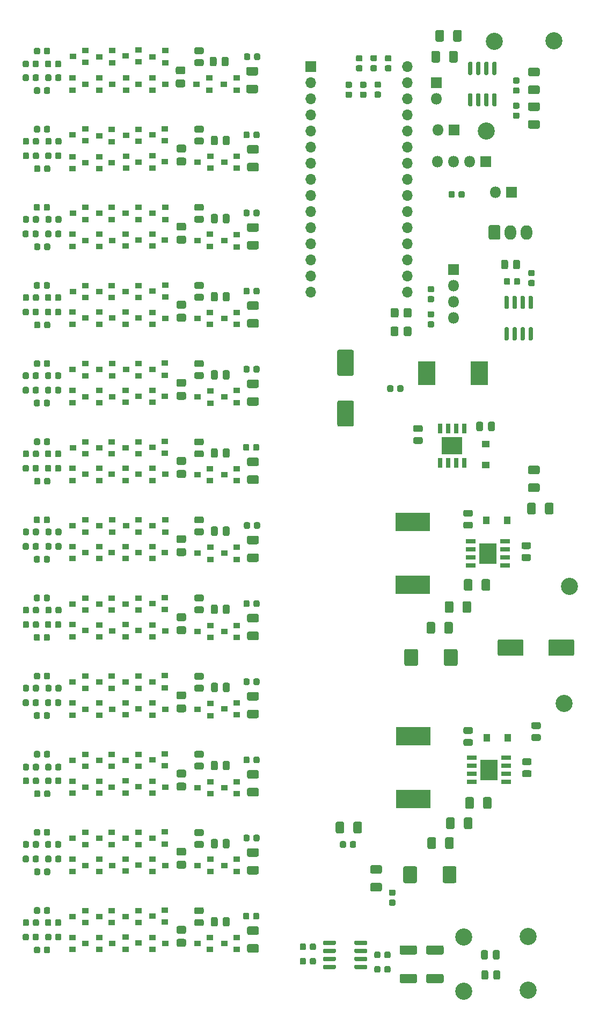
<source format=gbr>
%TF.GenerationSoftware,KiCad,Pcbnew,5.1.6-c6e7f7d~87~ubuntu18.04.1*%
%TF.CreationDate,2021-04-09T12:13:12+12:00*%
%TF.ProjectId,Volume Control 3 Mar18,566f6c75-6d65-4204-936f-6e74726f6c20,rev?*%
%TF.SameCoordinates,Original*%
%TF.FileFunction,Soldermask,Top*%
%TF.FilePolarity,Negative*%
%FSLAX46Y46*%
G04 Gerber Fmt 4.6, Leading zero omitted, Abs format (unit mm)*
G04 Created by KiCad (PCBNEW 5.1.6-c6e7f7d~87~ubuntu18.04.1) date 2021-04-09 12:13:12*
%MOMM*%
%LPD*%
G01*
G04 APERTURE LIST*
%ADD10R,1.650000X0.700000*%
%ADD11R,2.700000X3.200000*%
%ADD12R,1.000000X1.300000*%
%ADD13C,2.700000*%
%ADD14R,5.500000X3.000000*%
%ADD15R,1.700000X1.700000*%
%ADD16O,1.700000X1.700000*%
%ADD17R,1.000000X0.900000*%
%ADD18R,1.300000X1.000000*%
%ADD19R,2.800000X3.700000*%
%ADD20R,3.200000X2.700000*%
%ADD21R,0.700000X1.650000*%
%ADD22O,1.800000X1.800000*%
%ADD23R,1.800000X1.800000*%
%ADD24O,1.840000X2.290000*%
G04 APERTURE END LIST*
%TO.C,C15*%
G36*
G01*
X91232000Y-154459250D02*
X91232000Y-153896750D01*
G75*
G02*
X91475750Y-153653000I243750J0D01*
G01*
X91963250Y-153653000D01*
G75*
G02*
X92207000Y-153896750I0J-243750D01*
G01*
X92207000Y-154459250D01*
G75*
G02*
X91963250Y-154703000I-243750J0D01*
G01*
X91475750Y-154703000D01*
G75*
G02*
X91232000Y-154459250I0J243750D01*
G01*
G37*
G36*
G01*
X89657000Y-154459250D02*
X89657000Y-153896750D01*
G75*
G02*
X89900750Y-153653000I243750J0D01*
G01*
X90388250Y-153653000D01*
G75*
G02*
X90632000Y-153896750I0J-243750D01*
G01*
X90632000Y-154459250D01*
G75*
G02*
X90388250Y-154703000I-243750J0D01*
G01*
X89900750Y-154703000D01*
G75*
G02*
X89657000Y-154459250I0J243750D01*
G01*
G37*
%TD*%
%TO.C,VCC12*%
G36*
G01*
X123363000Y-100564000D02*
X123363000Y-101874000D01*
G75*
G02*
X123093000Y-102144000I-270000J0D01*
G01*
X122283000Y-102144000D01*
G75*
G02*
X122013000Y-101874000I0J270000D01*
G01*
X122013000Y-100564000D01*
G75*
G02*
X122283000Y-100294000I270000J0D01*
G01*
X123093000Y-100294000D01*
G75*
G02*
X123363000Y-100564000I0J-270000D01*
G01*
G37*
G36*
G01*
X120563000Y-100564000D02*
X120563000Y-101874000D01*
G75*
G02*
X120293000Y-102144000I-270000J0D01*
G01*
X119483000Y-102144000D01*
G75*
G02*
X119213000Y-101874000I0J270000D01*
G01*
X119213000Y-100564000D01*
G75*
G02*
X119483000Y-100294000I270000J0D01*
G01*
X120293000Y-100294000D01*
G75*
G02*
X120563000Y-100564000I0J-270000D01*
G01*
G37*
%TD*%
%TO.C,VCC8*%
G36*
G01*
X126637000Y-122099200D02*
X126637000Y-124179200D01*
G75*
G02*
X126377000Y-124439200I-260000J0D01*
G01*
X122797000Y-124439200D01*
G75*
G02*
X122537000Y-124179200I0J260000D01*
G01*
X122537000Y-122099200D01*
G75*
G02*
X122797000Y-121839200I260000J0D01*
G01*
X126377000Y-121839200D01*
G75*
G02*
X126637000Y-122099200I0J-260000D01*
G01*
G37*
G36*
G01*
X118637000Y-122099200D02*
X118637000Y-124179200D01*
G75*
G02*
X118377000Y-124439200I-260000J0D01*
G01*
X114797000Y-124439200D01*
G75*
G02*
X114537000Y-124179200I0J260000D01*
G01*
X114537000Y-122099200D01*
G75*
G02*
X114797000Y-121839200I260000J0D01*
G01*
X118377000Y-121839200D01*
G75*
G02*
X118637000Y-122099200I0J-260000D01*
G01*
G37*
%TD*%
%TO.C,VCC5*%
G36*
G01*
X109399150Y-137549100D02*
X110361650Y-137549100D01*
G75*
G02*
X110630400Y-137817850I0J-268750D01*
G01*
X110630400Y-138355350D01*
G75*
G02*
X110361650Y-138624100I-268750J0D01*
G01*
X109399150Y-138624100D01*
G75*
G02*
X109130400Y-138355350I0J268750D01*
G01*
X109130400Y-137817850D01*
G75*
G02*
X109399150Y-137549100I268750J0D01*
G01*
G37*
G36*
G01*
X109399150Y-135674100D02*
X110361650Y-135674100D01*
G75*
G02*
X110630400Y-135942850I0J-268750D01*
G01*
X110630400Y-136480350D01*
G75*
G02*
X110361650Y-136749100I-268750J0D01*
G01*
X109399150Y-136749100D01*
G75*
G02*
X109130400Y-136480350I0J268750D01*
G01*
X109130400Y-135942850D01*
G75*
G02*
X109399150Y-135674100I268750J0D01*
G01*
G37*
%TD*%
%TO.C,VCC3*%
G36*
G01*
X118568550Y-108403100D02*
X119531050Y-108403100D01*
G75*
G02*
X119799800Y-108671850I0J-268750D01*
G01*
X119799800Y-109209350D01*
G75*
G02*
X119531050Y-109478100I-268750J0D01*
G01*
X118568550Y-109478100D01*
G75*
G02*
X118299800Y-109209350I0J268750D01*
G01*
X118299800Y-108671850D01*
G75*
G02*
X118568550Y-108403100I268750J0D01*
G01*
G37*
G36*
G01*
X118568550Y-106528100D02*
X119531050Y-106528100D01*
G75*
G02*
X119799800Y-106796850I0J-268750D01*
G01*
X119799800Y-107334350D01*
G75*
G02*
X119531050Y-107603100I-268750J0D01*
G01*
X118568550Y-107603100D01*
G75*
G02*
X118299800Y-107334350I0J268750D01*
G01*
X118299800Y-106796850D01*
G75*
G02*
X118568550Y-106528100I268750J0D01*
G01*
G37*
%TD*%
%TO.C,VCR2*%
G36*
G01*
X109016300Y-117393400D02*
X109016300Y-116083400D01*
G75*
G02*
X109286300Y-115813400I270000J0D01*
G01*
X110096300Y-115813400D01*
G75*
G02*
X110366300Y-116083400I0J-270000D01*
G01*
X110366300Y-117393400D01*
G75*
G02*
X110096300Y-117663400I-270000J0D01*
G01*
X109286300Y-117663400D01*
G75*
G02*
X109016300Y-117393400I0J270000D01*
G01*
G37*
G36*
G01*
X106216300Y-117393400D02*
X106216300Y-116083400D01*
G75*
G02*
X106486300Y-115813400I270000J0D01*
G01*
X107296300Y-115813400D01*
G75*
G02*
X107566300Y-116083400I0J-270000D01*
G01*
X107566300Y-117393400D01*
G75*
G02*
X107296300Y-117663400I-270000J0D01*
G01*
X106486300Y-117663400D01*
G75*
G02*
X106216300Y-117393400I0J270000D01*
G01*
G37*
%TD*%
D10*
%TO.C,VCU1*%
X115730000Y-106400600D03*
X115730000Y-107670600D03*
X115730000Y-108940600D03*
X115730000Y-110210600D03*
X110330000Y-110210600D03*
X110330000Y-108940600D03*
X110330000Y-107670600D03*
X110330000Y-106400600D03*
D11*
X113030000Y-108305600D03*
%TD*%
%TO.C,VCR1*%
G36*
G01*
X106132000Y-120670000D02*
X106132000Y-119360000D01*
G75*
G02*
X106402000Y-119090000I270000J0D01*
G01*
X107212000Y-119090000D01*
G75*
G02*
X107482000Y-119360000I0J-270000D01*
G01*
X107482000Y-120670000D01*
G75*
G02*
X107212000Y-120940000I-270000J0D01*
G01*
X106402000Y-120940000D01*
G75*
G02*
X106132000Y-120670000I0J270000D01*
G01*
G37*
G36*
G01*
X103332000Y-120670000D02*
X103332000Y-119360000D01*
G75*
G02*
X103602000Y-119090000I270000J0D01*
G01*
X104412000Y-119090000D01*
G75*
G02*
X104682000Y-119360000I0J-270000D01*
G01*
X104682000Y-120670000D01*
G75*
G02*
X104412000Y-120940000I-270000J0D01*
G01*
X103602000Y-120940000D01*
G75*
G02*
X103332000Y-120670000I0J270000D01*
G01*
G37*
%TD*%
%TO.C,VCC4*%
G36*
G01*
X120117950Y-134899900D02*
X121080450Y-134899900D01*
G75*
G02*
X121349200Y-135168650I0J-268750D01*
G01*
X121349200Y-135706150D01*
G75*
G02*
X121080450Y-135974900I-268750J0D01*
G01*
X120117950Y-135974900D01*
G75*
G02*
X119849200Y-135706150I0J268750D01*
G01*
X119849200Y-135168650D01*
G75*
G02*
X120117950Y-134899900I268750J0D01*
G01*
G37*
G36*
G01*
X120117950Y-136774900D02*
X121080450Y-136774900D01*
G75*
G02*
X121349200Y-137043650I0J-268750D01*
G01*
X121349200Y-137581150D01*
G75*
G02*
X121080450Y-137849900I-268750J0D01*
G01*
X120117950Y-137849900D01*
G75*
G02*
X119849200Y-137581150I0J268750D01*
G01*
X119849200Y-137043650D01*
G75*
G02*
X120117950Y-136774900I268750J0D01*
G01*
G37*
%TD*%
D12*
%TO.C,VCD2*%
X116127800Y-137400800D03*
X112827800Y-137400800D03*
%TD*%
D13*
%TO.C,VCJ3*%
X125044200Y-131927600D03*
%TD*%
%TO.C,VCC6*%
G36*
G01*
X105873900Y-160002952D02*
X105873900Y-157877048D01*
G75*
G02*
X106135948Y-157615000I262048J0D01*
G01*
X107786852Y-157615000D01*
G75*
G02*
X108048900Y-157877048I0J-262048D01*
G01*
X108048900Y-160002952D01*
G75*
G02*
X107786852Y-160265000I-262048J0D01*
G01*
X106135948Y-160265000D01*
G75*
G02*
X105873900Y-160002952I0J262048D01*
G01*
G37*
G36*
G01*
X99648900Y-160002952D02*
X99648900Y-157877048D01*
G75*
G02*
X99910948Y-157615000I262048J0D01*
G01*
X101561852Y-157615000D01*
G75*
G02*
X101823900Y-157877048I0J-262048D01*
G01*
X101823900Y-160002952D01*
G75*
G02*
X101561852Y-160265000I-262048J0D01*
G01*
X99910948Y-160265000D01*
G75*
G02*
X99648900Y-160002952I0J262048D01*
G01*
G37*
%TD*%
%TO.C,VCR6*%
G36*
G01*
X112242100Y-148292000D02*
X112242100Y-146982000D01*
G75*
G02*
X112512100Y-146712000I270000J0D01*
G01*
X113322100Y-146712000D01*
G75*
G02*
X113592100Y-146982000I0J-270000D01*
G01*
X113592100Y-148292000D01*
G75*
G02*
X113322100Y-148562000I-270000J0D01*
G01*
X112512100Y-148562000D01*
G75*
G02*
X112242100Y-148292000I0J270000D01*
G01*
G37*
G36*
G01*
X109442100Y-148292000D02*
X109442100Y-146982000D01*
G75*
G02*
X109712100Y-146712000I270000J0D01*
G01*
X110522100Y-146712000D01*
G75*
G02*
X110792100Y-146982000I0J-270000D01*
G01*
X110792100Y-148292000D01*
G75*
G02*
X110522100Y-148562000I-270000J0D01*
G01*
X109712100Y-148562000D01*
G75*
G02*
X109442100Y-148292000I0J270000D01*
G01*
G37*
%TD*%
D11*
%TO.C,VCU2*%
X113182400Y-142430000D03*
D10*
X110482400Y-140525000D03*
X110482400Y-141795000D03*
X110482400Y-143065000D03*
X110482400Y-144335000D03*
X115882400Y-144335000D03*
X115882400Y-143065000D03*
X115882400Y-141795000D03*
X115882400Y-140525000D03*
%TD*%
D13*
%TO.C,VCJ1*%
X125857000Y-113487200D03*
%TD*%
D14*
%TO.C,VCL1*%
X101142800Y-103333200D03*
X101142800Y-113233200D03*
%TD*%
%TO.C,VCR3*%
G36*
G01*
X109213500Y-113913600D02*
X109213500Y-112603600D01*
G75*
G02*
X109483500Y-112333600I270000J0D01*
G01*
X110293500Y-112333600D01*
G75*
G02*
X110563500Y-112603600I0J-270000D01*
G01*
X110563500Y-113913600D01*
G75*
G02*
X110293500Y-114183600I-270000J0D01*
G01*
X109483500Y-114183600D01*
G75*
G02*
X109213500Y-113913600I0J270000D01*
G01*
G37*
G36*
G01*
X112013500Y-113913600D02*
X112013500Y-112603600D01*
G75*
G02*
X112283500Y-112333600I270000J0D01*
G01*
X113093500Y-112333600D01*
G75*
G02*
X113363500Y-112603600I0J-270000D01*
G01*
X113363500Y-113913600D01*
G75*
G02*
X113093500Y-114183600I-270000J0D01*
G01*
X112283500Y-114183600D01*
G75*
G02*
X112013500Y-113913600I0J270000D01*
G01*
G37*
%TD*%
D12*
%TO.C,VCD1*%
X112778000Y-103047800D03*
X116078000Y-103047800D03*
%TD*%
%TO.C,VCC2*%
G36*
G01*
X99826700Y-125751552D02*
X99826700Y-123625648D01*
G75*
G02*
X100088748Y-123363600I262048J0D01*
G01*
X101739652Y-123363600D01*
G75*
G02*
X102001700Y-123625648I0J-262048D01*
G01*
X102001700Y-125751552D01*
G75*
G02*
X101739652Y-126013600I-262048J0D01*
G01*
X100088748Y-126013600D01*
G75*
G02*
X99826700Y-125751552I0J262048D01*
G01*
G37*
G36*
G01*
X106051700Y-125751552D02*
X106051700Y-123625648D01*
G75*
G02*
X106313748Y-123363600I262048J0D01*
G01*
X107964652Y-123363600D01*
G75*
G02*
X108226700Y-123625648I0J-262048D01*
G01*
X108226700Y-125751552D01*
G75*
G02*
X107964652Y-126013600I-262048J0D01*
G01*
X106313748Y-126013600D01*
G75*
G02*
X106051700Y-125751552I0J262048D01*
G01*
G37*
%TD*%
D14*
%TO.C,VCL2*%
X101269800Y-147027400D03*
X101269800Y-137127400D03*
%TD*%
%TO.C,VCC1*%
G36*
G01*
X109399150Y-103295400D02*
X110361650Y-103295400D01*
G75*
G02*
X110630400Y-103564150I0J-268750D01*
G01*
X110630400Y-104101650D01*
G75*
G02*
X110361650Y-104370400I-268750J0D01*
G01*
X109399150Y-104370400D01*
G75*
G02*
X109130400Y-104101650I0J268750D01*
G01*
X109130400Y-103564150D01*
G75*
G02*
X109399150Y-103295400I268750J0D01*
G01*
G37*
G36*
G01*
X109399150Y-101420400D02*
X110361650Y-101420400D01*
G75*
G02*
X110630400Y-101689150I0J-268750D01*
G01*
X110630400Y-102226650D01*
G75*
G02*
X110361650Y-102495400I-268750J0D01*
G01*
X109399150Y-102495400D01*
G75*
G02*
X109130400Y-102226650I0J268750D01*
G01*
X109130400Y-101689150D01*
G75*
G02*
X109399150Y-101420400I268750J0D01*
G01*
G37*
%TD*%
%TO.C,VCC7*%
G36*
G01*
X118670150Y-140601700D02*
X119632650Y-140601700D01*
G75*
G02*
X119901400Y-140870450I0J-268750D01*
G01*
X119901400Y-141407950D01*
G75*
G02*
X119632650Y-141676700I-268750J0D01*
G01*
X118670150Y-141676700D01*
G75*
G02*
X118401400Y-141407950I0J268750D01*
G01*
X118401400Y-140870450D01*
G75*
G02*
X118670150Y-140601700I268750J0D01*
G01*
G37*
G36*
G01*
X118670150Y-142476700D02*
X119632650Y-142476700D01*
G75*
G02*
X119901400Y-142745450I0J-268750D01*
G01*
X119901400Y-143282950D01*
G75*
G02*
X119632650Y-143551700I-268750J0D01*
G01*
X118670150Y-143551700D01*
G75*
G02*
X118401400Y-143282950I0J268750D01*
G01*
X118401400Y-142745450D01*
G75*
G02*
X118670150Y-142476700I268750J0D01*
G01*
G37*
%TD*%
%TO.C,VCR4*%
G36*
G01*
X106273100Y-154616600D02*
X106273100Y-153306600D01*
G75*
G02*
X106543100Y-153036600I270000J0D01*
G01*
X107353100Y-153036600D01*
G75*
G02*
X107623100Y-153306600I0J-270000D01*
G01*
X107623100Y-154616600D01*
G75*
G02*
X107353100Y-154886600I-270000J0D01*
G01*
X106543100Y-154886600D01*
G75*
G02*
X106273100Y-154616600I0J270000D01*
G01*
G37*
G36*
G01*
X103473100Y-154616600D02*
X103473100Y-153306600D01*
G75*
G02*
X103743100Y-153036600I270000J0D01*
G01*
X104553100Y-153036600D01*
G75*
G02*
X104823100Y-153306600I0J-270000D01*
G01*
X104823100Y-154616600D01*
G75*
G02*
X104553100Y-154886600I-270000J0D01*
G01*
X103743100Y-154886600D01*
G75*
G02*
X103473100Y-154616600I0J270000D01*
G01*
G37*
%TD*%
%TO.C,VCR5*%
G36*
G01*
X106419500Y-151492400D02*
X106419500Y-150182400D01*
G75*
G02*
X106689500Y-149912400I270000J0D01*
G01*
X107499500Y-149912400D01*
G75*
G02*
X107769500Y-150182400I0J-270000D01*
G01*
X107769500Y-151492400D01*
G75*
G02*
X107499500Y-151762400I-270000J0D01*
G01*
X106689500Y-151762400D01*
G75*
G02*
X106419500Y-151492400I0J270000D01*
G01*
G37*
G36*
G01*
X109219500Y-151492400D02*
X109219500Y-150182400D01*
G75*
G02*
X109489500Y-149912400I270000J0D01*
G01*
X110299500Y-149912400D01*
G75*
G02*
X110569500Y-150182400I0J-270000D01*
G01*
X110569500Y-151492400D01*
G75*
G02*
X110299500Y-151762400I-270000J0D01*
G01*
X109489500Y-151762400D01*
G75*
G02*
X109219500Y-151492400I0J270000D01*
G01*
G37*
%TD*%
D15*
%TO.C,A1*%
X85090000Y-31496000D03*
D16*
X100330000Y-64516000D03*
X85090000Y-34036000D03*
X100330000Y-61976000D03*
X85090000Y-36576000D03*
X100330000Y-59436000D03*
X85090000Y-39116000D03*
X100330000Y-56896000D03*
X85090000Y-41656000D03*
X100330000Y-54356000D03*
X85090000Y-44196000D03*
X100330000Y-51816000D03*
X85090000Y-46736000D03*
X100330000Y-49276000D03*
X85090000Y-49276000D03*
X100330000Y-46736000D03*
X85090000Y-51816000D03*
X100330000Y-44196000D03*
X85090000Y-54356000D03*
X100330000Y-41656000D03*
X85090000Y-56896000D03*
X100330000Y-39116000D03*
X85090000Y-59436000D03*
X100330000Y-36576000D03*
X85090000Y-61976000D03*
X100330000Y-34036000D03*
X85090000Y-64516000D03*
X100330000Y-31496000D03*
X85090000Y-67056000D03*
X100330000Y-67056000D03*
%TD*%
%TO.C,C2*%
G36*
G01*
X76992500Y-42009750D02*
X76992500Y-42572250D01*
G75*
G02*
X76748750Y-42816000I-243750J0D01*
G01*
X76261250Y-42816000D01*
G75*
G02*
X76017500Y-42572250I0J243750D01*
G01*
X76017500Y-42009750D01*
G75*
G02*
X76261250Y-41766000I243750J0D01*
G01*
X76748750Y-41766000D01*
G75*
G02*
X76992500Y-42009750I0J-243750D01*
G01*
G37*
G36*
G01*
X75417500Y-42009750D02*
X75417500Y-42572250D01*
G75*
G02*
X75173750Y-42816000I-243750J0D01*
G01*
X74686250Y-42816000D01*
G75*
G02*
X74442500Y-42572250I0J243750D01*
G01*
X74442500Y-42009750D01*
G75*
G02*
X74686250Y-41766000I243750J0D01*
G01*
X75173750Y-41766000D01*
G75*
G02*
X75417500Y-42009750I0J-243750D01*
G01*
G37*
%TD*%
%TO.C,C3*%
G36*
G01*
X76992500Y-54328750D02*
X76992500Y-54891250D01*
G75*
G02*
X76748750Y-55135000I-243750J0D01*
G01*
X76261250Y-55135000D01*
G75*
G02*
X76017500Y-54891250I0J243750D01*
G01*
X76017500Y-54328750D01*
G75*
G02*
X76261250Y-54085000I243750J0D01*
G01*
X76748750Y-54085000D01*
G75*
G02*
X76992500Y-54328750I0J-243750D01*
G01*
G37*
G36*
G01*
X75417500Y-54328750D02*
X75417500Y-54891250D01*
G75*
G02*
X75173750Y-55135000I-243750J0D01*
G01*
X74686250Y-55135000D01*
G75*
G02*
X74442500Y-54891250I0J243750D01*
G01*
X74442500Y-54328750D01*
G75*
G02*
X74686250Y-54085000I243750J0D01*
G01*
X75173750Y-54085000D01*
G75*
G02*
X75417500Y-54328750I0J-243750D01*
G01*
G37*
%TD*%
%TO.C,C4*%
G36*
G01*
X76992500Y-66647750D02*
X76992500Y-67210250D01*
G75*
G02*
X76748750Y-67454000I-243750J0D01*
G01*
X76261250Y-67454000D01*
G75*
G02*
X76017500Y-67210250I0J243750D01*
G01*
X76017500Y-66647750D01*
G75*
G02*
X76261250Y-66404000I243750J0D01*
G01*
X76748750Y-66404000D01*
G75*
G02*
X76992500Y-66647750I0J-243750D01*
G01*
G37*
G36*
G01*
X75417500Y-66647750D02*
X75417500Y-67210250D01*
G75*
G02*
X75173750Y-67454000I-243750J0D01*
G01*
X74686250Y-67454000D01*
G75*
G02*
X74442500Y-67210250I0J243750D01*
G01*
X74442500Y-66647750D01*
G75*
G02*
X74686250Y-66404000I243750J0D01*
G01*
X75173750Y-66404000D01*
G75*
G02*
X75417500Y-66647750I0J-243750D01*
G01*
G37*
%TD*%
%TO.C,C5*%
G36*
G01*
X75417500Y-78966750D02*
X75417500Y-79529250D01*
G75*
G02*
X75173750Y-79773000I-243750J0D01*
G01*
X74686250Y-79773000D01*
G75*
G02*
X74442500Y-79529250I0J243750D01*
G01*
X74442500Y-78966750D01*
G75*
G02*
X74686250Y-78723000I243750J0D01*
G01*
X75173750Y-78723000D01*
G75*
G02*
X75417500Y-78966750I0J-243750D01*
G01*
G37*
G36*
G01*
X76992500Y-78966750D02*
X76992500Y-79529250D01*
G75*
G02*
X76748750Y-79773000I-243750J0D01*
G01*
X76261250Y-79773000D01*
G75*
G02*
X76017500Y-79529250I0J243750D01*
G01*
X76017500Y-78966750D01*
G75*
G02*
X76261250Y-78723000I243750J0D01*
G01*
X76748750Y-78723000D01*
G75*
G02*
X76992500Y-78966750I0J-243750D01*
G01*
G37*
%TD*%
%TO.C,C6*%
G36*
G01*
X76941500Y-91285750D02*
X76941500Y-91848250D01*
G75*
G02*
X76697750Y-92092000I-243750J0D01*
G01*
X76210250Y-92092000D01*
G75*
G02*
X75966500Y-91848250I0J243750D01*
G01*
X75966500Y-91285750D01*
G75*
G02*
X76210250Y-91042000I243750J0D01*
G01*
X76697750Y-91042000D01*
G75*
G02*
X76941500Y-91285750I0J-243750D01*
G01*
G37*
G36*
G01*
X75366500Y-91285750D02*
X75366500Y-91848250D01*
G75*
G02*
X75122750Y-92092000I-243750J0D01*
G01*
X74635250Y-92092000D01*
G75*
G02*
X74391500Y-91848250I0J243750D01*
G01*
X74391500Y-91285750D01*
G75*
G02*
X74635250Y-91042000I243750J0D01*
G01*
X75122750Y-91042000D01*
G75*
G02*
X75366500Y-91285750I0J-243750D01*
G01*
G37*
%TD*%
%TO.C,C7*%
G36*
G01*
X75493500Y-103604750D02*
X75493500Y-104167250D01*
G75*
G02*
X75249750Y-104411000I-243750J0D01*
G01*
X74762250Y-104411000D01*
G75*
G02*
X74518500Y-104167250I0J243750D01*
G01*
X74518500Y-103604750D01*
G75*
G02*
X74762250Y-103361000I243750J0D01*
G01*
X75249750Y-103361000D01*
G75*
G02*
X75493500Y-103604750I0J-243750D01*
G01*
G37*
G36*
G01*
X77068500Y-103604750D02*
X77068500Y-104167250D01*
G75*
G02*
X76824750Y-104411000I-243750J0D01*
G01*
X76337250Y-104411000D01*
G75*
G02*
X76093500Y-104167250I0J243750D01*
G01*
X76093500Y-103604750D01*
G75*
G02*
X76337250Y-103361000I243750J0D01*
G01*
X76824750Y-103361000D01*
G75*
G02*
X77068500Y-103604750I0J-243750D01*
G01*
G37*
%TD*%
%TO.C,C8*%
G36*
G01*
X76992500Y-115923750D02*
X76992500Y-116486250D01*
G75*
G02*
X76748750Y-116730000I-243750J0D01*
G01*
X76261250Y-116730000D01*
G75*
G02*
X76017500Y-116486250I0J243750D01*
G01*
X76017500Y-115923750D01*
G75*
G02*
X76261250Y-115680000I243750J0D01*
G01*
X76748750Y-115680000D01*
G75*
G02*
X76992500Y-115923750I0J-243750D01*
G01*
G37*
G36*
G01*
X75417500Y-115923750D02*
X75417500Y-116486250D01*
G75*
G02*
X75173750Y-116730000I-243750J0D01*
G01*
X74686250Y-116730000D01*
G75*
G02*
X74442500Y-116486250I0J243750D01*
G01*
X74442500Y-115923750D01*
G75*
G02*
X74686250Y-115680000I243750J0D01*
G01*
X75173750Y-115680000D01*
G75*
G02*
X75417500Y-115923750I0J-243750D01*
G01*
G37*
%TD*%
%TO.C,C9*%
G36*
G01*
X75417500Y-128242750D02*
X75417500Y-128805250D01*
G75*
G02*
X75173750Y-129049000I-243750J0D01*
G01*
X74686250Y-129049000D01*
G75*
G02*
X74442500Y-128805250I0J243750D01*
G01*
X74442500Y-128242750D01*
G75*
G02*
X74686250Y-127999000I243750J0D01*
G01*
X75173750Y-127999000D01*
G75*
G02*
X75417500Y-128242750I0J-243750D01*
G01*
G37*
G36*
G01*
X76992500Y-128242750D02*
X76992500Y-128805250D01*
G75*
G02*
X76748750Y-129049000I-243750J0D01*
G01*
X76261250Y-129049000D01*
G75*
G02*
X76017500Y-128805250I0J243750D01*
G01*
X76017500Y-128242750D01*
G75*
G02*
X76261250Y-127999000I243750J0D01*
G01*
X76748750Y-127999000D01*
G75*
G02*
X76992500Y-128242750I0J-243750D01*
G01*
G37*
%TD*%
%TO.C,C10*%
G36*
G01*
X76992500Y-140561750D02*
X76992500Y-141124250D01*
G75*
G02*
X76748750Y-141368000I-243750J0D01*
G01*
X76261250Y-141368000D01*
G75*
G02*
X76017500Y-141124250I0J243750D01*
G01*
X76017500Y-140561750D01*
G75*
G02*
X76261250Y-140318000I243750J0D01*
G01*
X76748750Y-140318000D01*
G75*
G02*
X76992500Y-140561750I0J-243750D01*
G01*
G37*
G36*
G01*
X75417500Y-140561750D02*
X75417500Y-141124250D01*
G75*
G02*
X75173750Y-141368000I-243750J0D01*
G01*
X74686250Y-141368000D01*
G75*
G02*
X74442500Y-141124250I0J243750D01*
G01*
X74442500Y-140561750D01*
G75*
G02*
X74686250Y-140318000I243750J0D01*
G01*
X75173750Y-140318000D01*
G75*
G02*
X75417500Y-140561750I0J-243750D01*
G01*
G37*
%TD*%
%TO.C,C11*%
G36*
G01*
X114934500Y-174270750D02*
X114934500Y-175233250D01*
G75*
G02*
X114665750Y-175502000I-268750J0D01*
G01*
X114128250Y-175502000D01*
G75*
G02*
X113859500Y-175233250I0J268750D01*
G01*
X113859500Y-174270750D01*
G75*
G02*
X114128250Y-174002000I268750J0D01*
G01*
X114665750Y-174002000D01*
G75*
G02*
X114934500Y-174270750I0J-268750D01*
G01*
G37*
G36*
G01*
X113059500Y-174270750D02*
X113059500Y-175233250D01*
G75*
G02*
X112790750Y-175502000I-268750J0D01*
G01*
X112253250Y-175502000D01*
G75*
G02*
X111984500Y-175233250I0J268750D01*
G01*
X111984500Y-174270750D01*
G75*
G02*
X112253250Y-174002000I268750J0D01*
G01*
X112790750Y-174002000D01*
G75*
G02*
X113059500Y-174270750I0J-268750D01*
G01*
G37*
%TD*%
%TO.C,C12*%
G36*
G01*
X75417500Y-152880750D02*
X75417500Y-153443250D01*
G75*
G02*
X75173750Y-153687000I-243750J0D01*
G01*
X74686250Y-153687000D01*
G75*
G02*
X74442500Y-153443250I0J243750D01*
G01*
X74442500Y-152880750D01*
G75*
G02*
X74686250Y-152637000I243750J0D01*
G01*
X75173750Y-152637000D01*
G75*
G02*
X75417500Y-152880750I0J-243750D01*
G01*
G37*
G36*
G01*
X76992500Y-152880750D02*
X76992500Y-153443250D01*
G75*
G02*
X76748750Y-153687000I-243750J0D01*
G01*
X76261250Y-153687000D01*
G75*
G02*
X76017500Y-153443250I0J243750D01*
G01*
X76017500Y-152880750D01*
G75*
G02*
X76261250Y-152637000I243750J0D01*
G01*
X76748750Y-152637000D01*
G75*
G02*
X76992500Y-152880750I0J-243750D01*
G01*
G37*
%TD*%
%TO.C,C13*%
G36*
G01*
X75366500Y-165199750D02*
X75366500Y-165762250D01*
G75*
G02*
X75122750Y-166006000I-243750J0D01*
G01*
X74635250Y-166006000D01*
G75*
G02*
X74391500Y-165762250I0J243750D01*
G01*
X74391500Y-165199750D01*
G75*
G02*
X74635250Y-164956000I243750J0D01*
G01*
X75122750Y-164956000D01*
G75*
G02*
X75366500Y-165199750I0J-243750D01*
G01*
G37*
G36*
G01*
X76941500Y-165199750D02*
X76941500Y-165762250D01*
G75*
G02*
X76697750Y-166006000I-243750J0D01*
G01*
X76210250Y-166006000D01*
G75*
G02*
X75966500Y-165762250I0J243750D01*
G01*
X75966500Y-165199750D01*
G75*
G02*
X76210250Y-164956000I243750J0D01*
G01*
X76697750Y-164956000D01*
G75*
G02*
X76941500Y-165199750I0J-243750D01*
G01*
G37*
%TD*%
D13*
%TO.C,J16*%
X119380000Y-177165000D03*
%TD*%
%TO.C,J17*%
X109220000Y-177292000D03*
%TD*%
D17*
%TO.C,Q7*%
X49514000Y-43241000D03*
X49514000Y-41341000D03*
X47514000Y-42291000D03*
%TD*%
%TO.C,Q8*%
X51689000Y-42418000D03*
X53689000Y-41468000D03*
X53689000Y-43368000D03*
%TD*%
%TO.C,Q9*%
X71406000Y-46609000D03*
X73406000Y-45659000D03*
X73406000Y-47559000D03*
%TD*%
%TO.C,Q10*%
X55912000Y-42357000D03*
X57912000Y-41407000D03*
X57912000Y-43307000D03*
%TD*%
%TO.C,Q11*%
X62071000Y-43241000D03*
X62071000Y-41341000D03*
X60071000Y-42291000D03*
%TD*%
%TO.C,Q12*%
X69199000Y-47559000D03*
X69199000Y-45659000D03*
X67199000Y-46609000D03*
%TD*%
%TO.C,Q13*%
X47530000Y-54676000D03*
X49530000Y-53726000D03*
X49530000Y-55626000D03*
%TD*%
%TO.C,Q14*%
X53689000Y-55621000D03*
X53689000Y-53721000D03*
X51689000Y-54671000D03*
%TD*%
%TO.C,Q15*%
X71406000Y-58989000D03*
X73406000Y-58039000D03*
X73406000Y-59939000D03*
%TD*%
%TO.C,Q16*%
X57880000Y-55621000D03*
X57880000Y-53721000D03*
X55880000Y-54671000D03*
%TD*%
%TO.C,Q17*%
X60103000Y-54676000D03*
X62103000Y-53726000D03*
X62103000Y-55626000D03*
%TD*%
%TO.C,Q18*%
X67183000Y-58928000D03*
X69183000Y-57978000D03*
X69183000Y-59878000D03*
%TD*%
%TO.C,Q19*%
X49530000Y-67945000D03*
X49530000Y-66045000D03*
X47530000Y-66995000D03*
%TD*%
%TO.C,Q20*%
X53689000Y-67940000D03*
X53689000Y-66040000D03*
X51689000Y-66990000D03*
%TD*%
%TO.C,Q21*%
X71406000Y-71247000D03*
X73406000Y-70297000D03*
X73406000Y-72197000D03*
%TD*%
%TO.C,Q22*%
X55896000Y-66990000D03*
X57896000Y-66040000D03*
X57896000Y-67940000D03*
%TD*%
%TO.C,Q23*%
X60087000Y-66929000D03*
X62087000Y-65979000D03*
X62087000Y-67879000D03*
%TD*%
%TO.C,Q24*%
X69183000Y-72197000D03*
X69183000Y-70297000D03*
X67183000Y-71247000D03*
%TD*%
%TO.C,Q25*%
X47498000Y-79314000D03*
X49498000Y-78364000D03*
X49498000Y-80264000D03*
%TD*%
%TO.C,Q26*%
X51721000Y-79314000D03*
X53721000Y-78364000D03*
X53721000Y-80264000D03*
%TD*%
%TO.C,Q27*%
X73406000Y-84516000D03*
X73406000Y-82616000D03*
X71406000Y-83566000D03*
%TD*%
%TO.C,Q28*%
X57912000Y-80264000D03*
X57912000Y-78364000D03*
X55912000Y-79314000D03*
%TD*%
%TO.C,Q29*%
X62071000Y-80198000D03*
X62071000Y-78298000D03*
X60071000Y-79248000D03*
%TD*%
%TO.C,Q30*%
X69215000Y-84582000D03*
X69215000Y-82682000D03*
X67215000Y-83632000D03*
%TD*%
%TO.C,Q31*%
X49530000Y-92583000D03*
X49530000Y-90683000D03*
X47530000Y-91633000D03*
%TD*%
%TO.C,Q32*%
X51689000Y-91628000D03*
X53689000Y-90678000D03*
X53689000Y-92578000D03*
%TD*%
%TO.C,Q33*%
X71406000Y-95885000D03*
X73406000Y-94935000D03*
X73406000Y-96835000D03*
%TD*%
%TO.C,Q34*%
X55880000Y-91628000D03*
X57880000Y-90678000D03*
X57880000Y-92578000D03*
%TD*%
%TO.C,Q35*%
X62071000Y-92517000D03*
X62071000Y-90617000D03*
X60071000Y-91567000D03*
%TD*%
%TO.C,Q36*%
X69183000Y-96835000D03*
X69183000Y-94935000D03*
X67183000Y-95885000D03*
%TD*%
%TO.C,Q37*%
X47498000Y-103952000D03*
X49498000Y-103002000D03*
X49498000Y-104902000D03*
%TD*%
%TO.C,Q38*%
X51721000Y-103952000D03*
X53721000Y-103002000D03*
X53721000Y-104902000D03*
%TD*%
%TO.C,Q39*%
X71406000Y-108270000D03*
X73406000Y-107320000D03*
X73406000Y-109220000D03*
%TD*%
%TO.C,Q40*%
X57912000Y-104902000D03*
X57912000Y-103002000D03*
X55912000Y-103952000D03*
%TD*%
%TO.C,Q41*%
X60103000Y-103952000D03*
X62103000Y-103002000D03*
X62103000Y-104902000D03*
%TD*%
%TO.C,Q42*%
X67215000Y-108270000D03*
X69215000Y-107320000D03*
X69215000Y-109220000D03*
%TD*%
%TO.C,Q43*%
X47498000Y-116271000D03*
X49498000Y-115321000D03*
X49498000Y-117221000D03*
%TD*%
%TO.C,Q44*%
X51689000Y-116266000D03*
X53689000Y-115316000D03*
X53689000Y-117216000D03*
%TD*%
%TO.C,Q45*%
X73406000Y-121539000D03*
X73406000Y-119639000D03*
X71406000Y-120589000D03*
%TD*%
%TO.C,Q46*%
X57880000Y-117216000D03*
X57880000Y-115316000D03*
X55880000Y-116266000D03*
%TD*%
%TO.C,Q47*%
X60071000Y-116205000D03*
X62071000Y-115255000D03*
X62071000Y-117155000D03*
%TD*%
%TO.C,Q48*%
X69215000Y-121539000D03*
X69215000Y-119639000D03*
X67215000Y-120589000D03*
%TD*%
%TO.C,Q49*%
X47498000Y-128590000D03*
X49498000Y-127640000D03*
X49498000Y-129540000D03*
%TD*%
%TO.C,Q50*%
X53689000Y-129535000D03*
X53689000Y-127635000D03*
X51689000Y-128585000D03*
%TD*%
%TO.C,Q51*%
X71406000Y-132781000D03*
X73406000Y-131831000D03*
X73406000Y-133731000D03*
%TD*%
%TO.C,Q52*%
X57896000Y-129535000D03*
X57896000Y-127635000D03*
X55896000Y-128585000D03*
%TD*%
%TO.C,Q53*%
X60071000Y-128524000D03*
X62071000Y-127574000D03*
X62071000Y-129474000D03*
%TD*%
%TO.C,Q54*%
X67215000Y-132908000D03*
X69215000Y-131958000D03*
X69215000Y-133858000D03*
%TD*%
%TO.C,Q55*%
X49498000Y-141859000D03*
X49498000Y-139959000D03*
X47498000Y-140909000D03*
%TD*%
%TO.C,Q56*%
X51689000Y-140904000D03*
X53689000Y-139954000D03*
X53689000Y-141854000D03*
%TD*%
%TO.C,Q57*%
X71406000Y-145227000D03*
X73406000Y-144277000D03*
X73406000Y-146177000D03*
%TD*%
%TO.C,Q58*%
X57880000Y-141854000D03*
X57880000Y-139954000D03*
X55880000Y-140904000D03*
%TD*%
%TO.C,Q59*%
X62071000Y-141793000D03*
X62071000Y-139893000D03*
X60071000Y-140843000D03*
%TD*%
%TO.C,Q60*%
X69215000Y-146177000D03*
X69215000Y-144277000D03*
X67215000Y-145227000D03*
%TD*%
%TO.C,Q61*%
X49498000Y-154178000D03*
X49498000Y-152278000D03*
X47498000Y-153228000D03*
%TD*%
%TO.C,Q62*%
X53689000Y-154173000D03*
X53689000Y-152273000D03*
X51689000Y-153223000D03*
%TD*%
%TO.C,Q63*%
X73406000Y-158430000D03*
X73406000Y-156530000D03*
X71406000Y-157480000D03*
%TD*%
%TO.C,Q64*%
X57880000Y-154173000D03*
X57880000Y-152273000D03*
X55880000Y-153223000D03*
%TD*%
%TO.C,Q65*%
X62071000Y-154112000D03*
X62071000Y-152212000D03*
X60071000Y-153162000D03*
%TD*%
%TO.C,Q66*%
X67199000Y-157480000D03*
X69199000Y-156530000D03*
X69199000Y-158430000D03*
%TD*%
%TO.C,Q67*%
X47498000Y-165547000D03*
X49498000Y-164597000D03*
X49498000Y-166497000D03*
%TD*%
%TO.C,Q68*%
X51689000Y-165542000D03*
X53689000Y-164592000D03*
X53689000Y-166492000D03*
%TD*%
%TO.C,Q69*%
X73406000Y-170749000D03*
X73406000Y-168849000D03*
X71406000Y-169799000D03*
%TD*%
%TO.C,Q70*%
X55880000Y-165542000D03*
X57880000Y-164592000D03*
X57880000Y-166492000D03*
%TD*%
%TO.C,Q71*%
X62071000Y-166431000D03*
X62071000Y-164531000D03*
X60071000Y-165481000D03*
%TD*%
%TO.C,Q72*%
X67183000Y-169799000D03*
X69183000Y-168849000D03*
X69183000Y-170749000D03*
%TD*%
%TO.C,R7*%
G36*
G01*
X39644500Y-43588250D02*
X39644500Y-43025750D01*
G75*
G02*
X39888250Y-42782000I243750J0D01*
G01*
X40375750Y-42782000D01*
G75*
G02*
X40619500Y-43025750I0J-243750D01*
G01*
X40619500Y-43588250D01*
G75*
G02*
X40375750Y-43832000I-243750J0D01*
G01*
X39888250Y-43832000D01*
G75*
G02*
X39644500Y-43588250I0J243750D01*
G01*
G37*
G36*
G01*
X41219500Y-43588250D02*
X41219500Y-43025750D01*
G75*
G02*
X41463250Y-42782000I243750J0D01*
G01*
X41950750Y-42782000D01*
G75*
G02*
X42194500Y-43025750I0J-243750D01*
G01*
X42194500Y-43588250D01*
G75*
G02*
X41950750Y-43832000I-243750J0D01*
G01*
X41463250Y-43832000D01*
G75*
G02*
X41219500Y-43588250I0J243750D01*
G01*
G37*
%TD*%
%TO.C,R8*%
G36*
G01*
X67918250Y-43814500D02*
X66955750Y-43814500D01*
G75*
G02*
X66687000Y-43545750I0J268750D01*
G01*
X66687000Y-43008250D01*
G75*
G02*
X66955750Y-42739500I268750J0D01*
G01*
X67918250Y-42739500D01*
G75*
G02*
X68187000Y-43008250I0J-268750D01*
G01*
X68187000Y-43545750D01*
G75*
G02*
X67918250Y-43814500I-268750J0D01*
G01*
G37*
G36*
G01*
X67918250Y-41939500D02*
X66955750Y-41939500D01*
G75*
G02*
X66687000Y-41670750I0J268750D01*
G01*
X66687000Y-41133250D01*
G75*
G02*
X66955750Y-40864500I268750J0D01*
G01*
X67918250Y-40864500D01*
G75*
G02*
X68187000Y-41133250I0J-268750D01*
G01*
X68187000Y-41670750D01*
G75*
G02*
X67918250Y-41939500I-268750J0D01*
G01*
G37*
%TD*%
%TO.C,R9*%
G36*
G01*
X43947000Y-41120750D02*
X43947000Y-41683250D01*
G75*
G02*
X43703250Y-41927000I-243750J0D01*
G01*
X43215750Y-41927000D01*
G75*
G02*
X42972000Y-41683250I0J243750D01*
G01*
X42972000Y-41120750D01*
G75*
G02*
X43215750Y-40877000I243750J0D01*
G01*
X43703250Y-40877000D01*
G75*
G02*
X43947000Y-41120750I0J-243750D01*
G01*
G37*
G36*
G01*
X42372000Y-41120750D02*
X42372000Y-41683250D01*
G75*
G02*
X42128250Y-41927000I-243750J0D01*
G01*
X41640750Y-41927000D01*
G75*
G02*
X41397000Y-41683250I0J243750D01*
G01*
X41397000Y-41120750D01*
G75*
G02*
X41640750Y-40877000I243750J0D01*
G01*
X42128250Y-40877000D01*
G75*
G02*
X42372000Y-41120750I0J-243750D01*
G01*
G37*
%TD*%
%TO.C,R10*%
G36*
G01*
X44175500Y-43025750D02*
X44175500Y-43588250D01*
G75*
G02*
X43931750Y-43832000I-243750J0D01*
G01*
X43444250Y-43832000D01*
G75*
G02*
X43200500Y-43588250I0J243750D01*
G01*
X43200500Y-43025750D01*
G75*
G02*
X43444250Y-42782000I243750J0D01*
G01*
X43931750Y-42782000D01*
G75*
G02*
X44175500Y-43025750I0J-243750D01*
G01*
G37*
G36*
G01*
X45750500Y-43025750D02*
X45750500Y-43588250D01*
G75*
G02*
X45506750Y-43832000I-243750J0D01*
G01*
X45019250Y-43832000D01*
G75*
G02*
X44775500Y-43588250I0J243750D01*
G01*
X44775500Y-43025750D01*
G75*
G02*
X45019250Y-42782000I243750J0D01*
G01*
X45506750Y-42782000D01*
G75*
G02*
X45750500Y-43025750I0J-243750D01*
G01*
G37*
%TD*%
%TO.C,R11*%
G36*
G01*
X75291000Y-43902000D02*
X76601000Y-43902000D01*
G75*
G02*
X76871000Y-44172000I0J-270000D01*
G01*
X76871000Y-44982000D01*
G75*
G02*
X76601000Y-45252000I-270000J0D01*
G01*
X75291000Y-45252000D01*
G75*
G02*
X75021000Y-44982000I0J270000D01*
G01*
X75021000Y-44172000D01*
G75*
G02*
X75291000Y-43902000I270000J0D01*
G01*
G37*
G36*
G01*
X75291000Y-46702000D02*
X76601000Y-46702000D01*
G75*
G02*
X76871000Y-46972000I0J-270000D01*
G01*
X76871000Y-47782000D01*
G75*
G02*
X76601000Y-48052000I-270000J0D01*
G01*
X75291000Y-48052000D01*
G75*
G02*
X75021000Y-47782000I0J270000D01*
G01*
X75021000Y-46972000D01*
G75*
G02*
X75291000Y-46702000I270000J0D01*
G01*
G37*
%TD*%
%TO.C,R12*%
G36*
G01*
X71187500Y-43661250D02*
X71187500Y-42698750D01*
G75*
G02*
X71456250Y-42430000I268750J0D01*
G01*
X71993750Y-42430000D01*
G75*
G02*
X72262500Y-42698750I0J-268750D01*
G01*
X72262500Y-43661250D01*
G75*
G02*
X71993750Y-43930000I-268750J0D01*
G01*
X71456250Y-43930000D01*
G75*
G02*
X71187500Y-43661250I0J268750D01*
G01*
G37*
G36*
G01*
X69312500Y-43661250D02*
X69312500Y-42698750D01*
G75*
G02*
X69581250Y-42430000I268750J0D01*
G01*
X70118750Y-42430000D01*
G75*
G02*
X70387500Y-42698750I0J-268750D01*
G01*
X70387500Y-43661250D01*
G75*
G02*
X70118750Y-43930000I-268750J0D01*
G01*
X69581250Y-43930000D01*
G75*
G02*
X69312500Y-43661250I0J268750D01*
G01*
G37*
%TD*%
%TO.C,R13*%
G36*
G01*
X41219500Y-55907250D02*
X41219500Y-55344750D01*
G75*
G02*
X41463250Y-55101000I243750J0D01*
G01*
X41950750Y-55101000D01*
G75*
G02*
X42194500Y-55344750I0J-243750D01*
G01*
X42194500Y-55907250D01*
G75*
G02*
X41950750Y-56151000I-243750J0D01*
G01*
X41463250Y-56151000D01*
G75*
G02*
X41219500Y-55907250I0J243750D01*
G01*
G37*
G36*
G01*
X39644500Y-55907250D02*
X39644500Y-55344750D01*
G75*
G02*
X39888250Y-55101000I243750J0D01*
G01*
X40375750Y-55101000D01*
G75*
G02*
X40619500Y-55344750I0J-243750D01*
G01*
X40619500Y-55907250D01*
G75*
G02*
X40375750Y-56151000I-243750J0D01*
G01*
X39888250Y-56151000D01*
G75*
G02*
X39644500Y-55907250I0J243750D01*
G01*
G37*
%TD*%
%TO.C,R14*%
G36*
G01*
X67918250Y-56133500D02*
X66955750Y-56133500D01*
G75*
G02*
X66687000Y-55864750I0J268750D01*
G01*
X66687000Y-55327250D01*
G75*
G02*
X66955750Y-55058500I268750J0D01*
G01*
X67918250Y-55058500D01*
G75*
G02*
X68187000Y-55327250I0J-268750D01*
G01*
X68187000Y-55864750D01*
G75*
G02*
X67918250Y-56133500I-268750J0D01*
G01*
G37*
G36*
G01*
X67918250Y-54258500D02*
X66955750Y-54258500D01*
G75*
G02*
X66687000Y-53989750I0J268750D01*
G01*
X66687000Y-53452250D01*
G75*
G02*
X66955750Y-53183500I268750J0D01*
G01*
X67918250Y-53183500D01*
G75*
G02*
X68187000Y-53452250I0J-268750D01*
G01*
X68187000Y-53989750D01*
G75*
G02*
X67918250Y-54258500I-268750J0D01*
G01*
G37*
%TD*%
%TO.C,R15*%
G36*
G01*
X42346500Y-53439750D02*
X42346500Y-54002250D01*
G75*
G02*
X42102750Y-54246000I-243750J0D01*
G01*
X41615250Y-54246000D01*
G75*
G02*
X41371500Y-54002250I0J243750D01*
G01*
X41371500Y-53439750D01*
G75*
G02*
X41615250Y-53196000I243750J0D01*
G01*
X42102750Y-53196000D01*
G75*
G02*
X42346500Y-53439750I0J-243750D01*
G01*
G37*
G36*
G01*
X43921500Y-53439750D02*
X43921500Y-54002250D01*
G75*
G02*
X43677750Y-54246000I-243750J0D01*
G01*
X43190250Y-54246000D01*
G75*
G02*
X42946500Y-54002250I0J243750D01*
G01*
X42946500Y-53439750D01*
G75*
G02*
X43190250Y-53196000I243750J0D01*
G01*
X43677750Y-53196000D01*
G75*
G02*
X43921500Y-53439750I0J-243750D01*
G01*
G37*
%TD*%
%TO.C,R16*%
G36*
G01*
X45750500Y-55344750D02*
X45750500Y-55907250D01*
G75*
G02*
X45506750Y-56151000I-243750J0D01*
G01*
X45019250Y-56151000D01*
G75*
G02*
X44775500Y-55907250I0J243750D01*
G01*
X44775500Y-55344750D01*
G75*
G02*
X45019250Y-55101000I243750J0D01*
G01*
X45506750Y-55101000D01*
G75*
G02*
X45750500Y-55344750I0J-243750D01*
G01*
G37*
G36*
G01*
X44175500Y-55344750D02*
X44175500Y-55907250D01*
G75*
G02*
X43931750Y-56151000I-243750J0D01*
G01*
X43444250Y-56151000D01*
G75*
G02*
X43200500Y-55907250I0J243750D01*
G01*
X43200500Y-55344750D01*
G75*
G02*
X43444250Y-55101000I243750J0D01*
G01*
X43931750Y-55101000D01*
G75*
G02*
X44175500Y-55344750I0J-243750D01*
G01*
G37*
%TD*%
%TO.C,R17*%
G36*
G01*
X75291000Y-59015000D02*
X76601000Y-59015000D01*
G75*
G02*
X76871000Y-59285000I0J-270000D01*
G01*
X76871000Y-60095000D01*
G75*
G02*
X76601000Y-60365000I-270000J0D01*
G01*
X75291000Y-60365000D01*
G75*
G02*
X75021000Y-60095000I0J270000D01*
G01*
X75021000Y-59285000D01*
G75*
G02*
X75291000Y-59015000I270000J0D01*
G01*
G37*
G36*
G01*
X75291000Y-56215000D02*
X76601000Y-56215000D01*
G75*
G02*
X76871000Y-56485000I0J-270000D01*
G01*
X76871000Y-57295000D01*
G75*
G02*
X76601000Y-57565000I-270000J0D01*
G01*
X75291000Y-57565000D01*
G75*
G02*
X75021000Y-57295000I0J270000D01*
G01*
X75021000Y-56485000D01*
G75*
G02*
X75291000Y-56215000I270000J0D01*
G01*
G37*
%TD*%
%TO.C,R18*%
G36*
G01*
X71187500Y-55980250D02*
X71187500Y-55017750D01*
G75*
G02*
X71456250Y-54749000I268750J0D01*
G01*
X71993750Y-54749000D01*
G75*
G02*
X72262500Y-55017750I0J-268750D01*
G01*
X72262500Y-55980250D01*
G75*
G02*
X71993750Y-56249000I-268750J0D01*
G01*
X71456250Y-56249000D01*
G75*
G02*
X71187500Y-55980250I0J268750D01*
G01*
G37*
G36*
G01*
X69312500Y-55980250D02*
X69312500Y-55017750D01*
G75*
G02*
X69581250Y-54749000I268750J0D01*
G01*
X70118750Y-54749000D01*
G75*
G02*
X70387500Y-55017750I0J-268750D01*
G01*
X70387500Y-55980250D01*
G75*
G02*
X70118750Y-56249000I-268750J0D01*
G01*
X69581250Y-56249000D01*
G75*
G02*
X69312500Y-55980250I0J268750D01*
G01*
G37*
%TD*%
%TO.C,R19*%
G36*
G01*
X39644500Y-68226250D02*
X39644500Y-67663750D01*
G75*
G02*
X39888250Y-67420000I243750J0D01*
G01*
X40375750Y-67420000D01*
G75*
G02*
X40619500Y-67663750I0J-243750D01*
G01*
X40619500Y-68226250D01*
G75*
G02*
X40375750Y-68470000I-243750J0D01*
G01*
X39888250Y-68470000D01*
G75*
G02*
X39644500Y-68226250I0J243750D01*
G01*
G37*
G36*
G01*
X41219500Y-68226250D02*
X41219500Y-67663750D01*
G75*
G02*
X41463250Y-67420000I243750J0D01*
G01*
X41950750Y-67420000D01*
G75*
G02*
X42194500Y-67663750I0J-243750D01*
G01*
X42194500Y-68226250D01*
G75*
G02*
X41950750Y-68470000I-243750J0D01*
G01*
X41463250Y-68470000D01*
G75*
G02*
X41219500Y-68226250I0J243750D01*
G01*
G37*
%TD*%
%TO.C,R20*%
G36*
G01*
X67918250Y-66577500D02*
X66955750Y-66577500D01*
G75*
G02*
X66687000Y-66308750I0J268750D01*
G01*
X66687000Y-65771250D01*
G75*
G02*
X66955750Y-65502500I268750J0D01*
G01*
X67918250Y-65502500D01*
G75*
G02*
X68187000Y-65771250I0J-268750D01*
G01*
X68187000Y-66308750D01*
G75*
G02*
X67918250Y-66577500I-268750J0D01*
G01*
G37*
G36*
G01*
X67918250Y-68452500D02*
X66955750Y-68452500D01*
G75*
G02*
X66687000Y-68183750I0J268750D01*
G01*
X66687000Y-67646250D01*
G75*
G02*
X66955750Y-67377500I268750J0D01*
G01*
X67918250Y-67377500D01*
G75*
G02*
X68187000Y-67646250I0J-268750D01*
G01*
X68187000Y-68183750D01*
G75*
G02*
X67918250Y-68452500I-268750J0D01*
G01*
G37*
%TD*%
%TO.C,R21*%
G36*
G01*
X43921500Y-65758750D02*
X43921500Y-66321250D01*
G75*
G02*
X43677750Y-66565000I-243750J0D01*
G01*
X43190250Y-66565000D01*
G75*
G02*
X42946500Y-66321250I0J243750D01*
G01*
X42946500Y-65758750D01*
G75*
G02*
X43190250Y-65515000I243750J0D01*
G01*
X43677750Y-65515000D01*
G75*
G02*
X43921500Y-65758750I0J-243750D01*
G01*
G37*
G36*
G01*
X42346500Y-65758750D02*
X42346500Y-66321250D01*
G75*
G02*
X42102750Y-66565000I-243750J0D01*
G01*
X41615250Y-66565000D01*
G75*
G02*
X41371500Y-66321250I0J243750D01*
G01*
X41371500Y-65758750D01*
G75*
G02*
X41615250Y-65515000I243750J0D01*
G01*
X42102750Y-65515000D01*
G75*
G02*
X42346500Y-65758750I0J-243750D01*
G01*
G37*
%TD*%
%TO.C,R22*%
G36*
G01*
X44124500Y-67663750D02*
X44124500Y-68226250D01*
G75*
G02*
X43880750Y-68470000I-243750J0D01*
G01*
X43393250Y-68470000D01*
G75*
G02*
X43149500Y-68226250I0J243750D01*
G01*
X43149500Y-67663750D01*
G75*
G02*
X43393250Y-67420000I243750J0D01*
G01*
X43880750Y-67420000D01*
G75*
G02*
X44124500Y-67663750I0J-243750D01*
G01*
G37*
G36*
G01*
X45699500Y-67663750D02*
X45699500Y-68226250D01*
G75*
G02*
X45455750Y-68470000I-243750J0D01*
G01*
X44968250Y-68470000D01*
G75*
G02*
X44724500Y-68226250I0J243750D01*
G01*
X44724500Y-67663750D01*
G75*
G02*
X44968250Y-67420000I243750J0D01*
G01*
X45455750Y-67420000D01*
G75*
G02*
X45699500Y-67663750I0J-243750D01*
G01*
G37*
%TD*%
%TO.C,R23*%
G36*
G01*
X75291000Y-68540000D02*
X76601000Y-68540000D01*
G75*
G02*
X76871000Y-68810000I0J-270000D01*
G01*
X76871000Y-69620000D01*
G75*
G02*
X76601000Y-69890000I-270000J0D01*
G01*
X75291000Y-69890000D01*
G75*
G02*
X75021000Y-69620000I0J270000D01*
G01*
X75021000Y-68810000D01*
G75*
G02*
X75291000Y-68540000I270000J0D01*
G01*
G37*
G36*
G01*
X75291000Y-71340000D02*
X76601000Y-71340000D01*
G75*
G02*
X76871000Y-71610000I0J-270000D01*
G01*
X76871000Y-72420000D01*
G75*
G02*
X76601000Y-72690000I-270000J0D01*
G01*
X75291000Y-72690000D01*
G75*
G02*
X75021000Y-72420000I0J270000D01*
G01*
X75021000Y-71610000D01*
G75*
G02*
X75291000Y-71340000I270000J0D01*
G01*
G37*
%TD*%
%TO.C,R24*%
G36*
G01*
X69312500Y-68299250D02*
X69312500Y-67336750D01*
G75*
G02*
X69581250Y-67068000I268750J0D01*
G01*
X70118750Y-67068000D01*
G75*
G02*
X70387500Y-67336750I0J-268750D01*
G01*
X70387500Y-68299250D01*
G75*
G02*
X70118750Y-68568000I-268750J0D01*
G01*
X69581250Y-68568000D01*
G75*
G02*
X69312500Y-68299250I0J268750D01*
G01*
G37*
G36*
G01*
X71187500Y-68299250D02*
X71187500Y-67336750D01*
G75*
G02*
X71456250Y-67068000I268750J0D01*
G01*
X71993750Y-67068000D01*
G75*
G02*
X72262500Y-67336750I0J-268750D01*
G01*
X72262500Y-68299250D01*
G75*
G02*
X71993750Y-68568000I-268750J0D01*
G01*
X71456250Y-68568000D01*
G75*
G02*
X71187500Y-68299250I0J268750D01*
G01*
G37*
%TD*%
%TO.C,R25*%
G36*
G01*
X41194000Y-80545250D02*
X41194000Y-79982750D01*
G75*
G02*
X41437750Y-79739000I243750J0D01*
G01*
X41925250Y-79739000D01*
G75*
G02*
X42169000Y-79982750I0J-243750D01*
G01*
X42169000Y-80545250D01*
G75*
G02*
X41925250Y-80789000I-243750J0D01*
G01*
X41437750Y-80789000D01*
G75*
G02*
X41194000Y-80545250I0J243750D01*
G01*
G37*
G36*
G01*
X39619000Y-80545250D02*
X39619000Y-79982750D01*
G75*
G02*
X39862750Y-79739000I243750J0D01*
G01*
X40350250Y-79739000D01*
G75*
G02*
X40594000Y-79982750I0J-243750D01*
G01*
X40594000Y-80545250D01*
G75*
G02*
X40350250Y-80789000I-243750J0D01*
G01*
X39862750Y-80789000D01*
G75*
G02*
X39619000Y-80545250I0J243750D01*
G01*
G37*
%TD*%
%TO.C,R26*%
G36*
G01*
X67918250Y-78896500D02*
X66955750Y-78896500D01*
G75*
G02*
X66687000Y-78627750I0J268750D01*
G01*
X66687000Y-78090250D01*
G75*
G02*
X66955750Y-77821500I268750J0D01*
G01*
X67918250Y-77821500D01*
G75*
G02*
X68187000Y-78090250I0J-268750D01*
G01*
X68187000Y-78627750D01*
G75*
G02*
X67918250Y-78896500I-268750J0D01*
G01*
G37*
G36*
G01*
X67918250Y-80771500D02*
X66955750Y-80771500D01*
G75*
G02*
X66687000Y-80502750I0J268750D01*
G01*
X66687000Y-79965250D01*
G75*
G02*
X66955750Y-79696500I268750J0D01*
G01*
X67918250Y-79696500D01*
G75*
G02*
X68187000Y-79965250I0J-268750D01*
G01*
X68187000Y-80502750D01*
G75*
G02*
X67918250Y-80771500I-268750J0D01*
G01*
G37*
%TD*%
%TO.C,R27*%
G36*
G01*
X42372000Y-78077750D02*
X42372000Y-78640250D01*
G75*
G02*
X42128250Y-78884000I-243750J0D01*
G01*
X41640750Y-78884000D01*
G75*
G02*
X41397000Y-78640250I0J243750D01*
G01*
X41397000Y-78077750D01*
G75*
G02*
X41640750Y-77834000I243750J0D01*
G01*
X42128250Y-77834000D01*
G75*
G02*
X42372000Y-78077750I0J-243750D01*
G01*
G37*
G36*
G01*
X43947000Y-78077750D02*
X43947000Y-78640250D01*
G75*
G02*
X43703250Y-78884000I-243750J0D01*
G01*
X43215750Y-78884000D01*
G75*
G02*
X42972000Y-78640250I0J243750D01*
G01*
X42972000Y-78077750D01*
G75*
G02*
X43215750Y-77834000I243750J0D01*
G01*
X43703250Y-77834000D01*
G75*
G02*
X43947000Y-78077750I0J-243750D01*
G01*
G37*
%TD*%
%TO.C,R28*%
G36*
G01*
X45699500Y-79982750D02*
X45699500Y-80545250D01*
G75*
G02*
X45455750Y-80789000I-243750J0D01*
G01*
X44968250Y-80789000D01*
G75*
G02*
X44724500Y-80545250I0J243750D01*
G01*
X44724500Y-79982750D01*
G75*
G02*
X44968250Y-79739000I243750J0D01*
G01*
X45455750Y-79739000D01*
G75*
G02*
X45699500Y-79982750I0J-243750D01*
G01*
G37*
G36*
G01*
X44124500Y-79982750D02*
X44124500Y-80545250D01*
G75*
G02*
X43880750Y-80789000I-243750J0D01*
G01*
X43393250Y-80789000D01*
G75*
G02*
X43149500Y-80545250I0J243750D01*
G01*
X43149500Y-79982750D01*
G75*
G02*
X43393250Y-79739000I243750J0D01*
G01*
X43880750Y-79739000D01*
G75*
G02*
X44124500Y-79982750I0J-243750D01*
G01*
G37*
%TD*%
%TO.C,R29*%
G36*
G01*
X75291000Y-83659000D02*
X76601000Y-83659000D01*
G75*
G02*
X76871000Y-83929000I0J-270000D01*
G01*
X76871000Y-84739000D01*
G75*
G02*
X76601000Y-85009000I-270000J0D01*
G01*
X75291000Y-85009000D01*
G75*
G02*
X75021000Y-84739000I0J270000D01*
G01*
X75021000Y-83929000D01*
G75*
G02*
X75291000Y-83659000I270000J0D01*
G01*
G37*
G36*
G01*
X75291000Y-80859000D02*
X76601000Y-80859000D01*
G75*
G02*
X76871000Y-81129000I0J-270000D01*
G01*
X76871000Y-81939000D01*
G75*
G02*
X76601000Y-82209000I-270000J0D01*
G01*
X75291000Y-82209000D01*
G75*
G02*
X75021000Y-81939000I0J270000D01*
G01*
X75021000Y-81129000D01*
G75*
G02*
X75291000Y-80859000I270000J0D01*
G01*
G37*
%TD*%
%TO.C,R30*%
G36*
G01*
X71187500Y-80618250D02*
X71187500Y-79655750D01*
G75*
G02*
X71456250Y-79387000I268750J0D01*
G01*
X71993750Y-79387000D01*
G75*
G02*
X72262500Y-79655750I0J-268750D01*
G01*
X72262500Y-80618250D01*
G75*
G02*
X71993750Y-80887000I-268750J0D01*
G01*
X71456250Y-80887000D01*
G75*
G02*
X71187500Y-80618250I0J268750D01*
G01*
G37*
G36*
G01*
X69312500Y-80618250D02*
X69312500Y-79655750D01*
G75*
G02*
X69581250Y-79387000I268750J0D01*
G01*
X70118750Y-79387000D01*
G75*
G02*
X70387500Y-79655750I0J-268750D01*
G01*
X70387500Y-80618250D01*
G75*
G02*
X70118750Y-80887000I-268750J0D01*
G01*
X69581250Y-80887000D01*
G75*
G02*
X69312500Y-80618250I0J268750D01*
G01*
G37*
%TD*%
%TO.C,R31*%
G36*
G01*
X39644500Y-92864250D02*
X39644500Y-92301750D01*
G75*
G02*
X39888250Y-92058000I243750J0D01*
G01*
X40375750Y-92058000D01*
G75*
G02*
X40619500Y-92301750I0J-243750D01*
G01*
X40619500Y-92864250D01*
G75*
G02*
X40375750Y-93108000I-243750J0D01*
G01*
X39888250Y-93108000D01*
G75*
G02*
X39644500Y-92864250I0J243750D01*
G01*
G37*
G36*
G01*
X41219500Y-92864250D02*
X41219500Y-92301750D01*
G75*
G02*
X41463250Y-92058000I243750J0D01*
G01*
X41950750Y-92058000D01*
G75*
G02*
X42194500Y-92301750I0J-243750D01*
G01*
X42194500Y-92864250D01*
G75*
G02*
X41950750Y-93108000I-243750J0D01*
G01*
X41463250Y-93108000D01*
G75*
G02*
X41219500Y-92864250I0J243750D01*
G01*
G37*
%TD*%
%TO.C,R32*%
G36*
G01*
X67918250Y-91245500D02*
X66955750Y-91245500D01*
G75*
G02*
X66687000Y-90976750I0J268750D01*
G01*
X66687000Y-90439250D01*
G75*
G02*
X66955750Y-90170500I268750J0D01*
G01*
X67918250Y-90170500D01*
G75*
G02*
X68187000Y-90439250I0J-268750D01*
G01*
X68187000Y-90976750D01*
G75*
G02*
X67918250Y-91245500I-268750J0D01*
G01*
G37*
G36*
G01*
X67918250Y-93120500D02*
X66955750Y-93120500D01*
G75*
G02*
X66687000Y-92851750I0J268750D01*
G01*
X66687000Y-92314250D01*
G75*
G02*
X66955750Y-92045500I268750J0D01*
G01*
X67918250Y-92045500D01*
G75*
G02*
X68187000Y-92314250I0J-268750D01*
G01*
X68187000Y-92851750D01*
G75*
G02*
X67918250Y-93120500I-268750J0D01*
G01*
G37*
%TD*%
%TO.C,R33*%
G36*
G01*
X43947000Y-90396750D02*
X43947000Y-90959250D01*
G75*
G02*
X43703250Y-91203000I-243750J0D01*
G01*
X43215750Y-91203000D01*
G75*
G02*
X42972000Y-90959250I0J243750D01*
G01*
X42972000Y-90396750D01*
G75*
G02*
X43215750Y-90153000I243750J0D01*
G01*
X43703250Y-90153000D01*
G75*
G02*
X43947000Y-90396750I0J-243750D01*
G01*
G37*
G36*
G01*
X42372000Y-90396750D02*
X42372000Y-90959250D01*
G75*
G02*
X42128250Y-91203000I-243750J0D01*
G01*
X41640750Y-91203000D01*
G75*
G02*
X41397000Y-90959250I0J243750D01*
G01*
X41397000Y-90396750D01*
G75*
G02*
X41640750Y-90153000I243750J0D01*
G01*
X42128250Y-90153000D01*
G75*
G02*
X42372000Y-90396750I0J-243750D01*
G01*
G37*
%TD*%
%TO.C,R34*%
G36*
G01*
X44124500Y-92301750D02*
X44124500Y-92864250D01*
G75*
G02*
X43880750Y-93108000I-243750J0D01*
G01*
X43393250Y-93108000D01*
G75*
G02*
X43149500Y-92864250I0J243750D01*
G01*
X43149500Y-92301750D01*
G75*
G02*
X43393250Y-92058000I243750J0D01*
G01*
X43880750Y-92058000D01*
G75*
G02*
X44124500Y-92301750I0J-243750D01*
G01*
G37*
G36*
G01*
X45699500Y-92301750D02*
X45699500Y-92864250D01*
G75*
G02*
X45455750Y-93108000I-243750J0D01*
G01*
X44968250Y-93108000D01*
G75*
G02*
X44724500Y-92864250I0J243750D01*
G01*
X44724500Y-92301750D01*
G75*
G02*
X44968250Y-92058000I243750J0D01*
G01*
X45455750Y-92058000D01*
G75*
G02*
X45699500Y-92301750I0J-243750D01*
G01*
G37*
%TD*%
%TO.C,R35*%
G36*
G01*
X75291000Y-93178000D02*
X76601000Y-93178000D01*
G75*
G02*
X76871000Y-93448000I0J-270000D01*
G01*
X76871000Y-94258000D01*
G75*
G02*
X76601000Y-94528000I-270000J0D01*
G01*
X75291000Y-94528000D01*
G75*
G02*
X75021000Y-94258000I0J270000D01*
G01*
X75021000Y-93448000D01*
G75*
G02*
X75291000Y-93178000I270000J0D01*
G01*
G37*
G36*
G01*
X75291000Y-95978000D02*
X76601000Y-95978000D01*
G75*
G02*
X76871000Y-96248000I0J-270000D01*
G01*
X76871000Y-97058000D01*
G75*
G02*
X76601000Y-97328000I-270000J0D01*
G01*
X75291000Y-97328000D01*
G75*
G02*
X75021000Y-97058000I0J270000D01*
G01*
X75021000Y-96248000D01*
G75*
G02*
X75291000Y-95978000I270000J0D01*
G01*
G37*
%TD*%
%TO.C,R36*%
G36*
G01*
X69312500Y-92937250D02*
X69312500Y-91974750D01*
G75*
G02*
X69581250Y-91706000I268750J0D01*
G01*
X70118750Y-91706000D01*
G75*
G02*
X70387500Y-91974750I0J-268750D01*
G01*
X70387500Y-92937250D01*
G75*
G02*
X70118750Y-93206000I-268750J0D01*
G01*
X69581250Y-93206000D01*
G75*
G02*
X69312500Y-92937250I0J268750D01*
G01*
G37*
G36*
G01*
X71187500Y-92937250D02*
X71187500Y-91974750D01*
G75*
G02*
X71456250Y-91706000I268750J0D01*
G01*
X71993750Y-91706000D01*
G75*
G02*
X72262500Y-91974750I0J-268750D01*
G01*
X72262500Y-92937250D01*
G75*
G02*
X71993750Y-93206000I-268750J0D01*
G01*
X71456250Y-93206000D01*
G75*
G02*
X71187500Y-92937250I0J268750D01*
G01*
G37*
%TD*%
%TO.C,R37*%
G36*
G01*
X39644500Y-105183250D02*
X39644500Y-104620750D01*
G75*
G02*
X39888250Y-104377000I243750J0D01*
G01*
X40375750Y-104377000D01*
G75*
G02*
X40619500Y-104620750I0J-243750D01*
G01*
X40619500Y-105183250D01*
G75*
G02*
X40375750Y-105427000I-243750J0D01*
G01*
X39888250Y-105427000D01*
G75*
G02*
X39644500Y-105183250I0J243750D01*
G01*
G37*
G36*
G01*
X41219500Y-105183250D02*
X41219500Y-104620750D01*
G75*
G02*
X41463250Y-104377000I243750J0D01*
G01*
X41950750Y-104377000D01*
G75*
G02*
X42194500Y-104620750I0J-243750D01*
G01*
X42194500Y-105183250D01*
G75*
G02*
X41950750Y-105427000I-243750J0D01*
G01*
X41463250Y-105427000D01*
G75*
G02*
X41219500Y-105183250I0J243750D01*
G01*
G37*
%TD*%
%TO.C,R38*%
G36*
G01*
X67918250Y-105409500D02*
X66955750Y-105409500D01*
G75*
G02*
X66687000Y-105140750I0J268750D01*
G01*
X66687000Y-104603250D01*
G75*
G02*
X66955750Y-104334500I268750J0D01*
G01*
X67918250Y-104334500D01*
G75*
G02*
X68187000Y-104603250I0J-268750D01*
G01*
X68187000Y-105140750D01*
G75*
G02*
X67918250Y-105409500I-268750J0D01*
G01*
G37*
G36*
G01*
X67918250Y-103534500D02*
X66955750Y-103534500D01*
G75*
G02*
X66687000Y-103265750I0J268750D01*
G01*
X66687000Y-102728250D01*
G75*
G02*
X66955750Y-102459500I268750J0D01*
G01*
X67918250Y-102459500D01*
G75*
G02*
X68187000Y-102728250I0J-268750D01*
G01*
X68187000Y-103265750D01*
G75*
G02*
X67918250Y-103534500I-268750J0D01*
G01*
G37*
%TD*%
%TO.C,R39*%
G36*
G01*
X42346500Y-102715750D02*
X42346500Y-103278250D01*
G75*
G02*
X42102750Y-103522000I-243750J0D01*
G01*
X41615250Y-103522000D01*
G75*
G02*
X41371500Y-103278250I0J243750D01*
G01*
X41371500Y-102715750D01*
G75*
G02*
X41615250Y-102472000I243750J0D01*
G01*
X42102750Y-102472000D01*
G75*
G02*
X42346500Y-102715750I0J-243750D01*
G01*
G37*
G36*
G01*
X43921500Y-102715750D02*
X43921500Y-103278250D01*
G75*
G02*
X43677750Y-103522000I-243750J0D01*
G01*
X43190250Y-103522000D01*
G75*
G02*
X42946500Y-103278250I0J243750D01*
G01*
X42946500Y-102715750D01*
G75*
G02*
X43190250Y-102472000I243750J0D01*
G01*
X43677750Y-102472000D01*
G75*
G02*
X43921500Y-102715750I0J-243750D01*
G01*
G37*
%TD*%
%TO.C,R40*%
G36*
G01*
X45750500Y-104620750D02*
X45750500Y-105183250D01*
G75*
G02*
X45506750Y-105427000I-243750J0D01*
G01*
X45019250Y-105427000D01*
G75*
G02*
X44775500Y-105183250I0J243750D01*
G01*
X44775500Y-104620750D01*
G75*
G02*
X45019250Y-104377000I243750J0D01*
G01*
X45506750Y-104377000D01*
G75*
G02*
X45750500Y-104620750I0J-243750D01*
G01*
G37*
G36*
G01*
X44175500Y-104620750D02*
X44175500Y-105183250D01*
G75*
G02*
X43931750Y-105427000I-243750J0D01*
G01*
X43444250Y-105427000D01*
G75*
G02*
X43200500Y-105183250I0J243750D01*
G01*
X43200500Y-104620750D01*
G75*
G02*
X43444250Y-104377000I243750J0D01*
G01*
X43931750Y-104377000D01*
G75*
G02*
X44175500Y-104620750I0J-243750D01*
G01*
G37*
%TD*%
%TO.C,R41*%
G36*
G01*
X75291000Y-108294000D02*
X76601000Y-108294000D01*
G75*
G02*
X76871000Y-108564000I0J-270000D01*
G01*
X76871000Y-109374000D01*
G75*
G02*
X76601000Y-109644000I-270000J0D01*
G01*
X75291000Y-109644000D01*
G75*
G02*
X75021000Y-109374000I0J270000D01*
G01*
X75021000Y-108564000D01*
G75*
G02*
X75291000Y-108294000I270000J0D01*
G01*
G37*
G36*
G01*
X75291000Y-105494000D02*
X76601000Y-105494000D01*
G75*
G02*
X76871000Y-105764000I0J-270000D01*
G01*
X76871000Y-106574000D01*
G75*
G02*
X76601000Y-106844000I-270000J0D01*
G01*
X75291000Y-106844000D01*
G75*
G02*
X75021000Y-106574000I0J270000D01*
G01*
X75021000Y-105764000D01*
G75*
G02*
X75291000Y-105494000I270000J0D01*
G01*
G37*
%TD*%
%TO.C,R42*%
G36*
G01*
X71187500Y-105256250D02*
X71187500Y-104293750D01*
G75*
G02*
X71456250Y-104025000I268750J0D01*
G01*
X71993750Y-104025000D01*
G75*
G02*
X72262500Y-104293750I0J-268750D01*
G01*
X72262500Y-105256250D01*
G75*
G02*
X71993750Y-105525000I-268750J0D01*
G01*
X71456250Y-105525000D01*
G75*
G02*
X71187500Y-105256250I0J268750D01*
G01*
G37*
G36*
G01*
X69312500Y-105256250D02*
X69312500Y-104293750D01*
G75*
G02*
X69581250Y-104025000I268750J0D01*
G01*
X70118750Y-104025000D01*
G75*
G02*
X70387500Y-104293750I0J-268750D01*
G01*
X70387500Y-105256250D01*
G75*
G02*
X70118750Y-105525000I-268750J0D01*
G01*
X69581250Y-105525000D01*
G75*
G02*
X69312500Y-105256250I0J268750D01*
G01*
G37*
%TD*%
%TO.C,R43*%
G36*
G01*
X39644500Y-117502250D02*
X39644500Y-116939750D01*
G75*
G02*
X39888250Y-116696000I243750J0D01*
G01*
X40375750Y-116696000D01*
G75*
G02*
X40619500Y-116939750I0J-243750D01*
G01*
X40619500Y-117502250D01*
G75*
G02*
X40375750Y-117746000I-243750J0D01*
G01*
X39888250Y-117746000D01*
G75*
G02*
X39644500Y-117502250I0J243750D01*
G01*
G37*
G36*
G01*
X41219500Y-117502250D02*
X41219500Y-116939750D01*
G75*
G02*
X41463250Y-116696000I243750J0D01*
G01*
X41950750Y-116696000D01*
G75*
G02*
X42194500Y-116939750I0J-243750D01*
G01*
X42194500Y-117502250D01*
G75*
G02*
X41950750Y-117746000I-243750J0D01*
G01*
X41463250Y-117746000D01*
G75*
G02*
X41219500Y-117502250I0J243750D01*
G01*
G37*
%TD*%
%TO.C,R44*%
G36*
G01*
X67918250Y-117728500D02*
X66955750Y-117728500D01*
G75*
G02*
X66687000Y-117459750I0J268750D01*
G01*
X66687000Y-116922250D01*
G75*
G02*
X66955750Y-116653500I268750J0D01*
G01*
X67918250Y-116653500D01*
G75*
G02*
X68187000Y-116922250I0J-268750D01*
G01*
X68187000Y-117459750D01*
G75*
G02*
X67918250Y-117728500I-268750J0D01*
G01*
G37*
G36*
G01*
X67918250Y-115853500D02*
X66955750Y-115853500D01*
G75*
G02*
X66687000Y-115584750I0J268750D01*
G01*
X66687000Y-115047250D01*
G75*
G02*
X66955750Y-114778500I268750J0D01*
G01*
X67918250Y-114778500D01*
G75*
G02*
X68187000Y-115047250I0J-268750D01*
G01*
X68187000Y-115584750D01*
G75*
G02*
X67918250Y-115853500I-268750J0D01*
G01*
G37*
%TD*%
%TO.C,R45*%
G36*
G01*
X43921500Y-115034750D02*
X43921500Y-115597250D01*
G75*
G02*
X43677750Y-115841000I-243750J0D01*
G01*
X43190250Y-115841000D01*
G75*
G02*
X42946500Y-115597250I0J243750D01*
G01*
X42946500Y-115034750D01*
G75*
G02*
X43190250Y-114791000I243750J0D01*
G01*
X43677750Y-114791000D01*
G75*
G02*
X43921500Y-115034750I0J-243750D01*
G01*
G37*
G36*
G01*
X42346500Y-115034750D02*
X42346500Y-115597250D01*
G75*
G02*
X42102750Y-115841000I-243750J0D01*
G01*
X41615250Y-115841000D01*
G75*
G02*
X41371500Y-115597250I0J243750D01*
G01*
X41371500Y-115034750D01*
G75*
G02*
X41615250Y-114791000I243750J0D01*
G01*
X42102750Y-114791000D01*
G75*
G02*
X42346500Y-115034750I0J-243750D01*
G01*
G37*
%TD*%
%TO.C,R46*%
G36*
G01*
X44175500Y-116939750D02*
X44175500Y-117502250D01*
G75*
G02*
X43931750Y-117746000I-243750J0D01*
G01*
X43444250Y-117746000D01*
G75*
G02*
X43200500Y-117502250I0J243750D01*
G01*
X43200500Y-116939750D01*
G75*
G02*
X43444250Y-116696000I243750J0D01*
G01*
X43931750Y-116696000D01*
G75*
G02*
X44175500Y-116939750I0J-243750D01*
G01*
G37*
G36*
G01*
X45750500Y-116939750D02*
X45750500Y-117502250D01*
G75*
G02*
X45506750Y-117746000I-243750J0D01*
G01*
X45019250Y-117746000D01*
G75*
G02*
X44775500Y-117502250I0J243750D01*
G01*
X44775500Y-116939750D01*
G75*
G02*
X45019250Y-116696000I243750J0D01*
G01*
X45506750Y-116696000D01*
G75*
G02*
X45750500Y-116939750I0J-243750D01*
G01*
G37*
%TD*%
%TO.C,R47*%
G36*
G01*
X75291000Y-117816000D02*
X76601000Y-117816000D01*
G75*
G02*
X76871000Y-118086000I0J-270000D01*
G01*
X76871000Y-118896000D01*
G75*
G02*
X76601000Y-119166000I-270000J0D01*
G01*
X75291000Y-119166000D01*
G75*
G02*
X75021000Y-118896000I0J270000D01*
G01*
X75021000Y-118086000D01*
G75*
G02*
X75291000Y-117816000I270000J0D01*
G01*
G37*
G36*
G01*
X75291000Y-120616000D02*
X76601000Y-120616000D01*
G75*
G02*
X76871000Y-120886000I0J-270000D01*
G01*
X76871000Y-121696000D01*
G75*
G02*
X76601000Y-121966000I-270000J0D01*
G01*
X75291000Y-121966000D01*
G75*
G02*
X75021000Y-121696000I0J270000D01*
G01*
X75021000Y-120886000D01*
G75*
G02*
X75291000Y-120616000I270000J0D01*
G01*
G37*
%TD*%
%TO.C,R48*%
G36*
G01*
X69312500Y-117575250D02*
X69312500Y-116612750D01*
G75*
G02*
X69581250Y-116344000I268750J0D01*
G01*
X70118750Y-116344000D01*
G75*
G02*
X70387500Y-116612750I0J-268750D01*
G01*
X70387500Y-117575250D01*
G75*
G02*
X70118750Y-117844000I-268750J0D01*
G01*
X69581250Y-117844000D01*
G75*
G02*
X69312500Y-117575250I0J268750D01*
G01*
G37*
G36*
G01*
X71187500Y-117575250D02*
X71187500Y-116612750D01*
G75*
G02*
X71456250Y-116344000I268750J0D01*
G01*
X71993750Y-116344000D01*
G75*
G02*
X72262500Y-116612750I0J-268750D01*
G01*
X72262500Y-117575250D01*
G75*
G02*
X71993750Y-117844000I-268750J0D01*
G01*
X71456250Y-117844000D01*
G75*
G02*
X71187500Y-117575250I0J268750D01*
G01*
G37*
%TD*%
%TO.C,R49*%
G36*
G01*
X41219500Y-129821250D02*
X41219500Y-129258750D01*
G75*
G02*
X41463250Y-129015000I243750J0D01*
G01*
X41950750Y-129015000D01*
G75*
G02*
X42194500Y-129258750I0J-243750D01*
G01*
X42194500Y-129821250D01*
G75*
G02*
X41950750Y-130065000I-243750J0D01*
G01*
X41463250Y-130065000D01*
G75*
G02*
X41219500Y-129821250I0J243750D01*
G01*
G37*
G36*
G01*
X39644500Y-129821250D02*
X39644500Y-129258750D01*
G75*
G02*
X39888250Y-129015000I243750J0D01*
G01*
X40375750Y-129015000D01*
G75*
G02*
X40619500Y-129258750I0J-243750D01*
G01*
X40619500Y-129821250D01*
G75*
G02*
X40375750Y-130065000I-243750J0D01*
G01*
X39888250Y-130065000D01*
G75*
G02*
X39644500Y-129821250I0J243750D01*
G01*
G37*
%TD*%
%TO.C,R50*%
G36*
G01*
X67918250Y-128202500D02*
X66955750Y-128202500D01*
G75*
G02*
X66687000Y-127933750I0J268750D01*
G01*
X66687000Y-127396250D01*
G75*
G02*
X66955750Y-127127500I268750J0D01*
G01*
X67918250Y-127127500D01*
G75*
G02*
X68187000Y-127396250I0J-268750D01*
G01*
X68187000Y-127933750D01*
G75*
G02*
X67918250Y-128202500I-268750J0D01*
G01*
G37*
G36*
G01*
X67918250Y-130077500D02*
X66955750Y-130077500D01*
G75*
G02*
X66687000Y-129808750I0J268750D01*
G01*
X66687000Y-129271250D01*
G75*
G02*
X66955750Y-129002500I268750J0D01*
G01*
X67918250Y-129002500D01*
G75*
G02*
X68187000Y-129271250I0J-268750D01*
G01*
X68187000Y-129808750D01*
G75*
G02*
X67918250Y-130077500I-268750J0D01*
G01*
G37*
%TD*%
%TO.C,R51*%
G36*
G01*
X42372000Y-127353750D02*
X42372000Y-127916250D01*
G75*
G02*
X42128250Y-128160000I-243750J0D01*
G01*
X41640750Y-128160000D01*
G75*
G02*
X41397000Y-127916250I0J243750D01*
G01*
X41397000Y-127353750D01*
G75*
G02*
X41640750Y-127110000I243750J0D01*
G01*
X42128250Y-127110000D01*
G75*
G02*
X42372000Y-127353750I0J-243750D01*
G01*
G37*
G36*
G01*
X43947000Y-127353750D02*
X43947000Y-127916250D01*
G75*
G02*
X43703250Y-128160000I-243750J0D01*
G01*
X43215750Y-128160000D01*
G75*
G02*
X42972000Y-127916250I0J243750D01*
G01*
X42972000Y-127353750D01*
G75*
G02*
X43215750Y-127110000I243750J0D01*
G01*
X43703250Y-127110000D01*
G75*
G02*
X43947000Y-127353750I0J-243750D01*
G01*
G37*
%TD*%
%TO.C,R52*%
G36*
G01*
X45750500Y-129258750D02*
X45750500Y-129821250D01*
G75*
G02*
X45506750Y-130065000I-243750J0D01*
G01*
X45019250Y-130065000D01*
G75*
G02*
X44775500Y-129821250I0J243750D01*
G01*
X44775500Y-129258750D01*
G75*
G02*
X45019250Y-129015000I243750J0D01*
G01*
X45506750Y-129015000D01*
G75*
G02*
X45750500Y-129258750I0J-243750D01*
G01*
G37*
G36*
G01*
X44175500Y-129258750D02*
X44175500Y-129821250D01*
G75*
G02*
X43931750Y-130065000I-243750J0D01*
G01*
X43444250Y-130065000D01*
G75*
G02*
X43200500Y-129821250I0J243750D01*
G01*
X43200500Y-129258750D01*
G75*
G02*
X43444250Y-129015000I243750J0D01*
G01*
X43931750Y-129015000D01*
G75*
G02*
X44175500Y-129258750I0J-243750D01*
G01*
G37*
%TD*%
%TO.C,R53*%
G36*
G01*
X75291000Y-132935000D02*
X76601000Y-132935000D01*
G75*
G02*
X76871000Y-133205000I0J-270000D01*
G01*
X76871000Y-134015000D01*
G75*
G02*
X76601000Y-134285000I-270000J0D01*
G01*
X75291000Y-134285000D01*
G75*
G02*
X75021000Y-134015000I0J270000D01*
G01*
X75021000Y-133205000D01*
G75*
G02*
X75291000Y-132935000I270000J0D01*
G01*
G37*
G36*
G01*
X75291000Y-130135000D02*
X76601000Y-130135000D01*
G75*
G02*
X76871000Y-130405000I0J-270000D01*
G01*
X76871000Y-131215000D01*
G75*
G02*
X76601000Y-131485000I-270000J0D01*
G01*
X75291000Y-131485000D01*
G75*
G02*
X75021000Y-131215000I0J270000D01*
G01*
X75021000Y-130405000D01*
G75*
G02*
X75291000Y-130135000I270000J0D01*
G01*
G37*
%TD*%
%TO.C,R54*%
G36*
G01*
X71217500Y-129894250D02*
X71217500Y-128931750D01*
G75*
G02*
X71486250Y-128663000I268750J0D01*
G01*
X72023750Y-128663000D01*
G75*
G02*
X72292500Y-128931750I0J-268750D01*
G01*
X72292500Y-129894250D01*
G75*
G02*
X72023750Y-130163000I-268750J0D01*
G01*
X71486250Y-130163000D01*
G75*
G02*
X71217500Y-129894250I0J268750D01*
G01*
G37*
G36*
G01*
X69342500Y-129894250D02*
X69342500Y-128931750D01*
G75*
G02*
X69611250Y-128663000I268750J0D01*
G01*
X70148750Y-128663000D01*
G75*
G02*
X70417500Y-128931750I0J-268750D01*
G01*
X70417500Y-129894250D01*
G75*
G02*
X70148750Y-130163000I-268750J0D01*
G01*
X69611250Y-130163000D01*
G75*
G02*
X69342500Y-129894250I0J268750D01*
G01*
G37*
%TD*%
%TO.C,R55*%
G36*
G01*
X39644500Y-142267250D02*
X39644500Y-141704750D01*
G75*
G02*
X39888250Y-141461000I243750J0D01*
G01*
X40375750Y-141461000D01*
G75*
G02*
X40619500Y-141704750I0J-243750D01*
G01*
X40619500Y-142267250D01*
G75*
G02*
X40375750Y-142511000I-243750J0D01*
G01*
X39888250Y-142511000D01*
G75*
G02*
X39644500Y-142267250I0J243750D01*
G01*
G37*
G36*
G01*
X41219500Y-142267250D02*
X41219500Y-141704750D01*
G75*
G02*
X41463250Y-141461000I243750J0D01*
G01*
X41950750Y-141461000D01*
G75*
G02*
X42194500Y-141704750I0J-243750D01*
G01*
X42194500Y-142267250D01*
G75*
G02*
X41950750Y-142511000I-243750J0D01*
G01*
X41463250Y-142511000D01*
G75*
G02*
X41219500Y-142267250I0J243750D01*
G01*
G37*
%TD*%
%TO.C,R56*%
G36*
G01*
X67918250Y-140491500D02*
X66955750Y-140491500D01*
G75*
G02*
X66687000Y-140222750I0J268750D01*
G01*
X66687000Y-139685250D01*
G75*
G02*
X66955750Y-139416500I268750J0D01*
G01*
X67918250Y-139416500D01*
G75*
G02*
X68187000Y-139685250I0J-268750D01*
G01*
X68187000Y-140222750D01*
G75*
G02*
X67918250Y-140491500I-268750J0D01*
G01*
G37*
G36*
G01*
X67918250Y-142366500D02*
X66955750Y-142366500D01*
G75*
G02*
X66687000Y-142097750I0J268750D01*
G01*
X66687000Y-141560250D01*
G75*
G02*
X66955750Y-141291500I268750J0D01*
G01*
X67918250Y-141291500D01*
G75*
G02*
X68187000Y-141560250I0J-268750D01*
G01*
X68187000Y-142097750D01*
G75*
G02*
X67918250Y-142366500I-268750J0D01*
G01*
G37*
%TD*%
%TO.C,R57*%
G36*
G01*
X42372000Y-139672750D02*
X42372000Y-140235250D01*
G75*
G02*
X42128250Y-140479000I-243750J0D01*
G01*
X41640750Y-140479000D01*
G75*
G02*
X41397000Y-140235250I0J243750D01*
G01*
X41397000Y-139672750D01*
G75*
G02*
X41640750Y-139429000I243750J0D01*
G01*
X42128250Y-139429000D01*
G75*
G02*
X42372000Y-139672750I0J-243750D01*
G01*
G37*
G36*
G01*
X43947000Y-139672750D02*
X43947000Y-140235250D01*
G75*
G02*
X43703250Y-140479000I-243750J0D01*
G01*
X43215750Y-140479000D01*
G75*
G02*
X42972000Y-140235250I0J243750D01*
G01*
X42972000Y-139672750D01*
G75*
G02*
X43215750Y-139429000I243750J0D01*
G01*
X43703250Y-139429000D01*
G75*
G02*
X43947000Y-139672750I0J-243750D01*
G01*
G37*
%TD*%
%TO.C,R58*%
G36*
G01*
X45725000Y-141704750D02*
X45725000Y-142267250D01*
G75*
G02*
X45481250Y-142511000I-243750J0D01*
G01*
X44993750Y-142511000D01*
G75*
G02*
X44750000Y-142267250I0J243750D01*
G01*
X44750000Y-141704750D01*
G75*
G02*
X44993750Y-141461000I243750J0D01*
G01*
X45481250Y-141461000D01*
G75*
G02*
X45725000Y-141704750I0J-243750D01*
G01*
G37*
G36*
G01*
X44150000Y-141704750D02*
X44150000Y-142267250D01*
G75*
G02*
X43906250Y-142511000I-243750J0D01*
G01*
X43418750Y-142511000D01*
G75*
G02*
X43175000Y-142267250I0J243750D01*
G01*
X43175000Y-141704750D01*
G75*
G02*
X43418750Y-141461000I243750J0D01*
G01*
X43906250Y-141461000D01*
G75*
G02*
X44150000Y-141704750I0J-243750D01*
G01*
G37*
%TD*%
%TO.C,R59*%
G36*
G01*
X75291000Y-142454000D02*
X76601000Y-142454000D01*
G75*
G02*
X76871000Y-142724000I0J-270000D01*
G01*
X76871000Y-143534000D01*
G75*
G02*
X76601000Y-143804000I-270000J0D01*
G01*
X75291000Y-143804000D01*
G75*
G02*
X75021000Y-143534000I0J270000D01*
G01*
X75021000Y-142724000D01*
G75*
G02*
X75291000Y-142454000I270000J0D01*
G01*
G37*
G36*
G01*
X75291000Y-145254000D02*
X76601000Y-145254000D01*
G75*
G02*
X76871000Y-145524000I0J-270000D01*
G01*
X76871000Y-146334000D01*
G75*
G02*
X76601000Y-146604000I-270000J0D01*
G01*
X75291000Y-146604000D01*
G75*
G02*
X75021000Y-146334000I0J270000D01*
G01*
X75021000Y-145524000D01*
G75*
G02*
X75291000Y-145254000I270000J0D01*
G01*
G37*
%TD*%
%TO.C,R60*%
G36*
G01*
X69312500Y-142213250D02*
X69312500Y-141250750D01*
G75*
G02*
X69581250Y-140982000I268750J0D01*
G01*
X70118750Y-140982000D01*
G75*
G02*
X70387500Y-141250750I0J-268750D01*
G01*
X70387500Y-142213250D01*
G75*
G02*
X70118750Y-142482000I-268750J0D01*
G01*
X69581250Y-142482000D01*
G75*
G02*
X69312500Y-142213250I0J268750D01*
G01*
G37*
G36*
G01*
X71187500Y-142213250D02*
X71187500Y-141250750D01*
G75*
G02*
X71456250Y-140982000I268750J0D01*
G01*
X71993750Y-140982000D01*
G75*
G02*
X72262500Y-141250750I0J-268750D01*
G01*
X72262500Y-142213250D01*
G75*
G02*
X71993750Y-142482000I-268750J0D01*
G01*
X71456250Y-142482000D01*
G75*
G02*
X71187500Y-142213250I0J268750D01*
G01*
G37*
%TD*%
%TO.C,R61*%
G36*
G01*
X39644500Y-154459250D02*
X39644500Y-153896750D01*
G75*
G02*
X39888250Y-153653000I243750J0D01*
G01*
X40375750Y-153653000D01*
G75*
G02*
X40619500Y-153896750I0J-243750D01*
G01*
X40619500Y-154459250D01*
G75*
G02*
X40375750Y-154703000I-243750J0D01*
G01*
X39888250Y-154703000D01*
G75*
G02*
X39644500Y-154459250I0J243750D01*
G01*
G37*
G36*
G01*
X41219500Y-154459250D02*
X41219500Y-153896750D01*
G75*
G02*
X41463250Y-153653000I243750J0D01*
G01*
X41950750Y-153653000D01*
G75*
G02*
X42194500Y-153896750I0J-243750D01*
G01*
X42194500Y-154459250D01*
G75*
G02*
X41950750Y-154703000I-243750J0D01*
G01*
X41463250Y-154703000D01*
G75*
G02*
X41219500Y-154459250I0J243750D01*
G01*
G37*
%TD*%
%TO.C,R62*%
G36*
G01*
X67918250Y-154715500D02*
X66955750Y-154715500D01*
G75*
G02*
X66687000Y-154446750I0J268750D01*
G01*
X66687000Y-153909250D01*
G75*
G02*
X66955750Y-153640500I268750J0D01*
G01*
X67918250Y-153640500D01*
G75*
G02*
X68187000Y-153909250I0J-268750D01*
G01*
X68187000Y-154446750D01*
G75*
G02*
X67918250Y-154715500I-268750J0D01*
G01*
G37*
G36*
G01*
X67918250Y-152840500D02*
X66955750Y-152840500D01*
G75*
G02*
X66687000Y-152571750I0J268750D01*
G01*
X66687000Y-152034250D01*
G75*
G02*
X66955750Y-151765500I268750J0D01*
G01*
X67918250Y-151765500D01*
G75*
G02*
X68187000Y-152034250I0J-268750D01*
G01*
X68187000Y-152571750D01*
G75*
G02*
X67918250Y-152840500I-268750J0D01*
G01*
G37*
%TD*%
%TO.C,R63*%
G36*
G01*
X101563482Y-176040000D02*
X99350518Y-176040000D01*
G75*
G02*
X99082000Y-175771482I0J268518D01*
G01*
X99082000Y-174858518D01*
G75*
G02*
X99350518Y-174590000I268518J0D01*
G01*
X101563482Y-174590000D01*
G75*
G02*
X101832000Y-174858518I0J-268518D01*
G01*
X101832000Y-175771482D01*
G75*
G02*
X101563482Y-176040000I-268518J0D01*
G01*
G37*
G36*
G01*
X101563482Y-171540000D02*
X99350518Y-171540000D01*
G75*
G02*
X99082000Y-171271482I0J268518D01*
G01*
X99082000Y-170358518D01*
G75*
G02*
X99350518Y-170090000I268518J0D01*
G01*
X101563482Y-170090000D01*
G75*
G02*
X101832000Y-170358518I0J-268518D01*
G01*
X101832000Y-171271482D01*
G75*
G02*
X101563482Y-171540000I-268518J0D01*
G01*
G37*
%TD*%
%TO.C,R64*%
G36*
G01*
X43947000Y-151991750D02*
X43947000Y-152554250D01*
G75*
G02*
X43703250Y-152798000I-243750J0D01*
G01*
X43215750Y-152798000D01*
G75*
G02*
X42972000Y-152554250I0J243750D01*
G01*
X42972000Y-151991750D01*
G75*
G02*
X43215750Y-151748000I243750J0D01*
G01*
X43703250Y-151748000D01*
G75*
G02*
X43947000Y-151991750I0J-243750D01*
G01*
G37*
G36*
G01*
X42372000Y-151991750D02*
X42372000Y-152554250D01*
G75*
G02*
X42128250Y-152798000I-243750J0D01*
G01*
X41640750Y-152798000D01*
G75*
G02*
X41397000Y-152554250I0J243750D01*
G01*
X41397000Y-151991750D01*
G75*
G02*
X41640750Y-151748000I243750J0D01*
G01*
X42128250Y-151748000D01*
G75*
G02*
X42372000Y-151991750I0J-243750D01*
G01*
G37*
%TD*%
%TO.C,R65*%
G36*
G01*
X44124500Y-153896750D02*
X44124500Y-154459250D01*
G75*
G02*
X43880750Y-154703000I-243750J0D01*
G01*
X43393250Y-154703000D01*
G75*
G02*
X43149500Y-154459250I0J243750D01*
G01*
X43149500Y-153896750D01*
G75*
G02*
X43393250Y-153653000I243750J0D01*
G01*
X43880750Y-153653000D01*
G75*
G02*
X44124500Y-153896750I0J-243750D01*
G01*
G37*
G36*
G01*
X45699500Y-153896750D02*
X45699500Y-154459250D01*
G75*
G02*
X45455750Y-154703000I-243750J0D01*
G01*
X44968250Y-154703000D01*
G75*
G02*
X44724500Y-154459250I0J243750D01*
G01*
X44724500Y-153896750D01*
G75*
G02*
X44968250Y-153653000I243750J0D01*
G01*
X45455750Y-153653000D01*
G75*
G02*
X45699500Y-153896750I0J-243750D01*
G01*
G37*
%TD*%
%TO.C,R66*%
G36*
G01*
X75291000Y-154767000D02*
X76601000Y-154767000D01*
G75*
G02*
X76871000Y-155037000I0J-270000D01*
G01*
X76871000Y-155847000D01*
G75*
G02*
X76601000Y-156117000I-270000J0D01*
G01*
X75291000Y-156117000D01*
G75*
G02*
X75021000Y-155847000I0J270000D01*
G01*
X75021000Y-155037000D01*
G75*
G02*
X75291000Y-154767000I270000J0D01*
G01*
G37*
G36*
G01*
X75291000Y-157567000D02*
X76601000Y-157567000D01*
G75*
G02*
X76871000Y-157837000I0J-270000D01*
G01*
X76871000Y-158647000D01*
G75*
G02*
X76601000Y-158917000I-270000J0D01*
G01*
X75291000Y-158917000D01*
G75*
G02*
X75021000Y-158647000I0J270000D01*
G01*
X75021000Y-157837000D01*
G75*
G02*
X75291000Y-157567000I270000J0D01*
G01*
G37*
%TD*%
%TO.C,R67*%
G36*
G01*
X71187500Y-154532250D02*
X71187500Y-153569750D01*
G75*
G02*
X71456250Y-153301000I268750J0D01*
G01*
X71993750Y-153301000D01*
G75*
G02*
X72262500Y-153569750I0J-268750D01*
G01*
X72262500Y-154532250D01*
G75*
G02*
X71993750Y-154801000I-268750J0D01*
G01*
X71456250Y-154801000D01*
G75*
G02*
X71187500Y-154532250I0J268750D01*
G01*
G37*
G36*
G01*
X69312500Y-154532250D02*
X69312500Y-153569750D01*
G75*
G02*
X69581250Y-153301000I268750J0D01*
G01*
X70118750Y-153301000D01*
G75*
G02*
X70387500Y-153569750I0J-268750D01*
G01*
X70387500Y-154532250D01*
G75*
G02*
X70118750Y-154801000I-268750J0D01*
G01*
X69581250Y-154801000D01*
G75*
G02*
X69312500Y-154532250I0J268750D01*
G01*
G37*
%TD*%
%TO.C,R68*%
G36*
G01*
X96667500Y-174144250D02*
X96667500Y-173581750D01*
G75*
G02*
X96911250Y-173338000I243750J0D01*
G01*
X97398750Y-173338000D01*
G75*
G02*
X97642500Y-173581750I0J-243750D01*
G01*
X97642500Y-174144250D01*
G75*
G02*
X97398750Y-174388000I-243750J0D01*
G01*
X96911250Y-174388000D01*
G75*
G02*
X96667500Y-174144250I0J243750D01*
G01*
G37*
G36*
G01*
X95092500Y-174144250D02*
X95092500Y-173581750D01*
G75*
G02*
X95336250Y-173338000I243750J0D01*
G01*
X95823750Y-173338000D01*
G75*
G02*
X96067500Y-173581750I0J-243750D01*
G01*
X96067500Y-174144250D01*
G75*
G02*
X95823750Y-174388000I-243750J0D01*
G01*
X95336250Y-174388000D01*
G75*
G02*
X95092500Y-174144250I0J243750D01*
G01*
G37*
%TD*%
%TO.C,R69*%
G36*
G01*
X41219500Y-166778250D02*
X41219500Y-166215750D01*
G75*
G02*
X41463250Y-165972000I243750J0D01*
G01*
X41950750Y-165972000D01*
G75*
G02*
X42194500Y-166215750I0J-243750D01*
G01*
X42194500Y-166778250D01*
G75*
G02*
X41950750Y-167022000I-243750J0D01*
G01*
X41463250Y-167022000D01*
G75*
G02*
X41219500Y-166778250I0J243750D01*
G01*
G37*
G36*
G01*
X39644500Y-166778250D02*
X39644500Y-166215750D01*
G75*
G02*
X39888250Y-165972000I243750J0D01*
G01*
X40375750Y-165972000D01*
G75*
G02*
X40619500Y-166215750I0J-243750D01*
G01*
X40619500Y-166778250D01*
G75*
G02*
X40375750Y-167022000I-243750J0D01*
G01*
X39888250Y-167022000D01*
G75*
G02*
X39644500Y-166778250I0J243750D01*
G01*
G37*
%TD*%
%TO.C,R70*%
G36*
G01*
X67918250Y-167034500D02*
X66955750Y-167034500D01*
G75*
G02*
X66687000Y-166765750I0J268750D01*
G01*
X66687000Y-166228250D01*
G75*
G02*
X66955750Y-165959500I268750J0D01*
G01*
X67918250Y-165959500D01*
G75*
G02*
X68187000Y-166228250I0J-268750D01*
G01*
X68187000Y-166765750D01*
G75*
G02*
X67918250Y-167034500I-268750J0D01*
G01*
G37*
G36*
G01*
X67918250Y-165159500D02*
X66955750Y-165159500D01*
G75*
G02*
X66687000Y-164890750I0J268750D01*
G01*
X66687000Y-164353250D01*
G75*
G02*
X66955750Y-164084500I268750J0D01*
G01*
X67918250Y-164084500D01*
G75*
G02*
X68187000Y-164353250I0J-268750D01*
G01*
X68187000Y-164890750D01*
G75*
G02*
X67918250Y-165159500I-268750J0D01*
G01*
G37*
%TD*%
%TO.C,R71*%
G36*
G01*
X96667500Y-171858250D02*
X96667500Y-171295750D01*
G75*
G02*
X96911250Y-171052000I243750J0D01*
G01*
X97398750Y-171052000D01*
G75*
G02*
X97642500Y-171295750I0J-243750D01*
G01*
X97642500Y-171858250D01*
G75*
G02*
X97398750Y-172102000I-243750J0D01*
G01*
X96911250Y-172102000D01*
G75*
G02*
X96667500Y-171858250I0J243750D01*
G01*
G37*
G36*
G01*
X95092500Y-171858250D02*
X95092500Y-171295750D01*
G75*
G02*
X95336250Y-171052000I243750J0D01*
G01*
X95823750Y-171052000D01*
G75*
G02*
X96067500Y-171295750I0J-243750D01*
G01*
X96067500Y-171858250D01*
G75*
G02*
X95823750Y-172102000I-243750J0D01*
G01*
X95336250Y-172102000D01*
G75*
G02*
X95092500Y-171858250I0J243750D01*
G01*
G37*
%TD*%
%TO.C,R72*%
G36*
G01*
X43947000Y-164310750D02*
X43947000Y-164873250D01*
G75*
G02*
X43703250Y-165117000I-243750J0D01*
G01*
X43215750Y-165117000D01*
G75*
G02*
X42972000Y-164873250I0J243750D01*
G01*
X42972000Y-164310750D01*
G75*
G02*
X43215750Y-164067000I243750J0D01*
G01*
X43703250Y-164067000D01*
G75*
G02*
X43947000Y-164310750I0J-243750D01*
G01*
G37*
G36*
G01*
X42372000Y-164310750D02*
X42372000Y-164873250D01*
G75*
G02*
X42128250Y-165117000I-243750J0D01*
G01*
X41640750Y-165117000D01*
G75*
G02*
X41397000Y-164873250I0J243750D01*
G01*
X41397000Y-164310750D01*
G75*
G02*
X41640750Y-164067000I243750J0D01*
G01*
X42128250Y-164067000D01*
G75*
G02*
X42372000Y-164310750I0J-243750D01*
G01*
G37*
%TD*%
%TO.C,R73*%
G36*
G01*
X44124500Y-166215750D02*
X44124500Y-166778250D01*
G75*
G02*
X43880750Y-167022000I-243750J0D01*
G01*
X43393250Y-167022000D01*
G75*
G02*
X43149500Y-166778250I0J243750D01*
G01*
X43149500Y-166215750D01*
G75*
G02*
X43393250Y-165972000I243750J0D01*
G01*
X43880750Y-165972000D01*
G75*
G02*
X44124500Y-166215750I0J-243750D01*
G01*
G37*
G36*
G01*
X45699500Y-166215750D02*
X45699500Y-166778250D01*
G75*
G02*
X45455750Y-167022000I-243750J0D01*
G01*
X44968250Y-167022000D01*
G75*
G02*
X44724500Y-166778250I0J243750D01*
G01*
X44724500Y-166215750D01*
G75*
G02*
X44968250Y-165972000I243750J0D01*
G01*
X45455750Y-165972000D01*
G75*
G02*
X45699500Y-166215750I0J-243750D01*
G01*
G37*
%TD*%
%TO.C,R74*%
G36*
G01*
X75291000Y-169892000D02*
X76601000Y-169892000D01*
G75*
G02*
X76871000Y-170162000I0J-270000D01*
G01*
X76871000Y-170972000D01*
G75*
G02*
X76601000Y-171242000I-270000J0D01*
G01*
X75291000Y-171242000D01*
G75*
G02*
X75021000Y-170972000I0J270000D01*
G01*
X75021000Y-170162000D01*
G75*
G02*
X75291000Y-169892000I270000J0D01*
G01*
G37*
G36*
G01*
X75291000Y-167092000D02*
X76601000Y-167092000D01*
G75*
G02*
X76871000Y-167362000I0J-270000D01*
G01*
X76871000Y-168172000D01*
G75*
G02*
X76601000Y-168442000I-270000J0D01*
G01*
X75291000Y-168442000D01*
G75*
G02*
X75021000Y-168172000I0J270000D01*
G01*
X75021000Y-167362000D01*
G75*
G02*
X75291000Y-167092000I270000J0D01*
G01*
G37*
%TD*%
%TO.C,R75*%
G36*
G01*
X69312500Y-166851250D02*
X69312500Y-165888750D01*
G75*
G02*
X69581250Y-165620000I268750J0D01*
G01*
X70118750Y-165620000D01*
G75*
G02*
X70387500Y-165888750I0J-268750D01*
G01*
X70387500Y-166851250D01*
G75*
G02*
X70118750Y-167120000I-268750J0D01*
G01*
X69581250Y-167120000D01*
G75*
G02*
X69312500Y-166851250I0J268750D01*
G01*
G37*
G36*
G01*
X71187500Y-166851250D02*
X71187500Y-165888750D01*
G75*
G02*
X71456250Y-165620000I268750J0D01*
G01*
X71993750Y-165620000D01*
G75*
G02*
X72262500Y-165888750I0J-268750D01*
G01*
X72262500Y-166851250D01*
G75*
G02*
X71993750Y-167120000I-268750J0D01*
G01*
X71456250Y-167120000D01*
G75*
G02*
X71187500Y-166851250I0J268750D01*
G01*
G37*
%TD*%
%TO.C,U1*%
G36*
G01*
X93986000Y-173307000D02*
X93986000Y-173657000D01*
G75*
G02*
X93811000Y-173832000I-175000J0D01*
G01*
X92111000Y-173832000D01*
G75*
G02*
X91936000Y-173657000I0J175000D01*
G01*
X91936000Y-173307000D01*
G75*
G02*
X92111000Y-173132000I175000J0D01*
G01*
X93811000Y-173132000D01*
G75*
G02*
X93986000Y-173307000I0J-175000D01*
G01*
G37*
G36*
G01*
X93986000Y-172037000D02*
X93986000Y-172387000D01*
G75*
G02*
X93811000Y-172562000I-175000J0D01*
G01*
X92111000Y-172562000D01*
G75*
G02*
X91936000Y-172387000I0J175000D01*
G01*
X91936000Y-172037000D01*
G75*
G02*
X92111000Y-171862000I175000J0D01*
G01*
X93811000Y-171862000D01*
G75*
G02*
X93986000Y-172037000I0J-175000D01*
G01*
G37*
G36*
G01*
X93986000Y-170767000D02*
X93986000Y-171117000D01*
G75*
G02*
X93811000Y-171292000I-175000J0D01*
G01*
X92111000Y-171292000D01*
G75*
G02*
X91936000Y-171117000I0J175000D01*
G01*
X91936000Y-170767000D01*
G75*
G02*
X92111000Y-170592000I175000J0D01*
G01*
X93811000Y-170592000D01*
G75*
G02*
X93986000Y-170767000I0J-175000D01*
G01*
G37*
G36*
G01*
X93986000Y-169497000D02*
X93986000Y-169847000D01*
G75*
G02*
X93811000Y-170022000I-175000J0D01*
G01*
X92111000Y-170022000D01*
G75*
G02*
X91936000Y-169847000I0J175000D01*
G01*
X91936000Y-169497000D01*
G75*
G02*
X92111000Y-169322000I175000J0D01*
G01*
X93811000Y-169322000D01*
G75*
G02*
X93986000Y-169497000I0J-175000D01*
G01*
G37*
G36*
G01*
X89036000Y-169497000D02*
X89036000Y-169847000D01*
G75*
G02*
X88861000Y-170022000I-175000J0D01*
G01*
X87161000Y-170022000D01*
G75*
G02*
X86986000Y-169847000I0J175000D01*
G01*
X86986000Y-169497000D01*
G75*
G02*
X87161000Y-169322000I175000J0D01*
G01*
X88861000Y-169322000D01*
G75*
G02*
X89036000Y-169497000I0J-175000D01*
G01*
G37*
G36*
G01*
X89036000Y-170767000D02*
X89036000Y-171117000D01*
G75*
G02*
X88861000Y-171292000I-175000J0D01*
G01*
X87161000Y-171292000D01*
G75*
G02*
X86986000Y-171117000I0J175000D01*
G01*
X86986000Y-170767000D01*
G75*
G02*
X87161000Y-170592000I175000J0D01*
G01*
X88861000Y-170592000D01*
G75*
G02*
X89036000Y-170767000I0J-175000D01*
G01*
G37*
G36*
G01*
X89036000Y-172037000D02*
X89036000Y-172387000D01*
G75*
G02*
X88861000Y-172562000I-175000J0D01*
G01*
X87161000Y-172562000D01*
G75*
G02*
X86986000Y-172387000I0J175000D01*
G01*
X86986000Y-172037000D01*
G75*
G02*
X87161000Y-171862000I175000J0D01*
G01*
X88861000Y-171862000D01*
G75*
G02*
X89036000Y-172037000I0J-175000D01*
G01*
G37*
G36*
G01*
X89036000Y-173307000D02*
X89036000Y-173657000D01*
G75*
G02*
X88861000Y-173832000I-175000J0D01*
G01*
X87161000Y-173832000D01*
G75*
G02*
X86986000Y-173657000I0J175000D01*
G01*
X86986000Y-173307000D01*
G75*
G02*
X87161000Y-173132000I175000J0D01*
G01*
X88861000Y-173132000D01*
G75*
G02*
X89036000Y-173307000I0J-175000D01*
G01*
G37*
%TD*%
%TO.C,C16*%
G36*
G01*
X98198250Y-163835000D02*
X97635750Y-163835000D01*
G75*
G02*
X97392000Y-163591250I0J243750D01*
G01*
X97392000Y-163103750D01*
G75*
G02*
X97635750Y-162860000I243750J0D01*
G01*
X98198250Y-162860000D01*
G75*
G02*
X98442000Y-163103750I0J-243750D01*
G01*
X98442000Y-163591250D01*
G75*
G02*
X98198250Y-163835000I-243750J0D01*
G01*
G37*
G36*
G01*
X98198250Y-162260000D02*
X97635750Y-162260000D01*
G75*
G02*
X97392000Y-162016250I0J243750D01*
G01*
X97392000Y-161528750D01*
G75*
G02*
X97635750Y-161285000I243750J0D01*
G01*
X98198250Y-161285000D01*
G75*
G02*
X98442000Y-161528750I0J-243750D01*
G01*
X98442000Y-162016250D01*
G75*
G02*
X98198250Y-162260000I-243750J0D01*
G01*
G37*
%TD*%
D13*
%TO.C,J4*%
X112776000Y-41656000D03*
%TD*%
%TO.C,J5*%
X114046000Y-27559000D03*
%TD*%
%TO.C,J6*%
X123444000Y-27432000D03*
%TD*%
%TO.C,R87*%
G36*
G01*
X65121262Y-47125000D02*
X64164738Y-47125000D01*
G75*
G02*
X63893000Y-46853262I0J271738D01*
G01*
X63893000Y-46146738D01*
G75*
G02*
X64164738Y-45875000I271738J0D01*
G01*
X65121262Y-45875000D01*
G75*
G02*
X65393000Y-46146738I0J-271738D01*
G01*
X65393000Y-46853262D01*
G75*
G02*
X65121262Y-47125000I-271738J0D01*
G01*
G37*
G36*
G01*
X65121262Y-45075000D02*
X64164738Y-45075000D01*
G75*
G02*
X63893000Y-44803262I0J271738D01*
G01*
X63893000Y-44096738D01*
G75*
G02*
X64164738Y-43825000I271738J0D01*
G01*
X65121262Y-43825000D01*
G75*
G02*
X65393000Y-44096738I0J-271738D01*
G01*
X65393000Y-44803262D01*
G75*
G02*
X65121262Y-45075000I-271738J0D01*
G01*
G37*
%TD*%
%TO.C,R95*%
G36*
G01*
X65121262Y-57385000D02*
X64164738Y-57385000D01*
G75*
G02*
X63893000Y-57113262I0J271738D01*
G01*
X63893000Y-56406738D01*
G75*
G02*
X64164738Y-56135000I271738J0D01*
G01*
X65121262Y-56135000D01*
G75*
G02*
X65393000Y-56406738I0J-271738D01*
G01*
X65393000Y-57113262D01*
G75*
G02*
X65121262Y-57385000I-271738J0D01*
G01*
G37*
G36*
G01*
X65121262Y-59435000D02*
X64164738Y-59435000D01*
G75*
G02*
X63893000Y-59163262I0J271738D01*
G01*
X63893000Y-58456738D01*
G75*
G02*
X64164738Y-58185000I271738J0D01*
G01*
X65121262Y-58185000D01*
G75*
G02*
X65393000Y-58456738I0J-271738D01*
G01*
X65393000Y-59163262D01*
G75*
G02*
X65121262Y-59435000I-271738J0D01*
G01*
G37*
%TD*%
%TO.C,R103*%
G36*
G01*
X65121262Y-71745000D02*
X64164738Y-71745000D01*
G75*
G02*
X63893000Y-71473262I0J271738D01*
G01*
X63893000Y-70766738D01*
G75*
G02*
X64164738Y-70495000I271738J0D01*
G01*
X65121262Y-70495000D01*
G75*
G02*
X65393000Y-70766738I0J-271738D01*
G01*
X65393000Y-71473262D01*
G75*
G02*
X65121262Y-71745000I-271738J0D01*
G01*
G37*
G36*
G01*
X65121262Y-69695000D02*
X64164738Y-69695000D01*
G75*
G02*
X63893000Y-69423262I0J271738D01*
G01*
X63893000Y-68716738D01*
G75*
G02*
X64164738Y-68445000I271738J0D01*
G01*
X65121262Y-68445000D01*
G75*
G02*
X65393000Y-68716738I0J-271738D01*
G01*
X65393000Y-69423262D01*
G75*
G02*
X65121262Y-69695000I-271738J0D01*
G01*
G37*
%TD*%
%TO.C,R111*%
G36*
G01*
X65121262Y-82014000D02*
X64164738Y-82014000D01*
G75*
G02*
X63893000Y-81742262I0J271738D01*
G01*
X63893000Y-81035738D01*
G75*
G02*
X64164738Y-80764000I271738J0D01*
G01*
X65121262Y-80764000D01*
G75*
G02*
X65393000Y-81035738I0J-271738D01*
G01*
X65393000Y-81742262D01*
G75*
G02*
X65121262Y-82014000I-271738J0D01*
G01*
G37*
G36*
G01*
X65121262Y-84064000D02*
X64164738Y-84064000D01*
G75*
G02*
X63893000Y-83792262I0J271738D01*
G01*
X63893000Y-83085738D01*
G75*
G02*
X64164738Y-82814000I271738J0D01*
G01*
X65121262Y-82814000D01*
G75*
G02*
X65393000Y-83085738I0J-271738D01*
G01*
X65393000Y-83792262D01*
G75*
G02*
X65121262Y-84064000I-271738J0D01*
G01*
G37*
%TD*%
%TO.C,R119*%
G36*
G01*
X65121262Y-94333000D02*
X64164738Y-94333000D01*
G75*
G02*
X63893000Y-94061262I0J271738D01*
G01*
X63893000Y-93354738D01*
G75*
G02*
X64164738Y-93083000I271738J0D01*
G01*
X65121262Y-93083000D01*
G75*
G02*
X65393000Y-93354738I0J-271738D01*
G01*
X65393000Y-94061262D01*
G75*
G02*
X65121262Y-94333000I-271738J0D01*
G01*
G37*
G36*
G01*
X65121262Y-96383000D02*
X64164738Y-96383000D01*
G75*
G02*
X63893000Y-96111262I0J271738D01*
G01*
X63893000Y-95404738D01*
G75*
G02*
X64164738Y-95133000I271738J0D01*
G01*
X65121262Y-95133000D01*
G75*
G02*
X65393000Y-95404738I0J-271738D01*
G01*
X65393000Y-96111262D01*
G75*
G02*
X65121262Y-96383000I-271738J0D01*
G01*
G37*
%TD*%
%TO.C,R127*%
G36*
G01*
X65121262Y-108702000D02*
X64164738Y-108702000D01*
G75*
G02*
X63893000Y-108430262I0J271738D01*
G01*
X63893000Y-107723738D01*
G75*
G02*
X64164738Y-107452000I271738J0D01*
G01*
X65121262Y-107452000D01*
G75*
G02*
X65393000Y-107723738I0J-271738D01*
G01*
X65393000Y-108430262D01*
G75*
G02*
X65121262Y-108702000I-271738J0D01*
G01*
G37*
G36*
G01*
X65121262Y-106652000D02*
X64164738Y-106652000D01*
G75*
G02*
X63893000Y-106380262I0J271738D01*
G01*
X63893000Y-105673738D01*
G75*
G02*
X64164738Y-105402000I271738J0D01*
G01*
X65121262Y-105402000D01*
G75*
G02*
X65393000Y-105673738I0J-271738D01*
G01*
X65393000Y-106380262D01*
G75*
G02*
X65121262Y-106652000I-271738J0D01*
G01*
G37*
%TD*%
%TO.C,R135*%
G36*
G01*
X65121262Y-118971000D02*
X64164738Y-118971000D01*
G75*
G02*
X63893000Y-118699262I0J271738D01*
G01*
X63893000Y-117992738D01*
G75*
G02*
X64164738Y-117721000I271738J0D01*
G01*
X65121262Y-117721000D01*
G75*
G02*
X65393000Y-117992738I0J-271738D01*
G01*
X65393000Y-118699262D01*
G75*
G02*
X65121262Y-118971000I-271738J0D01*
G01*
G37*
G36*
G01*
X65121262Y-121021000D02*
X64164738Y-121021000D01*
G75*
G02*
X63893000Y-120749262I0J271738D01*
G01*
X63893000Y-120042738D01*
G75*
G02*
X64164738Y-119771000I271738J0D01*
G01*
X65121262Y-119771000D01*
G75*
G02*
X65393000Y-120042738I0J-271738D01*
G01*
X65393000Y-120749262D01*
G75*
G02*
X65121262Y-121021000I-271738J0D01*
G01*
G37*
%TD*%
%TO.C,R143*%
G36*
G01*
X65121262Y-131290000D02*
X64164738Y-131290000D01*
G75*
G02*
X63893000Y-131018262I0J271738D01*
G01*
X63893000Y-130311738D01*
G75*
G02*
X64164738Y-130040000I271738J0D01*
G01*
X65121262Y-130040000D01*
G75*
G02*
X65393000Y-130311738I0J-271738D01*
G01*
X65393000Y-131018262D01*
G75*
G02*
X65121262Y-131290000I-271738J0D01*
G01*
G37*
G36*
G01*
X65121262Y-133340000D02*
X64164738Y-133340000D01*
G75*
G02*
X63893000Y-133068262I0J271738D01*
G01*
X63893000Y-132361738D01*
G75*
G02*
X64164738Y-132090000I271738J0D01*
G01*
X65121262Y-132090000D01*
G75*
G02*
X65393000Y-132361738I0J-271738D01*
G01*
X65393000Y-133068262D01*
G75*
G02*
X65121262Y-133340000I-271738J0D01*
G01*
G37*
%TD*%
%TO.C,R151*%
G36*
G01*
X65121262Y-145677000D02*
X64164738Y-145677000D01*
G75*
G02*
X63893000Y-145405262I0J271738D01*
G01*
X63893000Y-144698738D01*
G75*
G02*
X64164738Y-144427000I271738J0D01*
G01*
X65121262Y-144427000D01*
G75*
G02*
X65393000Y-144698738I0J-271738D01*
G01*
X65393000Y-145405262D01*
G75*
G02*
X65121262Y-145677000I-271738J0D01*
G01*
G37*
G36*
G01*
X65121262Y-143627000D02*
X64164738Y-143627000D01*
G75*
G02*
X63893000Y-143355262I0J271738D01*
G01*
X63893000Y-142648738D01*
G75*
G02*
X64164738Y-142377000I271738J0D01*
G01*
X65121262Y-142377000D01*
G75*
G02*
X65393000Y-142648738I0J-271738D01*
G01*
X65393000Y-143355262D01*
G75*
G02*
X65121262Y-143627000I-271738J0D01*
G01*
G37*
%TD*%
%TO.C,R159*%
G36*
G01*
X65121262Y-157987000D02*
X64164738Y-157987000D01*
G75*
G02*
X63893000Y-157715262I0J271738D01*
G01*
X63893000Y-157008738D01*
G75*
G02*
X64164738Y-156737000I271738J0D01*
G01*
X65121262Y-156737000D01*
G75*
G02*
X65393000Y-157008738I0J-271738D01*
G01*
X65393000Y-157715262D01*
G75*
G02*
X65121262Y-157987000I-271738J0D01*
G01*
G37*
G36*
G01*
X65121262Y-155937000D02*
X64164738Y-155937000D01*
G75*
G02*
X63893000Y-155665262I0J271738D01*
G01*
X63893000Y-154958738D01*
G75*
G02*
X64164738Y-154687000I271738J0D01*
G01*
X65121262Y-154687000D01*
G75*
G02*
X65393000Y-154958738I0J-271738D01*
G01*
X65393000Y-155665262D01*
G75*
G02*
X65121262Y-155937000I-271738J0D01*
G01*
G37*
%TD*%
%TO.C,R166*%
G36*
G01*
X84907500Y-172874250D02*
X84907500Y-172311750D01*
G75*
G02*
X85151250Y-172068000I243750J0D01*
G01*
X85638750Y-172068000D01*
G75*
G02*
X85882500Y-172311750I0J-243750D01*
G01*
X85882500Y-172874250D01*
G75*
G02*
X85638750Y-173118000I-243750J0D01*
G01*
X85151250Y-173118000D01*
G75*
G02*
X84907500Y-172874250I0J243750D01*
G01*
G37*
G36*
G01*
X83332500Y-172874250D02*
X83332500Y-172311750D01*
G75*
G02*
X83576250Y-172068000I243750J0D01*
G01*
X84063750Y-172068000D01*
G75*
G02*
X84307500Y-172311750I0J-243750D01*
G01*
X84307500Y-172874250D01*
G75*
G02*
X84063750Y-173118000I-243750J0D01*
G01*
X83576250Y-173118000D01*
G75*
G02*
X83332500Y-172874250I0J243750D01*
G01*
G37*
%TD*%
%TO.C,R168*%
G36*
G01*
X65121262Y-168265000D02*
X64164738Y-168265000D01*
G75*
G02*
X63893000Y-167993262I0J271738D01*
G01*
X63893000Y-167286738D01*
G75*
G02*
X64164738Y-167015000I271738J0D01*
G01*
X65121262Y-167015000D01*
G75*
G02*
X65393000Y-167286738I0J-271738D01*
G01*
X65393000Y-167993262D01*
G75*
G02*
X65121262Y-168265000I-271738J0D01*
G01*
G37*
G36*
G01*
X65121262Y-170315000D02*
X64164738Y-170315000D01*
G75*
G02*
X63893000Y-170043262I0J271738D01*
G01*
X63893000Y-169336738D01*
G75*
G02*
X64164738Y-169065000I271738J0D01*
G01*
X65121262Y-169065000D01*
G75*
G02*
X65393000Y-169336738I0J-271738D01*
G01*
X65393000Y-170043262D01*
G75*
G02*
X65121262Y-170315000I-271738J0D01*
G01*
G37*
%TD*%
%TO.C,R172*%
G36*
G01*
X83332500Y-170588250D02*
X83332500Y-170025750D01*
G75*
G02*
X83576250Y-169782000I243750J0D01*
G01*
X84063750Y-169782000D01*
G75*
G02*
X84307500Y-170025750I0J-243750D01*
G01*
X84307500Y-170588250D01*
G75*
G02*
X84063750Y-170832000I-243750J0D01*
G01*
X83576250Y-170832000D01*
G75*
G02*
X83332500Y-170588250I0J243750D01*
G01*
G37*
G36*
G01*
X84907500Y-170588250D02*
X84907500Y-170025750D01*
G75*
G02*
X85151250Y-169782000I243750J0D01*
G01*
X85638750Y-169782000D01*
G75*
G02*
X85882500Y-170025750I0J-243750D01*
G01*
X85882500Y-170588250D01*
G75*
G02*
X85638750Y-170832000I-243750J0D01*
G01*
X85151250Y-170832000D01*
G75*
G02*
X84907500Y-170588250I0J243750D01*
G01*
G37*
%TD*%
%TO.C,U2*%
G36*
G01*
X110411000Y-37790000D02*
X110061000Y-37790000D01*
G75*
G02*
X109886000Y-37615000I0J175000D01*
G01*
X109886000Y-35915000D01*
G75*
G02*
X110061000Y-35740000I175000J0D01*
G01*
X110411000Y-35740000D01*
G75*
G02*
X110586000Y-35915000I0J-175000D01*
G01*
X110586000Y-37615000D01*
G75*
G02*
X110411000Y-37790000I-175000J0D01*
G01*
G37*
G36*
G01*
X111681000Y-37790000D02*
X111331000Y-37790000D01*
G75*
G02*
X111156000Y-37615000I0J175000D01*
G01*
X111156000Y-35915000D01*
G75*
G02*
X111331000Y-35740000I175000J0D01*
G01*
X111681000Y-35740000D01*
G75*
G02*
X111856000Y-35915000I0J-175000D01*
G01*
X111856000Y-37615000D01*
G75*
G02*
X111681000Y-37790000I-175000J0D01*
G01*
G37*
G36*
G01*
X112951000Y-37790000D02*
X112601000Y-37790000D01*
G75*
G02*
X112426000Y-37615000I0J175000D01*
G01*
X112426000Y-35915000D01*
G75*
G02*
X112601000Y-35740000I175000J0D01*
G01*
X112951000Y-35740000D01*
G75*
G02*
X113126000Y-35915000I0J-175000D01*
G01*
X113126000Y-37615000D01*
G75*
G02*
X112951000Y-37790000I-175000J0D01*
G01*
G37*
G36*
G01*
X114221000Y-37790000D02*
X113871000Y-37790000D01*
G75*
G02*
X113696000Y-37615000I0J175000D01*
G01*
X113696000Y-35915000D01*
G75*
G02*
X113871000Y-35740000I175000J0D01*
G01*
X114221000Y-35740000D01*
G75*
G02*
X114396000Y-35915000I0J-175000D01*
G01*
X114396000Y-37615000D01*
G75*
G02*
X114221000Y-37790000I-175000J0D01*
G01*
G37*
G36*
G01*
X114221000Y-32840000D02*
X113871000Y-32840000D01*
G75*
G02*
X113696000Y-32665000I0J175000D01*
G01*
X113696000Y-30965000D01*
G75*
G02*
X113871000Y-30790000I175000J0D01*
G01*
X114221000Y-30790000D01*
G75*
G02*
X114396000Y-30965000I0J-175000D01*
G01*
X114396000Y-32665000D01*
G75*
G02*
X114221000Y-32840000I-175000J0D01*
G01*
G37*
G36*
G01*
X112951000Y-32840000D02*
X112601000Y-32840000D01*
G75*
G02*
X112426000Y-32665000I0J175000D01*
G01*
X112426000Y-30965000D01*
G75*
G02*
X112601000Y-30790000I175000J0D01*
G01*
X112951000Y-30790000D01*
G75*
G02*
X113126000Y-30965000I0J-175000D01*
G01*
X113126000Y-32665000D01*
G75*
G02*
X112951000Y-32840000I-175000J0D01*
G01*
G37*
G36*
G01*
X111681000Y-32840000D02*
X111331000Y-32840000D01*
G75*
G02*
X111156000Y-32665000I0J175000D01*
G01*
X111156000Y-30965000D01*
G75*
G02*
X111331000Y-30790000I175000J0D01*
G01*
X111681000Y-30790000D01*
G75*
G02*
X111856000Y-30965000I0J-175000D01*
G01*
X111856000Y-32665000D01*
G75*
G02*
X111681000Y-32840000I-175000J0D01*
G01*
G37*
G36*
G01*
X110411000Y-32840000D02*
X110061000Y-32840000D01*
G75*
G02*
X109886000Y-32665000I0J175000D01*
G01*
X109886000Y-30965000D01*
G75*
G02*
X110061000Y-30790000I175000J0D01*
G01*
X110411000Y-30790000D01*
G75*
G02*
X110586000Y-30965000I0J-175000D01*
G01*
X110586000Y-32665000D01*
G75*
G02*
X110411000Y-32840000I-175000J0D01*
G01*
G37*
%TD*%
%TO.C,VCC9*%
G36*
G01*
X119614000Y-97248000D02*
X120924000Y-97248000D01*
G75*
G02*
X121194000Y-97518000I0J-270000D01*
G01*
X121194000Y-98328000D01*
G75*
G02*
X120924000Y-98598000I-270000J0D01*
G01*
X119614000Y-98598000D01*
G75*
G02*
X119344000Y-98328000I0J270000D01*
G01*
X119344000Y-97518000D01*
G75*
G02*
X119614000Y-97248000I270000J0D01*
G01*
G37*
G36*
G01*
X119614000Y-94448000D02*
X120924000Y-94448000D01*
G75*
G02*
X121194000Y-94718000I0J-270000D01*
G01*
X121194000Y-95528000D01*
G75*
G02*
X120924000Y-95798000I-270000J0D01*
G01*
X119614000Y-95798000D01*
G75*
G02*
X119344000Y-95528000I0J270000D01*
G01*
X119344000Y-94718000D01*
G75*
G02*
X119614000Y-94448000I270000J0D01*
G01*
G37*
%TD*%
%TO.C,VCC10*%
G36*
G01*
X114124000Y-87783750D02*
X114124000Y-88746250D01*
G75*
G02*
X113855250Y-89015000I-268750J0D01*
G01*
X113317750Y-89015000D01*
G75*
G02*
X113049000Y-88746250I0J268750D01*
G01*
X113049000Y-87783750D01*
G75*
G02*
X113317750Y-87515000I268750J0D01*
G01*
X113855250Y-87515000D01*
G75*
G02*
X114124000Y-87783750I0J-268750D01*
G01*
G37*
G36*
G01*
X112249000Y-87783750D02*
X112249000Y-88746250D01*
G75*
G02*
X111980250Y-89015000I-268750J0D01*
G01*
X111442750Y-89015000D01*
G75*
G02*
X111174000Y-88746250I0J268750D01*
G01*
X111174000Y-87783750D01*
G75*
G02*
X111442750Y-87515000I268750J0D01*
G01*
X111980250Y-87515000D01*
G75*
G02*
X112249000Y-87783750I0J-268750D01*
G01*
G37*
%TD*%
%TO.C,VCC11*%
G36*
G01*
X89511000Y-76182000D02*
X91591000Y-76182000D01*
G75*
G02*
X91851000Y-76442000I0J-260000D01*
G01*
X91851000Y-80022000D01*
G75*
G02*
X91591000Y-80282000I-260000J0D01*
G01*
X89511000Y-80282000D01*
G75*
G02*
X89251000Y-80022000I0J260000D01*
G01*
X89251000Y-76442000D01*
G75*
G02*
X89511000Y-76182000I260000J0D01*
G01*
G37*
G36*
G01*
X89511000Y-84182000D02*
X91591000Y-84182000D01*
G75*
G02*
X91851000Y-84442000I0J-260000D01*
G01*
X91851000Y-88022000D01*
G75*
G02*
X91591000Y-88282000I-260000J0D01*
G01*
X89511000Y-88282000D01*
G75*
G02*
X89251000Y-88022000I0J260000D01*
G01*
X89251000Y-84442000D01*
G75*
G02*
X89511000Y-84182000I260000J0D01*
G01*
G37*
%TD*%
D18*
%TO.C,VCD3*%
X112649000Y-94360000D03*
X112649000Y-91060000D03*
%TD*%
D19*
%TO.C,VCL3*%
X103333000Y-79883000D03*
X111633000Y-79883000D03*
%TD*%
%TO.C,VCR7*%
G36*
G01*
X97124500Y-82577250D02*
X97124500Y-82014750D01*
G75*
G02*
X97368250Y-81771000I243750J0D01*
G01*
X97855750Y-81771000D01*
G75*
G02*
X98099500Y-82014750I0J-243750D01*
G01*
X98099500Y-82577250D01*
G75*
G02*
X97855750Y-82821000I-243750J0D01*
G01*
X97368250Y-82821000D01*
G75*
G02*
X97124500Y-82577250I0J243750D01*
G01*
G37*
G36*
G01*
X98699500Y-82577250D02*
X98699500Y-82014750D01*
G75*
G02*
X98943250Y-81771000I243750J0D01*
G01*
X99430750Y-81771000D01*
G75*
G02*
X99674500Y-82014750I0J-243750D01*
G01*
X99674500Y-82577250D01*
G75*
G02*
X99430750Y-82821000I-243750J0D01*
G01*
X98943250Y-82821000D01*
G75*
G02*
X98699500Y-82577250I0J243750D01*
G01*
G37*
%TD*%
%TO.C,VCR8*%
G36*
G01*
X101499750Y-89935000D02*
X102462250Y-89935000D01*
G75*
G02*
X102731000Y-90203750I0J-268750D01*
G01*
X102731000Y-90741250D01*
G75*
G02*
X102462250Y-91010000I-268750J0D01*
G01*
X101499750Y-91010000D01*
G75*
G02*
X101231000Y-90741250I0J268750D01*
G01*
X101231000Y-90203750D01*
G75*
G02*
X101499750Y-89935000I268750J0D01*
G01*
G37*
G36*
G01*
X101499750Y-88060000D02*
X102462250Y-88060000D01*
G75*
G02*
X102731000Y-88328750I0J-268750D01*
G01*
X102731000Y-88866250D01*
G75*
G02*
X102462250Y-89135000I-268750J0D01*
G01*
X101499750Y-89135000D01*
G75*
G02*
X101231000Y-88866250I0J268750D01*
G01*
X101231000Y-88328750D01*
G75*
G02*
X101499750Y-88060000I268750J0D01*
G01*
G37*
%TD*%
D20*
%TO.C,VCU3*%
X107340400Y-91313000D03*
D21*
X109245400Y-88613000D03*
X107975400Y-88613000D03*
X106705400Y-88613000D03*
X105435400Y-88613000D03*
X105435400Y-94013000D03*
X106705400Y-94013000D03*
X107975400Y-94013000D03*
X109245400Y-94013000D03*
%TD*%
D17*
%TO.C,Q77*%
X49498000Y-46670000D03*
X47498000Y-47620000D03*
X47498000Y-45720000D03*
%TD*%
%TO.C,Q78*%
X51689000Y-45720000D03*
X51689000Y-47620000D03*
X53689000Y-46670000D03*
%TD*%
%TO.C,Q79*%
X57912000Y-46609000D03*
X55912000Y-47559000D03*
X55912000Y-45659000D03*
%TD*%
%TO.C,Q80*%
X62071000Y-46543000D03*
X60071000Y-47493000D03*
X60071000Y-45593000D03*
%TD*%
%TO.C,Q81*%
X49514000Y-58928000D03*
X47514000Y-59878000D03*
X47514000Y-57978000D03*
%TD*%
%TO.C,Q82*%
X51705000Y-57978000D03*
X51705000Y-59878000D03*
X53705000Y-58928000D03*
%TD*%
%TO.C,Q83*%
X55880000Y-57912000D03*
X55880000Y-59812000D03*
X57880000Y-58862000D03*
%TD*%
%TO.C,Q84*%
X62071000Y-58862000D03*
X60071000Y-59812000D03*
X60071000Y-57912000D03*
%TD*%
%TO.C,Q85*%
X49498000Y-71181000D03*
X47498000Y-72131000D03*
X47498000Y-70231000D03*
%TD*%
%TO.C,Q86*%
X51705000Y-70231000D03*
X51705000Y-72131000D03*
X53705000Y-71181000D03*
%TD*%
%TO.C,Q87*%
X55880000Y-70231000D03*
X55880000Y-72131000D03*
X57880000Y-71181000D03*
%TD*%
%TO.C,Q88*%
X62087000Y-71247000D03*
X60087000Y-72197000D03*
X60087000Y-70297000D03*
%TD*%
%TO.C,Q89*%
X49514000Y-83566000D03*
X47514000Y-84516000D03*
X47514000Y-82616000D03*
%TD*%
%TO.C,Q90*%
X51705000Y-82616000D03*
X51705000Y-84516000D03*
X53705000Y-83566000D03*
%TD*%
%TO.C,Q91*%
X55880000Y-82555000D03*
X55880000Y-84455000D03*
X57880000Y-83505000D03*
%TD*%
%TO.C,Q92*%
X62071000Y-83500000D03*
X60071000Y-84450000D03*
X60071000Y-82550000D03*
%TD*%
%TO.C,Q93*%
X49498000Y-95819000D03*
X47498000Y-96769000D03*
X47498000Y-94869000D03*
%TD*%
%TO.C,Q94*%
X51689000Y-94869000D03*
X51689000Y-96769000D03*
X53689000Y-95819000D03*
%TD*%
%TO.C,Q95*%
X55880000Y-94869000D03*
X55880000Y-96769000D03*
X57880000Y-95819000D03*
%TD*%
%TO.C,Q96*%
X62087000Y-95819000D03*
X60087000Y-96769000D03*
X60087000Y-94869000D03*
%TD*%
%TO.C,Q97*%
X49498000Y-108138000D03*
X47498000Y-109088000D03*
X47498000Y-107188000D03*
%TD*%
%TO.C,Q98*%
X51689000Y-107188000D03*
X51689000Y-109088000D03*
X53689000Y-108138000D03*
%TD*%
%TO.C,Q99*%
X55880000Y-107188000D03*
X55880000Y-109088000D03*
X57880000Y-108138000D03*
%TD*%
%TO.C,Q100*%
X60071000Y-107188000D03*
X60071000Y-109088000D03*
X62071000Y-108138000D03*
%TD*%
%TO.C,Q101*%
X49498000Y-120457000D03*
X47498000Y-121407000D03*
X47498000Y-119507000D03*
%TD*%
%TO.C,Q102*%
X51705000Y-119573000D03*
X51705000Y-121473000D03*
X53705000Y-120523000D03*
%TD*%
%TO.C,Q103*%
X55880000Y-119507000D03*
X55880000Y-121407000D03*
X57880000Y-120457000D03*
%TD*%
%TO.C,Q104*%
X60087000Y-119573000D03*
X60087000Y-121473000D03*
X62087000Y-120523000D03*
%TD*%
%TO.C,Q105*%
X49514000Y-132842000D03*
X47514000Y-133792000D03*
X47514000Y-131892000D03*
%TD*%
%TO.C,Q106*%
X51705000Y-131892000D03*
X51705000Y-133792000D03*
X53705000Y-132842000D03*
%TD*%
%TO.C,Q107*%
X57880000Y-132776000D03*
X55880000Y-133726000D03*
X55880000Y-131826000D03*
%TD*%
%TO.C,Q108*%
X62087000Y-132842000D03*
X60087000Y-133792000D03*
X60087000Y-131892000D03*
%TD*%
%TO.C,Q109*%
X49514000Y-145161000D03*
X47514000Y-146111000D03*
X47514000Y-144211000D03*
%TD*%
%TO.C,Q110*%
X53689000Y-145161000D03*
X51689000Y-146111000D03*
X51689000Y-144211000D03*
%TD*%
%TO.C,Q111*%
X55880000Y-144145000D03*
X55880000Y-146045000D03*
X57880000Y-145095000D03*
%TD*%
%TO.C,Q112*%
X62087000Y-145161000D03*
X60087000Y-146111000D03*
X60087000Y-144211000D03*
%TD*%
%TO.C,Q113*%
X49514000Y-157480000D03*
X47514000Y-158430000D03*
X47514000Y-156530000D03*
%TD*%
%TO.C,Q114*%
X51705000Y-156530000D03*
X51705000Y-158430000D03*
X53705000Y-157480000D03*
%TD*%
%TO.C,Q115*%
X55880000Y-156464000D03*
X55880000Y-158364000D03*
X57880000Y-157414000D03*
%TD*%
%TO.C,Q116*%
X62087000Y-157480000D03*
X60087000Y-158430000D03*
X60087000Y-156530000D03*
%TD*%
%TO.C,Q117*%
X49514000Y-169799000D03*
X47514000Y-170749000D03*
X47514000Y-168849000D03*
%TD*%
%TO.C,Q118*%
X51705000Y-168849000D03*
X51705000Y-170749000D03*
X53705000Y-169799000D03*
%TD*%
%TO.C,Q119*%
X57880000Y-169733000D03*
X55880000Y-170683000D03*
X55880000Y-168783000D03*
%TD*%
%TO.C,Q120*%
X60087000Y-168849000D03*
X60087000Y-170749000D03*
X62087000Y-169799000D03*
%TD*%
%TO.C,R80*%
G36*
G01*
X41219500Y-45874250D02*
X41219500Y-45311750D01*
G75*
G02*
X41463250Y-45068000I243750J0D01*
G01*
X41950750Y-45068000D01*
G75*
G02*
X42194500Y-45311750I0J-243750D01*
G01*
X42194500Y-45874250D01*
G75*
G02*
X41950750Y-46118000I-243750J0D01*
G01*
X41463250Y-46118000D01*
G75*
G02*
X41219500Y-45874250I0J243750D01*
G01*
G37*
G36*
G01*
X39644500Y-45874250D02*
X39644500Y-45311750D01*
G75*
G02*
X39888250Y-45068000I243750J0D01*
G01*
X40375750Y-45068000D01*
G75*
G02*
X40619500Y-45311750I0J-243750D01*
G01*
X40619500Y-45874250D01*
G75*
G02*
X40375750Y-46118000I-243750J0D01*
G01*
X39888250Y-46118000D01*
G75*
G02*
X39644500Y-45874250I0J243750D01*
G01*
G37*
%TD*%
%TO.C,R81*%
G36*
G01*
X43972500Y-47343750D02*
X43972500Y-47906250D01*
G75*
G02*
X43728750Y-48150000I-243750J0D01*
G01*
X43241250Y-48150000D01*
G75*
G02*
X42997500Y-47906250I0J243750D01*
G01*
X42997500Y-47343750D01*
G75*
G02*
X43241250Y-47100000I243750J0D01*
G01*
X43728750Y-47100000D01*
G75*
G02*
X43972500Y-47343750I0J-243750D01*
G01*
G37*
G36*
G01*
X42397500Y-47343750D02*
X42397500Y-47906250D01*
G75*
G02*
X42153750Y-48150000I-243750J0D01*
G01*
X41666250Y-48150000D01*
G75*
G02*
X41422500Y-47906250I0J243750D01*
G01*
X41422500Y-47343750D01*
G75*
G02*
X41666250Y-47100000I243750J0D01*
G01*
X42153750Y-47100000D01*
G75*
G02*
X42397500Y-47343750I0J-243750D01*
G01*
G37*
%TD*%
%TO.C,R82*%
G36*
G01*
X44150000Y-45311750D02*
X44150000Y-45874250D01*
G75*
G02*
X43906250Y-46118000I-243750J0D01*
G01*
X43418750Y-46118000D01*
G75*
G02*
X43175000Y-45874250I0J243750D01*
G01*
X43175000Y-45311750D01*
G75*
G02*
X43418750Y-45068000I243750J0D01*
G01*
X43906250Y-45068000D01*
G75*
G02*
X44150000Y-45311750I0J-243750D01*
G01*
G37*
G36*
G01*
X45725000Y-45311750D02*
X45725000Y-45874250D01*
G75*
G02*
X45481250Y-46118000I-243750J0D01*
G01*
X44993750Y-46118000D01*
G75*
G02*
X44750000Y-45874250I0J243750D01*
G01*
X44750000Y-45311750D01*
G75*
G02*
X44993750Y-45068000I243750J0D01*
G01*
X45481250Y-45068000D01*
G75*
G02*
X45725000Y-45311750I0J-243750D01*
G01*
G37*
%TD*%
%TO.C,R83*%
G36*
G01*
X39593500Y-58193250D02*
X39593500Y-57630750D01*
G75*
G02*
X39837250Y-57387000I243750J0D01*
G01*
X40324750Y-57387000D01*
G75*
G02*
X40568500Y-57630750I0J-243750D01*
G01*
X40568500Y-58193250D01*
G75*
G02*
X40324750Y-58437000I-243750J0D01*
G01*
X39837250Y-58437000D01*
G75*
G02*
X39593500Y-58193250I0J243750D01*
G01*
G37*
G36*
G01*
X41168500Y-58193250D02*
X41168500Y-57630750D01*
G75*
G02*
X41412250Y-57387000I243750J0D01*
G01*
X41899750Y-57387000D01*
G75*
G02*
X42143500Y-57630750I0J-243750D01*
G01*
X42143500Y-58193250D01*
G75*
G02*
X41899750Y-58437000I-243750J0D01*
G01*
X41412250Y-58437000D01*
G75*
G02*
X41168500Y-58193250I0J243750D01*
G01*
G37*
%TD*%
%TO.C,R84*%
G36*
G01*
X42397500Y-59662750D02*
X42397500Y-60225250D01*
G75*
G02*
X42153750Y-60469000I-243750J0D01*
G01*
X41666250Y-60469000D01*
G75*
G02*
X41422500Y-60225250I0J243750D01*
G01*
X41422500Y-59662750D01*
G75*
G02*
X41666250Y-59419000I243750J0D01*
G01*
X42153750Y-59419000D01*
G75*
G02*
X42397500Y-59662750I0J-243750D01*
G01*
G37*
G36*
G01*
X43972500Y-59662750D02*
X43972500Y-60225250D01*
G75*
G02*
X43728750Y-60469000I-243750J0D01*
G01*
X43241250Y-60469000D01*
G75*
G02*
X42997500Y-60225250I0J243750D01*
G01*
X42997500Y-59662750D01*
G75*
G02*
X43241250Y-59419000I243750J0D01*
G01*
X43728750Y-59419000D01*
G75*
G02*
X43972500Y-59662750I0J-243750D01*
G01*
G37*
%TD*%
%TO.C,R85*%
G36*
G01*
X45725000Y-57630750D02*
X45725000Y-58193250D01*
G75*
G02*
X45481250Y-58437000I-243750J0D01*
G01*
X44993750Y-58437000D01*
G75*
G02*
X44750000Y-58193250I0J243750D01*
G01*
X44750000Y-57630750D01*
G75*
G02*
X44993750Y-57387000I243750J0D01*
G01*
X45481250Y-57387000D01*
G75*
G02*
X45725000Y-57630750I0J-243750D01*
G01*
G37*
G36*
G01*
X44150000Y-57630750D02*
X44150000Y-58193250D01*
G75*
G02*
X43906250Y-58437000I-243750J0D01*
G01*
X43418750Y-58437000D01*
G75*
G02*
X43175000Y-58193250I0J243750D01*
G01*
X43175000Y-57630750D01*
G75*
G02*
X43418750Y-57387000I243750J0D01*
G01*
X43906250Y-57387000D01*
G75*
G02*
X44150000Y-57630750I0J-243750D01*
G01*
G37*
%TD*%
%TO.C,R86*%
G36*
G01*
X41194000Y-70512250D02*
X41194000Y-69949750D01*
G75*
G02*
X41437750Y-69706000I243750J0D01*
G01*
X41925250Y-69706000D01*
G75*
G02*
X42169000Y-69949750I0J-243750D01*
G01*
X42169000Y-70512250D01*
G75*
G02*
X41925250Y-70756000I-243750J0D01*
G01*
X41437750Y-70756000D01*
G75*
G02*
X41194000Y-70512250I0J243750D01*
G01*
G37*
G36*
G01*
X39619000Y-70512250D02*
X39619000Y-69949750D01*
G75*
G02*
X39862750Y-69706000I243750J0D01*
G01*
X40350250Y-69706000D01*
G75*
G02*
X40594000Y-69949750I0J-243750D01*
G01*
X40594000Y-70512250D01*
G75*
G02*
X40350250Y-70756000I-243750J0D01*
G01*
X39862750Y-70756000D01*
G75*
G02*
X39619000Y-70512250I0J243750D01*
G01*
G37*
%TD*%
%TO.C,R88*%
G36*
G01*
X43972500Y-71981750D02*
X43972500Y-72544250D01*
G75*
G02*
X43728750Y-72788000I-243750J0D01*
G01*
X43241250Y-72788000D01*
G75*
G02*
X42997500Y-72544250I0J243750D01*
G01*
X42997500Y-71981750D01*
G75*
G02*
X43241250Y-71738000I243750J0D01*
G01*
X43728750Y-71738000D01*
G75*
G02*
X43972500Y-71981750I0J-243750D01*
G01*
G37*
G36*
G01*
X42397500Y-71981750D02*
X42397500Y-72544250D01*
G75*
G02*
X42153750Y-72788000I-243750J0D01*
G01*
X41666250Y-72788000D01*
G75*
G02*
X41422500Y-72544250I0J243750D01*
G01*
X41422500Y-71981750D01*
G75*
G02*
X41666250Y-71738000I243750J0D01*
G01*
X42153750Y-71738000D01*
G75*
G02*
X42397500Y-71981750I0J-243750D01*
G01*
G37*
%TD*%
%TO.C,R89*%
G36*
G01*
X44124500Y-69949750D02*
X44124500Y-70512250D01*
G75*
G02*
X43880750Y-70756000I-243750J0D01*
G01*
X43393250Y-70756000D01*
G75*
G02*
X43149500Y-70512250I0J243750D01*
G01*
X43149500Y-69949750D01*
G75*
G02*
X43393250Y-69706000I243750J0D01*
G01*
X43880750Y-69706000D01*
G75*
G02*
X44124500Y-69949750I0J-243750D01*
G01*
G37*
G36*
G01*
X45699500Y-69949750D02*
X45699500Y-70512250D01*
G75*
G02*
X45455750Y-70756000I-243750J0D01*
G01*
X44968250Y-70756000D01*
G75*
G02*
X44724500Y-70512250I0J243750D01*
G01*
X44724500Y-69949750D01*
G75*
G02*
X44968250Y-69706000I243750J0D01*
G01*
X45455750Y-69706000D01*
G75*
G02*
X45699500Y-69949750I0J-243750D01*
G01*
G37*
%TD*%
%TO.C,R90*%
G36*
G01*
X39619000Y-82831250D02*
X39619000Y-82268750D01*
G75*
G02*
X39862750Y-82025000I243750J0D01*
G01*
X40350250Y-82025000D01*
G75*
G02*
X40594000Y-82268750I0J-243750D01*
G01*
X40594000Y-82831250D01*
G75*
G02*
X40350250Y-83075000I-243750J0D01*
G01*
X39862750Y-83075000D01*
G75*
G02*
X39619000Y-82831250I0J243750D01*
G01*
G37*
G36*
G01*
X41194000Y-82831250D02*
X41194000Y-82268750D01*
G75*
G02*
X41437750Y-82025000I243750J0D01*
G01*
X41925250Y-82025000D01*
G75*
G02*
X42169000Y-82268750I0J-243750D01*
G01*
X42169000Y-82831250D01*
G75*
G02*
X41925250Y-83075000I-243750J0D01*
G01*
X41437750Y-83075000D01*
G75*
G02*
X41194000Y-82831250I0J243750D01*
G01*
G37*
%TD*%
%TO.C,R91*%
G36*
G01*
X42346500Y-84300750D02*
X42346500Y-84863250D01*
G75*
G02*
X42102750Y-85107000I-243750J0D01*
G01*
X41615250Y-85107000D01*
G75*
G02*
X41371500Y-84863250I0J243750D01*
G01*
X41371500Y-84300750D01*
G75*
G02*
X41615250Y-84057000I243750J0D01*
G01*
X42102750Y-84057000D01*
G75*
G02*
X42346500Y-84300750I0J-243750D01*
G01*
G37*
G36*
G01*
X43921500Y-84300750D02*
X43921500Y-84863250D01*
G75*
G02*
X43677750Y-85107000I-243750J0D01*
G01*
X43190250Y-85107000D01*
G75*
G02*
X42946500Y-84863250I0J243750D01*
G01*
X42946500Y-84300750D01*
G75*
G02*
X43190250Y-84057000I243750J0D01*
G01*
X43677750Y-84057000D01*
G75*
G02*
X43921500Y-84300750I0J-243750D01*
G01*
G37*
%TD*%
%TO.C,R92*%
G36*
G01*
X45699500Y-82268750D02*
X45699500Y-82831250D01*
G75*
G02*
X45455750Y-83075000I-243750J0D01*
G01*
X44968250Y-83075000D01*
G75*
G02*
X44724500Y-82831250I0J243750D01*
G01*
X44724500Y-82268750D01*
G75*
G02*
X44968250Y-82025000I243750J0D01*
G01*
X45455750Y-82025000D01*
G75*
G02*
X45699500Y-82268750I0J-243750D01*
G01*
G37*
G36*
G01*
X44124500Y-82268750D02*
X44124500Y-82831250D01*
G75*
G02*
X43880750Y-83075000I-243750J0D01*
G01*
X43393250Y-83075000D01*
G75*
G02*
X43149500Y-82831250I0J243750D01*
G01*
X43149500Y-82268750D01*
G75*
G02*
X43393250Y-82025000I243750J0D01*
G01*
X43880750Y-82025000D01*
G75*
G02*
X44124500Y-82268750I0J-243750D01*
G01*
G37*
%TD*%
%TO.C,R93*%
G36*
G01*
X41194000Y-95150250D02*
X41194000Y-94587750D01*
G75*
G02*
X41437750Y-94344000I243750J0D01*
G01*
X41925250Y-94344000D01*
G75*
G02*
X42169000Y-94587750I0J-243750D01*
G01*
X42169000Y-95150250D01*
G75*
G02*
X41925250Y-95394000I-243750J0D01*
G01*
X41437750Y-95394000D01*
G75*
G02*
X41194000Y-95150250I0J243750D01*
G01*
G37*
G36*
G01*
X39619000Y-95150250D02*
X39619000Y-94587750D01*
G75*
G02*
X39862750Y-94344000I243750J0D01*
G01*
X40350250Y-94344000D01*
G75*
G02*
X40594000Y-94587750I0J-243750D01*
G01*
X40594000Y-95150250D01*
G75*
G02*
X40350250Y-95394000I-243750J0D01*
G01*
X39862750Y-95394000D01*
G75*
G02*
X39619000Y-95150250I0J243750D01*
G01*
G37*
%TD*%
%TO.C,R94*%
G36*
G01*
X43972500Y-96619750D02*
X43972500Y-97182250D01*
G75*
G02*
X43728750Y-97426000I-243750J0D01*
G01*
X43241250Y-97426000D01*
G75*
G02*
X42997500Y-97182250I0J243750D01*
G01*
X42997500Y-96619750D01*
G75*
G02*
X43241250Y-96376000I243750J0D01*
G01*
X43728750Y-96376000D01*
G75*
G02*
X43972500Y-96619750I0J-243750D01*
G01*
G37*
G36*
G01*
X42397500Y-96619750D02*
X42397500Y-97182250D01*
G75*
G02*
X42153750Y-97426000I-243750J0D01*
G01*
X41666250Y-97426000D01*
G75*
G02*
X41422500Y-97182250I0J243750D01*
G01*
X41422500Y-96619750D01*
G75*
G02*
X41666250Y-96376000I243750J0D01*
G01*
X42153750Y-96376000D01*
G75*
G02*
X42397500Y-96619750I0J-243750D01*
G01*
G37*
%TD*%
%TO.C,R96*%
G36*
G01*
X44124500Y-94587750D02*
X44124500Y-95150250D01*
G75*
G02*
X43880750Y-95394000I-243750J0D01*
G01*
X43393250Y-95394000D01*
G75*
G02*
X43149500Y-95150250I0J243750D01*
G01*
X43149500Y-94587750D01*
G75*
G02*
X43393250Y-94344000I243750J0D01*
G01*
X43880750Y-94344000D01*
G75*
G02*
X44124500Y-94587750I0J-243750D01*
G01*
G37*
G36*
G01*
X45699500Y-94587750D02*
X45699500Y-95150250D01*
G75*
G02*
X45455750Y-95394000I-243750J0D01*
G01*
X44968250Y-95394000D01*
G75*
G02*
X44724500Y-95150250I0J243750D01*
G01*
X44724500Y-94587750D01*
G75*
G02*
X44968250Y-94344000I243750J0D01*
G01*
X45455750Y-94344000D01*
G75*
G02*
X45699500Y-94587750I0J-243750D01*
G01*
G37*
%TD*%
%TO.C,R97*%
G36*
G01*
X39619000Y-107469250D02*
X39619000Y-106906750D01*
G75*
G02*
X39862750Y-106663000I243750J0D01*
G01*
X40350250Y-106663000D01*
G75*
G02*
X40594000Y-106906750I0J-243750D01*
G01*
X40594000Y-107469250D01*
G75*
G02*
X40350250Y-107713000I-243750J0D01*
G01*
X39862750Y-107713000D01*
G75*
G02*
X39619000Y-107469250I0J243750D01*
G01*
G37*
G36*
G01*
X41194000Y-107469250D02*
X41194000Y-106906750D01*
G75*
G02*
X41437750Y-106663000I243750J0D01*
G01*
X41925250Y-106663000D01*
G75*
G02*
X42169000Y-106906750I0J-243750D01*
G01*
X42169000Y-107469250D01*
G75*
G02*
X41925250Y-107713000I-243750J0D01*
G01*
X41437750Y-107713000D01*
G75*
G02*
X41194000Y-107469250I0J243750D01*
G01*
G37*
%TD*%
%TO.C,R98*%
G36*
G01*
X42346500Y-108938750D02*
X42346500Y-109501250D01*
G75*
G02*
X42102750Y-109745000I-243750J0D01*
G01*
X41615250Y-109745000D01*
G75*
G02*
X41371500Y-109501250I0J243750D01*
G01*
X41371500Y-108938750D01*
G75*
G02*
X41615250Y-108695000I243750J0D01*
G01*
X42102750Y-108695000D01*
G75*
G02*
X42346500Y-108938750I0J-243750D01*
G01*
G37*
G36*
G01*
X43921500Y-108938750D02*
X43921500Y-109501250D01*
G75*
G02*
X43677750Y-109745000I-243750J0D01*
G01*
X43190250Y-109745000D01*
G75*
G02*
X42946500Y-109501250I0J243750D01*
G01*
X42946500Y-108938750D01*
G75*
G02*
X43190250Y-108695000I243750J0D01*
G01*
X43677750Y-108695000D01*
G75*
G02*
X43921500Y-108938750I0J-243750D01*
G01*
G37*
%TD*%
%TO.C,R99*%
G36*
G01*
X45750500Y-106906750D02*
X45750500Y-107469250D01*
G75*
G02*
X45506750Y-107713000I-243750J0D01*
G01*
X45019250Y-107713000D01*
G75*
G02*
X44775500Y-107469250I0J243750D01*
G01*
X44775500Y-106906750D01*
G75*
G02*
X45019250Y-106663000I243750J0D01*
G01*
X45506750Y-106663000D01*
G75*
G02*
X45750500Y-106906750I0J-243750D01*
G01*
G37*
G36*
G01*
X44175500Y-106906750D02*
X44175500Y-107469250D01*
G75*
G02*
X43931750Y-107713000I-243750J0D01*
G01*
X43444250Y-107713000D01*
G75*
G02*
X43200500Y-107469250I0J243750D01*
G01*
X43200500Y-106906750D01*
G75*
G02*
X43444250Y-106663000I243750J0D01*
G01*
X43931750Y-106663000D01*
G75*
G02*
X44175500Y-106906750I0J-243750D01*
G01*
G37*
%TD*%
%TO.C,R100*%
G36*
G01*
X41219500Y-119788250D02*
X41219500Y-119225750D01*
G75*
G02*
X41463250Y-118982000I243750J0D01*
G01*
X41950750Y-118982000D01*
G75*
G02*
X42194500Y-119225750I0J-243750D01*
G01*
X42194500Y-119788250D01*
G75*
G02*
X41950750Y-120032000I-243750J0D01*
G01*
X41463250Y-120032000D01*
G75*
G02*
X41219500Y-119788250I0J243750D01*
G01*
G37*
G36*
G01*
X39644500Y-119788250D02*
X39644500Y-119225750D01*
G75*
G02*
X39888250Y-118982000I243750J0D01*
G01*
X40375750Y-118982000D01*
G75*
G02*
X40619500Y-119225750I0J-243750D01*
G01*
X40619500Y-119788250D01*
G75*
G02*
X40375750Y-120032000I-243750J0D01*
G01*
X39888250Y-120032000D01*
G75*
G02*
X39644500Y-119788250I0J243750D01*
G01*
G37*
%TD*%
%TO.C,R101*%
G36*
G01*
X43921500Y-121257750D02*
X43921500Y-121820250D01*
G75*
G02*
X43677750Y-122064000I-243750J0D01*
G01*
X43190250Y-122064000D01*
G75*
G02*
X42946500Y-121820250I0J243750D01*
G01*
X42946500Y-121257750D01*
G75*
G02*
X43190250Y-121014000I243750J0D01*
G01*
X43677750Y-121014000D01*
G75*
G02*
X43921500Y-121257750I0J-243750D01*
G01*
G37*
G36*
G01*
X42346500Y-121257750D02*
X42346500Y-121820250D01*
G75*
G02*
X42102750Y-122064000I-243750J0D01*
G01*
X41615250Y-122064000D01*
G75*
G02*
X41371500Y-121820250I0J243750D01*
G01*
X41371500Y-121257750D01*
G75*
G02*
X41615250Y-121014000I243750J0D01*
G01*
X42102750Y-121014000D01*
G75*
G02*
X42346500Y-121257750I0J-243750D01*
G01*
G37*
%TD*%
%TO.C,R102*%
G36*
G01*
X44124500Y-119225750D02*
X44124500Y-119788250D01*
G75*
G02*
X43880750Y-120032000I-243750J0D01*
G01*
X43393250Y-120032000D01*
G75*
G02*
X43149500Y-119788250I0J243750D01*
G01*
X43149500Y-119225750D01*
G75*
G02*
X43393250Y-118982000I243750J0D01*
G01*
X43880750Y-118982000D01*
G75*
G02*
X44124500Y-119225750I0J-243750D01*
G01*
G37*
G36*
G01*
X45699500Y-119225750D02*
X45699500Y-119788250D01*
G75*
G02*
X45455750Y-120032000I-243750J0D01*
G01*
X44968250Y-120032000D01*
G75*
G02*
X44724500Y-119788250I0J243750D01*
G01*
X44724500Y-119225750D01*
G75*
G02*
X44968250Y-118982000I243750J0D01*
G01*
X45455750Y-118982000D01*
G75*
G02*
X45699500Y-119225750I0J-243750D01*
G01*
G37*
%TD*%
%TO.C,R104*%
G36*
G01*
X39619000Y-132107250D02*
X39619000Y-131544750D01*
G75*
G02*
X39862750Y-131301000I243750J0D01*
G01*
X40350250Y-131301000D01*
G75*
G02*
X40594000Y-131544750I0J-243750D01*
G01*
X40594000Y-132107250D01*
G75*
G02*
X40350250Y-132351000I-243750J0D01*
G01*
X39862750Y-132351000D01*
G75*
G02*
X39619000Y-132107250I0J243750D01*
G01*
G37*
G36*
G01*
X41194000Y-132107250D02*
X41194000Y-131544750D01*
G75*
G02*
X41437750Y-131301000I243750J0D01*
G01*
X41925250Y-131301000D01*
G75*
G02*
X42169000Y-131544750I0J-243750D01*
G01*
X42169000Y-132107250D01*
G75*
G02*
X41925250Y-132351000I-243750J0D01*
G01*
X41437750Y-132351000D01*
G75*
G02*
X41194000Y-132107250I0J243750D01*
G01*
G37*
%TD*%
%TO.C,R105*%
G36*
G01*
X42346500Y-133576750D02*
X42346500Y-134139250D01*
G75*
G02*
X42102750Y-134383000I-243750J0D01*
G01*
X41615250Y-134383000D01*
G75*
G02*
X41371500Y-134139250I0J243750D01*
G01*
X41371500Y-133576750D01*
G75*
G02*
X41615250Y-133333000I243750J0D01*
G01*
X42102750Y-133333000D01*
G75*
G02*
X42346500Y-133576750I0J-243750D01*
G01*
G37*
G36*
G01*
X43921500Y-133576750D02*
X43921500Y-134139250D01*
G75*
G02*
X43677750Y-134383000I-243750J0D01*
G01*
X43190250Y-134383000D01*
G75*
G02*
X42946500Y-134139250I0J243750D01*
G01*
X42946500Y-133576750D01*
G75*
G02*
X43190250Y-133333000I243750J0D01*
G01*
X43677750Y-133333000D01*
G75*
G02*
X43921500Y-133576750I0J-243750D01*
G01*
G37*
%TD*%
%TO.C,R106*%
G36*
G01*
X45699500Y-131544750D02*
X45699500Y-132107250D01*
G75*
G02*
X45455750Y-132351000I-243750J0D01*
G01*
X44968250Y-132351000D01*
G75*
G02*
X44724500Y-132107250I0J243750D01*
G01*
X44724500Y-131544750D01*
G75*
G02*
X44968250Y-131301000I243750J0D01*
G01*
X45455750Y-131301000D01*
G75*
G02*
X45699500Y-131544750I0J-243750D01*
G01*
G37*
G36*
G01*
X44124500Y-131544750D02*
X44124500Y-132107250D01*
G75*
G02*
X43880750Y-132351000I-243750J0D01*
G01*
X43393250Y-132351000D01*
G75*
G02*
X43149500Y-132107250I0J243750D01*
G01*
X43149500Y-131544750D01*
G75*
G02*
X43393250Y-131301000I243750J0D01*
G01*
X43880750Y-131301000D01*
G75*
G02*
X44124500Y-131544750I0J-243750D01*
G01*
G37*
%TD*%
%TO.C,R107*%
G36*
G01*
X41219500Y-144426250D02*
X41219500Y-143863750D01*
G75*
G02*
X41463250Y-143620000I243750J0D01*
G01*
X41950750Y-143620000D01*
G75*
G02*
X42194500Y-143863750I0J-243750D01*
G01*
X42194500Y-144426250D01*
G75*
G02*
X41950750Y-144670000I-243750J0D01*
G01*
X41463250Y-144670000D01*
G75*
G02*
X41219500Y-144426250I0J243750D01*
G01*
G37*
G36*
G01*
X39644500Y-144426250D02*
X39644500Y-143863750D01*
G75*
G02*
X39888250Y-143620000I243750J0D01*
G01*
X40375750Y-143620000D01*
G75*
G02*
X40619500Y-143863750I0J-243750D01*
G01*
X40619500Y-144426250D01*
G75*
G02*
X40375750Y-144670000I-243750J0D01*
G01*
X39888250Y-144670000D01*
G75*
G02*
X39644500Y-144426250I0J243750D01*
G01*
G37*
%TD*%
%TO.C,R108*%
G36*
G01*
X43972500Y-145895750D02*
X43972500Y-146458250D01*
G75*
G02*
X43728750Y-146702000I-243750J0D01*
G01*
X43241250Y-146702000D01*
G75*
G02*
X42997500Y-146458250I0J243750D01*
G01*
X42997500Y-145895750D01*
G75*
G02*
X43241250Y-145652000I243750J0D01*
G01*
X43728750Y-145652000D01*
G75*
G02*
X43972500Y-145895750I0J-243750D01*
G01*
G37*
G36*
G01*
X42397500Y-145895750D02*
X42397500Y-146458250D01*
G75*
G02*
X42153750Y-146702000I-243750J0D01*
G01*
X41666250Y-146702000D01*
G75*
G02*
X41422500Y-146458250I0J243750D01*
G01*
X41422500Y-145895750D01*
G75*
G02*
X41666250Y-145652000I243750J0D01*
G01*
X42153750Y-145652000D01*
G75*
G02*
X42397500Y-145895750I0J-243750D01*
G01*
G37*
%TD*%
%TO.C,R109*%
G36*
G01*
X44150000Y-143863750D02*
X44150000Y-144426250D01*
G75*
G02*
X43906250Y-144670000I-243750J0D01*
G01*
X43418750Y-144670000D01*
G75*
G02*
X43175000Y-144426250I0J243750D01*
G01*
X43175000Y-143863750D01*
G75*
G02*
X43418750Y-143620000I243750J0D01*
G01*
X43906250Y-143620000D01*
G75*
G02*
X44150000Y-143863750I0J-243750D01*
G01*
G37*
G36*
G01*
X45725000Y-143863750D02*
X45725000Y-144426250D01*
G75*
G02*
X45481250Y-144670000I-243750J0D01*
G01*
X44993750Y-144670000D01*
G75*
G02*
X44750000Y-144426250I0J243750D01*
G01*
X44750000Y-143863750D01*
G75*
G02*
X44993750Y-143620000I243750J0D01*
G01*
X45481250Y-143620000D01*
G75*
G02*
X45725000Y-143863750I0J-243750D01*
G01*
G37*
%TD*%
%TO.C,R110*%
G36*
G01*
X39619000Y-156745250D02*
X39619000Y-156182750D01*
G75*
G02*
X39862750Y-155939000I243750J0D01*
G01*
X40350250Y-155939000D01*
G75*
G02*
X40594000Y-156182750I0J-243750D01*
G01*
X40594000Y-156745250D01*
G75*
G02*
X40350250Y-156989000I-243750J0D01*
G01*
X39862750Y-156989000D01*
G75*
G02*
X39619000Y-156745250I0J243750D01*
G01*
G37*
G36*
G01*
X41194000Y-156745250D02*
X41194000Y-156182750D01*
G75*
G02*
X41437750Y-155939000I243750J0D01*
G01*
X41925250Y-155939000D01*
G75*
G02*
X42169000Y-156182750I0J-243750D01*
G01*
X42169000Y-156745250D01*
G75*
G02*
X41925250Y-156989000I-243750J0D01*
G01*
X41437750Y-156989000D01*
G75*
G02*
X41194000Y-156745250I0J243750D01*
G01*
G37*
%TD*%
%TO.C,R112*%
G36*
G01*
X42397500Y-158214750D02*
X42397500Y-158777250D01*
G75*
G02*
X42153750Y-159021000I-243750J0D01*
G01*
X41666250Y-159021000D01*
G75*
G02*
X41422500Y-158777250I0J243750D01*
G01*
X41422500Y-158214750D01*
G75*
G02*
X41666250Y-157971000I243750J0D01*
G01*
X42153750Y-157971000D01*
G75*
G02*
X42397500Y-158214750I0J-243750D01*
G01*
G37*
G36*
G01*
X43972500Y-158214750D02*
X43972500Y-158777250D01*
G75*
G02*
X43728750Y-159021000I-243750J0D01*
G01*
X43241250Y-159021000D01*
G75*
G02*
X42997500Y-158777250I0J243750D01*
G01*
X42997500Y-158214750D01*
G75*
G02*
X43241250Y-157971000I243750J0D01*
G01*
X43728750Y-157971000D01*
G75*
G02*
X43972500Y-158214750I0J-243750D01*
G01*
G37*
%TD*%
%TO.C,R113*%
G36*
G01*
X45725000Y-156182750D02*
X45725000Y-156745250D01*
G75*
G02*
X45481250Y-156989000I-243750J0D01*
G01*
X44993750Y-156989000D01*
G75*
G02*
X44750000Y-156745250I0J243750D01*
G01*
X44750000Y-156182750D01*
G75*
G02*
X44993750Y-155939000I243750J0D01*
G01*
X45481250Y-155939000D01*
G75*
G02*
X45725000Y-156182750I0J-243750D01*
G01*
G37*
G36*
G01*
X44150000Y-156182750D02*
X44150000Y-156745250D01*
G75*
G02*
X43906250Y-156989000I-243750J0D01*
G01*
X43418750Y-156989000D01*
G75*
G02*
X43175000Y-156745250I0J243750D01*
G01*
X43175000Y-156182750D01*
G75*
G02*
X43418750Y-155939000I243750J0D01*
G01*
X43906250Y-155939000D01*
G75*
G02*
X44150000Y-156182750I0J-243750D01*
G01*
G37*
%TD*%
%TO.C,R114*%
G36*
G01*
X41194000Y-169064250D02*
X41194000Y-168501750D01*
G75*
G02*
X41437750Y-168258000I243750J0D01*
G01*
X41925250Y-168258000D01*
G75*
G02*
X42169000Y-168501750I0J-243750D01*
G01*
X42169000Y-169064250D01*
G75*
G02*
X41925250Y-169308000I-243750J0D01*
G01*
X41437750Y-169308000D01*
G75*
G02*
X41194000Y-169064250I0J243750D01*
G01*
G37*
G36*
G01*
X39619000Y-169064250D02*
X39619000Y-168501750D01*
G75*
G02*
X39862750Y-168258000I243750J0D01*
G01*
X40350250Y-168258000D01*
G75*
G02*
X40594000Y-168501750I0J-243750D01*
G01*
X40594000Y-169064250D01*
G75*
G02*
X40350250Y-169308000I-243750J0D01*
G01*
X39862750Y-169308000D01*
G75*
G02*
X39619000Y-169064250I0J243750D01*
G01*
G37*
%TD*%
%TO.C,R115*%
G36*
G01*
X43947000Y-170533750D02*
X43947000Y-171096250D01*
G75*
G02*
X43703250Y-171340000I-243750J0D01*
G01*
X43215750Y-171340000D01*
G75*
G02*
X42972000Y-171096250I0J243750D01*
G01*
X42972000Y-170533750D01*
G75*
G02*
X43215750Y-170290000I243750J0D01*
G01*
X43703250Y-170290000D01*
G75*
G02*
X43947000Y-170533750I0J-243750D01*
G01*
G37*
G36*
G01*
X42372000Y-170533750D02*
X42372000Y-171096250D01*
G75*
G02*
X42128250Y-171340000I-243750J0D01*
G01*
X41640750Y-171340000D01*
G75*
G02*
X41397000Y-171096250I0J243750D01*
G01*
X41397000Y-170533750D01*
G75*
G02*
X41640750Y-170290000I243750J0D01*
G01*
X42128250Y-170290000D01*
G75*
G02*
X42372000Y-170533750I0J-243750D01*
G01*
G37*
%TD*%
%TO.C,R116*%
G36*
G01*
X44150000Y-168501750D02*
X44150000Y-169064250D01*
G75*
G02*
X43906250Y-169308000I-243750J0D01*
G01*
X43418750Y-169308000D01*
G75*
G02*
X43175000Y-169064250I0J243750D01*
G01*
X43175000Y-168501750D01*
G75*
G02*
X43418750Y-168258000I243750J0D01*
G01*
X43906250Y-168258000D01*
G75*
G02*
X44150000Y-168501750I0J-243750D01*
G01*
G37*
G36*
G01*
X45725000Y-168501750D02*
X45725000Y-169064250D01*
G75*
G02*
X45481250Y-169308000I-243750J0D01*
G01*
X44993750Y-169308000D01*
G75*
G02*
X44750000Y-169064250I0J243750D01*
G01*
X44750000Y-168501750D01*
G75*
G02*
X44993750Y-168258000I243750J0D01*
G01*
X45481250Y-168258000D01*
G75*
G02*
X45725000Y-168501750I0J-243750D01*
G01*
G37*
%TD*%
%TO.C,Q1*%
X47530000Y-29911000D03*
X49530000Y-28961000D03*
X49530000Y-30861000D03*
%TD*%
%TO.C,Q2*%
X53705000Y-30922000D03*
X53705000Y-29022000D03*
X51705000Y-29972000D03*
%TD*%
%TO.C,R1*%
G36*
G01*
X39619000Y-31396250D02*
X39619000Y-30833750D01*
G75*
G02*
X39862750Y-30590000I243750J0D01*
G01*
X40350250Y-30590000D01*
G75*
G02*
X40594000Y-30833750I0J-243750D01*
G01*
X40594000Y-31396250D01*
G75*
G02*
X40350250Y-31640000I-243750J0D01*
G01*
X39862750Y-31640000D01*
G75*
G02*
X39619000Y-31396250I0J243750D01*
G01*
G37*
G36*
G01*
X41194000Y-31396250D02*
X41194000Y-30833750D01*
G75*
G02*
X41437750Y-30590000I243750J0D01*
G01*
X41925250Y-30590000D01*
G75*
G02*
X42169000Y-30833750I0J-243750D01*
G01*
X42169000Y-31396250D01*
G75*
G02*
X41925250Y-31640000I-243750J0D01*
G01*
X41437750Y-31640000D01*
G75*
G02*
X41194000Y-31396250I0J243750D01*
G01*
G37*
%TD*%
%TO.C,R3*%
G36*
G01*
X42372000Y-28801750D02*
X42372000Y-29364250D01*
G75*
G02*
X42128250Y-29608000I-243750J0D01*
G01*
X41640750Y-29608000D01*
G75*
G02*
X41397000Y-29364250I0J243750D01*
G01*
X41397000Y-28801750D01*
G75*
G02*
X41640750Y-28558000I243750J0D01*
G01*
X42128250Y-28558000D01*
G75*
G02*
X42372000Y-28801750I0J-243750D01*
G01*
G37*
G36*
G01*
X43947000Y-28801750D02*
X43947000Y-29364250D01*
G75*
G02*
X43703250Y-29608000I-243750J0D01*
G01*
X43215750Y-29608000D01*
G75*
G02*
X42972000Y-29364250I0J243750D01*
G01*
X42972000Y-28801750D01*
G75*
G02*
X43215750Y-28558000I243750J0D01*
G01*
X43703250Y-28558000D01*
G75*
G02*
X43947000Y-28801750I0J-243750D01*
G01*
G37*
%TD*%
%TO.C,R4*%
G36*
G01*
X45699500Y-30833750D02*
X45699500Y-31396250D01*
G75*
G02*
X45455750Y-31640000I-243750J0D01*
G01*
X44968250Y-31640000D01*
G75*
G02*
X44724500Y-31396250I0J243750D01*
G01*
X44724500Y-30833750D01*
G75*
G02*
X44968250Y-30590000I243750J0D01*
G01*
X45455750Y-30590000D01*
G75*
G02*
X45699500Y-30833750I0J-243750D01*
G01*
G37*
G36*
G01*
X44124500Y-30833750D02*
X44124500Y-31396250D01*
G75*
G02*
X43880750Y-31640000I-243750J0D01*
G01*
X43393250Y-31640000D01*
G75*
G02*
X43149500Y-31396250I0J243750D01*
G01*
X43149500Y-30833750D01*
G75*
G02*
X43393250Y-30590000I243750J0D01*
G01*
X43880750Y-30590000D01*
G75*
G02*
X44124500Y-30833750I0J-243750D01*
G01*
G37*
%TD*%
%TO.C,R77*%
G36*
G01*
X42372000Y-35024750D02*
X42372000Y-35587250D01*
G75*
G02*
X42128250Y-35831000I-243750J0D01*
G01*
X41640750Y-35831000D01*
G75*
G02*
X41397000Y-35587250I0J243750D01*
G01*
X41397000Y-35024750D01*
G75*
G02*
X41640750Y-34781000I243750J0D01*
G01*
X42128250Y-34781000D01*
G75*
G02*
X42372000Y-35024750I0J-243750D01*
G01*
G37*
G36*
G01*
X43947000Y-35024750D02*
X43947000Y-35587250D01*
G75*
G02*
X43703250Y-35831000I-243750J0D01*
G01*
X43215750Y-35831000D01*
G75*
G02*
X42972000Y-35587250I0J243750D01*
G01*
X42972000Y-35024750D01*
G75*
G02*
X43215750Y-34781000I243750J0D01*
G01*
X43703250Y-34781000D01*
G75*
G02*
X43947000Y-35024750I0J-243750D01*
G01*
G37*
%TD*%
%TO.C,R78*%
G36*
G01*
X45725000Y-32992750D02*
X45725000Y-33555250D01*
G75*
G02*
X45481250Y-33799000I-243750J0D01*
G01*
X44993750Y-33799000D01*
G75*
G02*
X44750000Y-33555250I0J243750D01*
G01*
X44750000Y-32992750D01*
G75*
G02*
X44993750Y-32749000I243750J0D01*
G01*
X45481250Y-32749000D01*
G75*
G02*
X45725000Y-32992750I0J-243750D01*
G01*
G37*
G36*
G01*
X44150000Y-32992750D02*
X44150000Y-33555250D01*
G75*
G02*
X43906250Y-33799000I-243750J0D01*
G01*
X43418750Y-33799000D01*
G75*
G02*
X43175000Y-33555250I0J243750D01*
G01*
X43175000Y-32992750D01*
G75*
G02*
X43418750Y-32749000I243750J0D01*
G01*
X43906250Y-32749000D01*
G75*
G02*
X44150000Y-32992750I0J-243750D01*
G01*
G37*
%TD*%
%TO.C,C1*%
G36*
G01*
X77094000Y-29690750D02*
X77094000Y-30253250D01*
G75*
G02*
X76850250Y-30497000I-243750J0D01*
G01*
X76362750Y-30497000D01*
G75*
G02*
X76119000Y-30253250I0J243750D01*
G01*
X76119000Y-29690750D01*
G75*
G02*
X76362750Y-29447000I243750J0D01*
G01*
X76850250Y-29447000D01*
G75*
G02*
X77094000Y-29690750I0J-243750D01*
G01*
G37*
G36*
G01*
X75519000Y-29690750D02*
X75519000Y-30253250D01*
G75*
G02*
X75275250Y-30497000I-243750J0D01*
G01*
X74787750Y-30497000D01*
G75*
G02*
X74544000Y-30253250I0J243750D01*
G01*
X74544000Y-29690750D01*
G75*
G02*
X74787750Y-29447000I243750J0D01*
G01*
X75275250Y-29447000D01*
G75*
G02*
X75519000Y-29690750I0J-243750D01*
G01*
G37*
%TD*%
%TO.C,Q3*%
X71374000Y-34290000D03*
X73374000Y-33340000D03*
X73374000Y-35240000D03*
%TD*%
%TO.C,Q4*%
X55896000Y-29845000D03*
X57896000Y-28895000D03*
X57896000Y-30795000D03*
%TD*%
%TO.C,Q5*%
X62087000Y-30922000D03*
X62087000Y-29022000D03*
X60087000Y-29972000D03*
%TD*%
%TO.C,Q6*%
X69056000Y-35240000D03*
X69056000Y-33340000D03*
X67056000Y-34290000D03*
%TD*%
%TO.C,Q73*%
X49514000Y-34290000D03*
X47514000Y-35240000D03*
X47514000Y-33340000D03*
%TD*%
%TO.C,Q74*%
X53705000Y-34290000D03*
X51705000Y-35240000D03*
X51705000Y-33340000D03*
%TD*%
%TO.C,Q75*%
X55912000Y-33340000D03*
X55912000Y-35240000D03*
X57912000Y-34290000D03*
%TD*%
%TO.C,Q76*%
X60087000Y-33340000D03*
X60087000Y-35240000D03*
X62087000Y-34290000D03*
%TD*%
%TO.C,R2*%
G36*
G01*
X67918250Y-29572000D02*
X66955750Y-29572000D01*
G75*
G02*
X66687000Y-29303250I0J268750D01*
G01*
X66687000Y-28765750D01*
G75*
G02*
X66955750Y-28497000I268750J0D01*
G01*
X67918250Y-28497000D01*
G75*
G02*
X68187000Y-28765750I0J-268750D01*
G01*
X68187000Y-29303250D01*
G75*
G02*
X67918250Y-29572000I-268750J0D01*
G01*
G37*
G36*
G01*
X67918250Y-31447000D02*
X66955750Y-31447000D01*
G75*
G02*
X66687000Y-31178250I0J268750D01*
G01*
X66687000Y-30640750D01*
G75*
G02*
X66955750Y-30372000I268750J0D01*
G01*
X67918250Y-30372000D01*
G75*
G02*
X68187000Y-30640750I0J-268750D01*
G01*
X68187000Y-31178250D01*
G75*
G02*
X67918250Y-31447000I-268750J0D01*
G01*
G37*
%TD*%
%TO.C,R5*%
G36*
G01*
X75164000Y-31580000D02*
X76474000Y-31580000D01*
G75*
G02*
X76744000Y-31850000I0J-270000D01*
G01*
X76744000Y-32660000D01*
G75*
G02*
X76474000Y-32930000I-270000J0D01*
G01*
X75164000Y-32930000D01*
G75*
G02*
X74894000Y-32660000I0J270000D01*
G01*
X74894000Y-31850000D01*
G75*
G02*
X75164000Y-31580000I270000J0D01*
G01*
G37*
G36*
G01*
X75164000Y-34380000D02*
X76474000Y-34380000D01*
G75*
G02*
X76744000Y-34650000I0J-270000D01*
G01*
X76744000Y-35460000D01*
G75*
G02*
X76474000Y-35730000I-270000J0D01*
G01*
X75164000Y-35730000D01*
G75*
G02*
X74894000Y-35460000I0J270000D01*
G01*
X74894000Y-34650000D01*
G75*
G02*
X75164000Y-34380000I270000J0D01*
G01*
G37*
%TD*%
%TO.C,R6*%
G36*
G01*
X69137000Y-31215250D02*
X69137000Y-30252750D01*
G75*
G02*
X69405750Y-29984000I268750J0D01*
G01*
X69943250Y-29984000D01*
G75*
G02*
X70212000Y-30252750I0J-268750D01*
G01*
X70212000Y-31215250D01*
G75*
G02*
X69943250Y-31484000I-268750J0D01*
G01*
X69405750Y-31484000D01*
G75*
G02*
X69137000Y-31215250I0J268750D01*
G01*
G37*
G36*
G01*
X71012000Y-31215250D02*
X71012000Y-30252750D01*
G75*
G02*
X71280750Y-29984000I268750J0D01*
G01*
X71818250Y-29984000D01*
G75*
G02*
X72087000Y-30252750I0J-268750D01*
G01*
X72087000Y-31215250D01*
G75*
G02*
X71818250Y-31484000I-268750J0D01*
G01*
X71280750Y-31484000D01*
G75*
G02*
X71012000Y-31215250I0J268750D01*
G01*
G37*
%TD*%
%TO.C,R79*%
G36*
G01*
X64994262Y-34797000D02*
X64037738Y-34797000D01*
G75*
G02*
X63766000Y-34525262I0J271738D01*
G01*
X63766000Y-33818738D01*
G75*
G02*
X64037738Y-33547000I271738J0D01*
G01*
X64994262Y-33547000D01*
G75*
G02*
X65266000Y-33818738I0J-271738D01*
G01*
X65266000Y-34525262D01*
G75*
G02*
X64994262Y-34797000I-271738J0D01*
G01*
G37*
G36*
G01*
X64994262Y-32747000D02*
X64037738Y-32747000D01*
G75*
G02*
X63766000Y-32475262I0J271738D01*
G01*
X63766000Y-31768738D01*
G75*
G02*
X64037738Y-31497000I271738J0D01*
G01*
X64994262Y-31497000D01*
G75*
G02*
X65266000Y-31768738I0J-271738D01*
G01*
X65266000Y-32475262D01*
G75*
G02*
X64994262Y-32747000I-271738J0D01*
G01*
G37*
%TD*%
%TO.C,C14*%
G36*
G01*
X114886000Y-171095750D02*
X114886000Y-172058250D01*
G75*
G02*
X114617250Y-172327000I-268750J0D01*
G01*
X114079750Y-172327000D01*
G75*
G02*
X113811000Y-172058250I0J268750D01*
G01*
X113811000Y-171095750D01*
G75*
G02*
X114079750Y-170827000I268750J0D01*
G01*
X114617250Y-170827000D01*
G75*
G02*
X114886000Y-171095750I0J-268750D01*
G01*
G37*
G36*
G01*
X113011000Y-171095750D02*
X113011000Y-172058250D01*
G75*
G02*
X112742250Y-172327000I-268750J0D01*
G01*
X112204750Y-172327000D01*
G75*
G02*
X111936000Y-172058250I0J268750D01*
G01*
X111936000Y-171095750D01*
G75*
G02*
X112204750Y-170827000I268750J0D01*
G01*
X112742250Y-170827000D01*
G75*
G02*
X113011000Y-171095750I0J-268750D01*
G01*
G37*
%TD*%
D13*
%TO.C,J8*%
X109220000Y-168783000D03*
%TD*%
%TO.C,R117*%
G36*
G01*
X105754482Y-176040000D02*
X103541518Y-176040000D01*
G75*
G02*
X103273000Y-175771482I0J268518D01*
G01*
X103273000Y-174858518D01*
G75*
G02*
X103541518Y-174590000I268518J0D01*
G01*
X105754482Y-174590000D01*
G75*
G02*
X106023000Y-174858518I0J-268518D01*
G01*
X106023000Y-175771482D01*
G75*
G02*
X105754482Y-176040000I-268518J0D01*
G01*
G37*
G36*
G01*
X105754482Y-171540000D02*
X103541518Y-171540000D01*
G75*
G02*
X103273000Y-171271482I0J268518D01*
G01*
X103273000Y-170358518D01*
G75*
G02*
X103541518Y-170090000I268518J0D01*
G01*
X105754482Y-170090000D01*
G75*
G02*
X106023000Y-170358518I0J-268518D01*
G01*
X106023000Y-171271482D01*
G75*
G02*
X105754482Y-171540000I-268518J0D01*
G01*
G37*
%TD*%
%TO.C,C17*%
G36*
G01*
X117193750Y-33243500D02*
X117756250Y-33243500D01*
G75*
G02*
X118000000Y-33487250I0J-243750D01*
G01*
X118000000Y-33974750D01*
G75*
G02*
X117756250Y-34218500I-243750J0D01*
G01*
X117193750Y-34218500D01*
G75*
G02*
X116950000Y-33974750I0J243750D01*
G01*
X116950000Y-33487250D01*
G75*
G02*
X117193750Y-33243500I243750J0D01*
G01*
G37*
G36*
G01*
X117193750Y-34818500D02*
X117756250Y-34818500D01*
G75*
G02*
X118000000Y-35062250I0J-243750D01*
G01*
X118000000Y-35549750D01*
G75*
G02*
X117756250Y-35793500I-243750J0D01*
G01*
X117193750Y-35793500D01*
G75*
G02*
X116950000Y-35549750I0J243750D01*
G01*
X116950000Y-35062250D01*
G75*
G02*
X117193750Y-34818500I243750J0D01*
G01*
G37*
%TD*%
%TO.C,C18*%
G36*
G01*
X117193750Y-38781000D02*
X117756250Y-38781000D01*
G75*
G02*
X118000000Y-39024750I0J-243750D01*
G01*
X118000000Y-39512250D01*
G75*
G02*
X117756250Y-39756000I-243750J0D01*
G01*
X117193750Y-39756000D01*
G75*
G02*
X116950000Y-39512250I0J243750D01*
G01*
X116950000Y-39024750D01*
G75*
G02*
X117193750Y-38781000I243750J0D01*
G01*
G37*
G36*
G01*
X117193750Y-37206000D02*
X117756250Y-37206000D01*
G75*
G02*
X118000000Y-37449750I0J-243750D01*
G01*
X118000000Y-37937250D01*
G75*
G02*
X117756250Y-38181000I-243750J0D01*
G01*
X117193750Y-38181000D01*
G75*
G02*
X116950000Y-37937250I0J243750D01*
G01*
X116950000Y-37449750D01*
G75*
G02*
X117193750Y-37206000I243750J0D01*
G01*
G37*
%TD*%
%TO.C,VCC13*%
G36*
G01*
X119614000Y-34507000D02*
X120924000Y-34507000D01*
G75*
G02*
X121194000Y-34777000I0J-270000D01*
G01*
X121194000Y-35587000D01*
G75*
G02*
X120924000Y-35857000I-270000J0D01*
G01*
X119614000Y-35857000D01*
G75*
G02*
X119344000Y-35587000I0J270000D01*
G01*
X119344000Y-34777000D01*
G75*
G02*
X119614000Y-34507000I270000J0D01*
G01*
G37*
G36*
G01*
X119614000Y-31707000D02*
X120924000Y-31707000D01*
G75*
G02*
X121194000Y-31977000I0J-270000D01*
G01*
X121194000Y-32787000D01*
G75*
G02*
X120924000Y-33057000I-270000J0D01*
G01*
X119614000Y-33057000D01*
G75*
G02*
X119344000Y-32787000I0J270000D01*
G01*
X119344000Y-31977000D01*
G75*
G02*
X119614000Y-31707000I270000J0D01*
G01*
G37*
%TD*%
%TO.C,VCC14*%
G36*
G01*
X119614000Y-37171000D02*
X120924000Y-37171000D01*
G75*
G02*
X121194000Y-37441000I0J-270000D01*
G01*
X121194000Y-38251000D01*
G75*
G02*
X120924000Y-38521000I-270000J0D01*
G01*
X119614000Y-38521000D01*
G75*
G02*
X119344000Y-38251000I0J270000D01*
G01*
X119344000Y-37441000D01*
G75*
G02*
X119614000Y-37171000I270000J0D01*
G01*
G37*
G36*
G01*
X119614000Y-39971000D02*
X120924000Y-39971000D01*
G75*
G02*
X121194000Y-40241000I0J-270000D01*
G01*
X121194000Y-41051000D01*
G75*
G02*
X120924000Y-41321000I-270000J0D01*
G01*
X119614000Y-41321000D01*
G75*
G02*
X119344000Y-41051000I0J270000D01*
G01*
X119344000Y-40241000D01*
G75*
G02*
X119614000Y-39971000I270000J0D01*
G01*
G37*
%TD*%
%TO.C,VCC15*%
G36*
G01*
X93137000Y-150856000D02*
X93137000Y-152166000D01*
G75*
G02*
X92867000Y-152436000I-270000J0D01*
G01*
X92057000Y-152436000D01*
G75*
G02*
X91787000Y-152166000I0J270000D01*
G01*
X91787000Y-150856000D01*
G75*
G02*
X92057000Y-150586000I270000J0D01*
G01*
X92867000Y-150586000D01*
G75*
G02*
X93137000Y-150856000I0J-270000D01*
G01*
G37*
G36*
G01*
X90337000Y-150856000D02*
X90337000Y-152166000D01*
G75*
G02*
X90067000Y-152436000I-270000J0D01*
G01*
X89257000Y-152436000D01*
G75*
G02*
X88987000Y-152166000I0J270000D01*
G01*
X88987000Y-150856000D01*
G75*
G02*
X89257000Y-150586000I270000J0D01*
G01*
X90067000Y-150586000D01*
G75*
G02*
X90337000Y-150856000I0J-270000D01*
G01*
G37*
%TD*%
%TO.C,VCC16*%
G36*
G01*
X94722000Y-160240000D02*
X96032000Y-160240000D01*
G75*
G02*
X96302000Y-160510000I0J-270000D01*
G01*
X96302000Y-161320000D01*
G75*
G02*
X96032000Y-161590000I-270000J0D01*
G01*
X94722000Y-161590000D01*
G75*
G02*
X94452000Y-161320000I0J270000D01*
G01*
X94452000Y-160510000D01*
G75*
G02*
X94722000Y-160240000I270000J0D01*
G01*
G37*
G36*
G01*
X94722000Y-157440000D02*
X96032000Y-157440000D01*
G75*
G02*
X96302000Y-157710000I0J-270000D01*
G01*
X96302000Y-158520000D01*
G75*
G02*
X96032000Y-158790000I-270000J0D01*
G01*
X94722000Y-158790000D01*
G75*
G02*
X94452000Y-158520000I0J270000D01*
G01*
X94452000Y-157710000D01*
G75*
G02*
X94722000Y-157440000I270000J0D01*
G01*
G37*
%TD*%
%TO.C,R76*%
G36*
G01*
X39619000Y-33555250D02*
X39619000Y-32992750D01*
G75*
G02*
X39862750Y-32749000I243750J0D01*
G01*
X40350250Y-32749000D01*
G75*
G02*
X40594000Y-32992750I0J-243750D01*
G01*
X40594000Y-33555250D01*
G75*
G02*
X40350250Y-33799000I-243750J0D01*
G01*
X39862750Y-33799000D01*
G75*
G02*
X39619000Y-33555250I0J243750D01*
G01*
G37*
G36*
G01*
X41194000Y-33555250D02*
X41194000Y-32992750D01*
G75*
G02*
X41437750Y-32749000I243750J0D01*
G01*
X41925250Y-32749000D01*
G75*
G02*
X42169000Y-32992750I0J-243750D01*
G01*
X42169000Y-33555250D01*
G75*
G02*
X41925250Y-33799000I-243750J0D01*
G01*
X41437750Y-33799000D01*
G75*
G02*
X41194000Y-33555250I0J243750D01*
G01*
G37*
%TD*%
%TO.C,J9*%
X119380000Y-168656000D03*
%TD*%
D22*
%TO.C,J7*%
X107569000Y-71120000D03*
X107569000Y-68580000D03*
X107569000Y-66040000D03*
D23*
X107569000Y-63500000D03*
%TD*%
D22*
%TO.C,J13*%
X105156000Y-41529000D03*
D23*
X107696000Y-41529000D03*
%TD*%
%TO.C,J14*%
X104902000Y-34036000D03*
D22*
X104902000Y-36576000D03*
%TD*%
%TO.C,C19*%
G36*
G01*
X104294250Y-72649000D02*
X103731750Y-72649000D01*
G75*
G02*
X103488000Y-72405250I0J243750D01*
G01*
X103488000Y-71917750D01*
G75*
G02*
X103731750Y-71674000I243750J0D01*
G01*
X104294250Y-71674000D01*
G75*
G02*
X104538000Y-71917750I0J-243750D01*
G01*
X104538000Y-72405250D01*
G75*
G02*
X104294250Y-72649000I-243750J0D01*
G01*
G37*
G36*
G01*
X104294250Y-71074000D02*
X103731750Y-71074000D01*
G75*
G02*
X103488000Y-70830250I0J243750D01*
G01*
X103488000Y-70342750D01*
G75*
G02*
X103731750Y-70099000I243750J0D01*
G01*
X104294250Y-70099000D01*
G75*
G02*
X104538000Y-70342750I0J-243750D01*
G01*
X104538000Y-70830250D01*
G75*
G02*
X104294250Y-71074000I-243750J0D01*
G01*
G37*
%TD*%
%TO.C,C20*%
G36*
G01*
X103731750Y-67711500D02*
X104294250Y-67711500D01*
G75*
G02*
X104538000Y-67955250I0J-243750D01*
G01*
X104538000Y-68442750D01*
G75*
G02*
X104294250Y-68686500I-243750J0D01*
G01*
X103731750Y-68686500D01*
G75*
G02*
X103488000Y-68442750I0J243750D01*
G01*
X103488000Y-67955250D01*
G75*
G02*
X103731750Y-67711500I243750J0D01*
G01*
G37*
G36*
G01*
X103731750Y-66136500D02*
X104294250Y-66136500D01*
G75*
G02*
X104538000Y-66380250I0J-243750D01*
G01*
X104538000Y-66867750D01*
G75*
G02*
X104294250Y-67111500I-243750J0D01*
G01*
X103731750Y-67111500D01*
G75*
G02*
X103488000Y-66867750I0J243750D01*
G01*
X103488000Y-66380250D01*
G75*
G02*
X103731750Y-66136500I243750J0D01*
G01*
G37*
%TD*%
%TO.C,C21*%
G36*
G01*
X118089500Y-65123750D02*
X118089500Y-65686250D01*
G75*
G02*
X117845750Y-65930000I-243750J0D01*
G01*
X117358250Y-65930000D01*
G75*
G02*
X117114500Y-65686250I0J243750D01*
G01*
X117114500Y-65123750D01*
G75*
G02*
X117358250Y-64880000I243750J0D01*
G01*
X117845750Y-64880000D01*
G75*
G02*
X118089500Y-65123750I0J-243750D01*
G01*
G37*
G36*
G01*
X116514500Y-65123750D02*
X116514500Y-65686250D01*
G75*
G02*
X116270750Y-65930000I-243750J0D01*
G01*
X115783250Y-65930000D01*
G75*
G02*
X115539500Y-65686250I0J243750D01*
G01*
X115539500Y-65123750D01*
G75*
G02*
X115783250Y-64880000I243750J0D01*
G01*
X116270750Y-64880000D01*
G75*
G02*
X116514500Y-65123750I0J-243750D01*
G01*
G37*
%TD*%
%TO.C,C22*%
G36*
G01*
X107535000Y-27325000D02*
X107535000Y-26015000D01*
G75*
G02*
X107805000Y-25745000I270000J0D01*
G01*
X108615000Y-25745000D01*
G75*
G02*
X108885000Y-26015000I0J-270000D01*
G01*
X108885000Y-27325000D01*
G75*
G02*
X108615000Y-27595000I-270000J0D01*
G01*
X107805000Y-27595000D01*
G75*
G02*
X107535000Y-27325000I0J270000D01*
G01*
G37*
G36*
G01*
X104735000Y-27325000D02*
X104735000Y-26015000D01*
G75*
G02*
X105005000Y-25745000I270000J0D01*
G01*
X105815000Y-25745000D01*
G75*
G02*
X106085000Y-26015000I0J-270000D01*
G01*
X106085000Y-27325000D01*
G75*
G02*
X105815000Y-27595000I-270000J0D01*
G01*
X105005000Y-27595000D01*
G75*
G02*
X104735000Y-27325000I0J270000D01*
G01*
G37*
%TD*%
%TO.C,C23*%
G36*
G01*
X104094000Y-30627000D02*
X104094000Y-29317000D01*
G75*
G02*
X104364000Y-29047000I270000J0D01*
G01*
X105174000Y-29047000D01*
G75*
G02*
X105444000Y-29317000I0J-270000D01*
G01*
X105444000Y-30627000D01*
G75*
G02*
X105174000Y-30897000I-270000J0D01*
G01*
X104364000Y-30897000D01*
G75*
G02*
X104094000Y-30627000I0J270000D01*
G01*
G37*
G36*
G01*
X106894000Y-30627000D02*
X106894000Y-29317000D01*
G75*
G02*
X107164000Y-29047000I270000J0D01*
G01*
X107974000Y-29047000D01*
G75*
G02*
X108244000Y-29317000I0J-270000D01*
G01*
X108244000Y-30627000D01*
G75*
G02*
X107974000Y-30897000I-270000J0D01*
G01*
X107164000Y-30897000D01*
G75*
G02*
X106894000Y-30627000I0J270000D01*
G01*
G37*
%TD*%
%TO.C,J1*%
G36*
G01*
X113126000Y-58538633D02*
X113126000Y-56777367D01*
G75*
G02*
X113390367Y-56513000I264367J0D01*
G01*
X114701633Y-56513000D01*
G75*
G02*
X114966000Y-56777367I0J-264367D01*
G01*
X114966000Y-58538633D01*
G75*
G02*
X114701633Y-58803000I-264367J0D01*
G01*
X113390367Y-58803000D01*
G75*
G02*
X113126000Y-58538633I0J264367D01*
G01*
G37*
D24*
X116586000Y-57658000D03*
X119126000Y-57658000D03*
%TD*%
D23*
%TO.C,J2*%
X116713000Y-51308000D03*
D22*
X114173000Y-51308000D03*
%TD*%
D23*
%TO.C,J3*%
X112649000Y-46482000D03*
D22*
X110109000Y-46482000D03*
X107569000Y-46482000D03*
X105029000Y-46482000D03*
%TD*%
%TO.C,R118*%
G36*
G01*
X98905000Y-72800738D02*
X98905000Y-73757262D01*
G75*
G02*
X98633262Y-74029000I-271738J0D01*
G01*
X97926738Y-74029000D01*
G75*
G02*
X97655000Y-73757262I0J271738D01*
G01*
X97655000Y-72800738D01*
G75*
G02*
X97926738Y-72529000I271738J0D01*
G01*
X98633262Y-72529000D01*
G75*
G02*
X98905000Y-72800738I0J-271738D01*
G01*
G37*
G36*
G01*
X100955000Y-72800738D02*
X100955000Y-73757262D01*
G75*
G02*
X100683262Y-74029000I-271738J0D01*
G01*
X99976738Y-74029000D01*
G75*
G02*
X99705000Y-73757262I0J271738D01*
G01*
X99705000Y-72800738D01*
G75*
G02*
X99976738Y-72529000I271738J0D01*
G01*
X100683262Y-72529000D01*
G75*
G02*
X100955000Y-72800738I0J-271738D01*
G01*
G37*
%TD*%
%TO.C,R120*%
G36*
G01*
X100964000Y-69879738D02*
X100964000Y-70836262D01*
G75*
G02*
X100692262Y-71108000I-271738J0D01*
G01*
X99985738Y-71108000D01*
G75*
G02*
X99714000Y-70836262I0J271738D01*
G01*
X99714000Y-69879738D01*
G75*
G02*
X99985738Y-69608000I271738J0D01*
G01*
X100692262Y-69608000D01*
G75*
G02*
X100964000Y-69879738I0J-271738D01*
G01*
G37*
G36*
G01*
X98914000Y-69879738D02*
X98914000Y-70836262D01*
G75*
G02*
X98642262Y-71108000I-271738J0D01*
G01*
X97935738Y-71108000D01*
G75*
G02*
X97664000Y-70836262I0J271738D01*
G01*
X97664000Y-69879738D01*
G75*
G02*
X97935738Y-69608000I271738J0D01*
G01*
X98642262Y-69608000D01*
G75*
G02*
X98914000Y-69879738I0J-271738D01*
G01*
G37*
%TD*%
%TO.C,R121*%
G36*
G01*
X120169250Y-66146500D02*
X119606750Y-66146500D01*
G75*
G02*
X119363000Y-65902750I0J243750D01*
G01*
X119363000Y-65415250D01*
G75*
G02*
X119606750Y-65171500I243750J0D01*
G01*
X120169250Y-65171500D01*
G75*
G02*
X120413000Y-65415250I0J-243750D01*
G01*
X120413000Y-65902750D01*
G75*
G02*
X120169250Y-66146500I-243750J0D01*
G01*
G37*
G36*
G01*
X120169250Y-64571500D02*
X119606750Y-64571500D01*
G75*
G02*
X119363000Y-64327750I0J243750D01*
G01*
X119363000Y-63840250D01*
G75*
G02*
X119606750Y-63596500I243750J0D01*
G01*
X120169250Y-63596500D01*
G75*
G02*
X120413000Y-63840250I0J-243750D01*
G01*
X120413000Y-64327750D01*
G75*
G02*
X120169250Y-64571500I-243750J0D01*
G01*
G37*
%TD*%
%TO.C,R122*%
G36*
G01*
X108377000Y-51970250D02*
X108377000Y-51407750D01*
G75*
G02*
X108620750Y-51164000I243750J0D01*
G01*
X109108250Y-51164000D01*
G75*
G02*
X109352000Y-51407750I0J-243750D01*
G01*
X109352000Y-51970250D01*
G75*
G02*
X109108250Y-52214000I-243750J0D01*
G01*
X108620750Y-52214000D01*
G75*
G02*
X108377000Y-51970250I0J243750D01*
G01*
G37*
G36*
G01*
X106802000Y-51970250D02*
X106802000Y-51407750D01*
G75*
G02*
X107045750Y-51164000I243750J0D01*
G01*
X107533250Y-51164000D01*
G75*
G02*
X107777000Y-51407750I0J-243750D01*
G01*
X107777000Y-51970250D01*
G75*
G02*
X107533250Y-52214000I-243750J0D01*
G01*
X107045750Y-52214000D01*
G75*
G02*
X106802000Y-51970250I0J243750D01*
G01*
G37*
%TD*%
%TO.C,R123*%
G36*
G01*
X118061000Y-62256750D02*
X118061000Y-63219250D01*
G75*
G02*
X117792250Y-63488000I-268750J0D01*
G01*
X117254750Y-63488000D01*
G75*
G02*
X116986000Y-63219250I0J268750D01*
G01*
X116986000Y-62256750D01*
G75*
G02*
X117254750Y-61988000I268750J0D01*
G01*
X117792250Y-61988000D01*
G75*
G02*
X118061000Y-62256750I0J-268750D01*
G01*
G37*
G36*
G01*
X116186000Y-62256750D02*
X116186000Y-63219250D01*
G75*
G02*
X115917250Y-63488000I-268750J0D01*
G01*
X115379750Y-63488000D01*
G75*
G02*
X115111000Y-63219250I0J268750D01*
G01*
X115111000Y-62256750D01*
G75*
G02*
X115379750Y-61988000I268750J0D01*
G01*
X115917250Y-61988000D01*
G75*
G02*
X116186000Y-62256750I0J-268750D01*
G01*
G37*
%TD*%
%TO.C,R124*%
G36*
G01*
X95277250Y-30688000D02*
X94714750Y-30688000D01*
G75*
G02*
X94471000Y-30444250I0J243750D01*
G01*
X94471000Y-29956750D01*
G75*
G02*
X94714750Y-29713000I243750J0D01*
G01*
X95277250Y-29713000D01*
G75*
G02*
X95521000Y-29956750I0J-243750D01*
G01*
X95521000Y-30444250D01*
G75*
G02*
X95277250Y-30688000I-243750J0D01*
G01*
G37*
G36*
G01*
X95277250Y-32263000D02*
X94714750Y-32263000D01*
G75*
G02*
X94471000Y-32019250I0J243750D01*
G01*
X94471000Y-31531750D01*
G75*
G02*
X94714750Y-31288000I243750J0D01*
G01*
X95277250Y-31288000D01*
G75*
G02*
X95521000Y-31531750I0J-243750D01*
G01*
X95521000Y-32019250D01*
G75*
G02*
X95277250Y-32263000I-243750J0D01*
G01*
G37*
%TD*%
%TO.C,R125*%
G36*
G01*
X92991250Y-30713500D02*
X92428750Y-30713500D01*
G75*
G02*
X92185000Y-30469750I0J243750D01*
G01*
X92185000Y-29982250D01*
G75*
G02*
X92428750Y-29738500I243750J0D01*
G01*
X92991250Y-29738500D01*
G75*
G02*
X93235000Y-29982250I0J-243750D01*
G01*
X93235000Y-30469750D01*
G75*
G02*
X92991250Y-30713500I-243750J0D01*
G01*
G37*
G36*
G01*
X92991250Y-32288500D02*
X92428750Y-32288500D01*
G75*
G02*
X92185000Y-32044750I0J243750D01*
G01*
X92185000Y-31557250D01*
G75*
G02*
X92428750Y-31313500I243750J0D01*
G01*
X92991250Y-31313500D01*
G75*
G02*
X93235000Y-31557250I0J-243750D01*
G01*
X93235000Y-32044750D01*
G75*
G02*
X92991250Y-32288500I-243750J0D01*
G01*
G37*
%TD*%
%TO.C,R126*%
G36*
G01*
X97563250Y-32288500D02*
X97000750Y-32288500D01*
G75*
G02*
X96757000Y-32044750I0J243750D01*
G01*
X96757000Y-31557250D01*
G75*
G02*
X97000750Y-31313500I243750J0D01*
G01*
X97563250Y-31313500D01*
G75*
G02*
X97807000Y-31557250I0J-243750D01*
G01*
X97807000Y-32044750D01*
G75*
G02*
X97563250Y-32288500I-243750J0D01*
G01*
G37*
G36*
G01*
X97563250Y-30713500D02*
X97000750Y-30713500D01*
G75*
G02*
X96757000Y-30469750I0J243750D01*
G01*
X96757000Y-29982250D01*
G75*
G02*
X97000750Y-29738500I243750J0D01*
G01*
X97563250Y-29738500D01*
G75*
G02*
X97807000Y-29982250I0J-243750D01*
G01*
X97807000Y-30469750D01*
G75*
G02*
X97563250Y-30713500I-243750J0D01*
G01*
G37*
%TD*%
%TO.C,R128*%
G36*
G01*
X95912250Y-34853500D02*
X95349750Y-34853500D01*
G75*
G02*
X95106000Y-34609750I0J243750D01*
G01*
X95106000Y-34122250D01*
G75*
G02*
X95349750Y-33878500I243750J0D01*
G01*
X95912250Y-33878500D01*
G75*
G02*
X96156000Y-34122250I0J-243750D01*
G01*
X96156000Y-34609750D01*
G75*
G02*
X95912250Y-34853500I-243750J0D01*
G01*
G37*
G36*
G01*
X95912250Y-36428500D02*
X95349750Y-36428500D01*
G75*
G02*
X95106000Y-36184750I0J243750D01*
G01*
X95106000Y-35697250D01*
G75*
G02*
X95349750Y-35453500I243750J0D01*
G01*
X95912250Y-35453500D01*
G75*
G02*
X96156000Y-35697250I0J-243750D01*
G01*
X96156000Y-36184750D01*
G75*
G02*
X95912250Y-36428500I-243750J0D01*
G01*
G37*
%TD*%
%TO.C,R129*%
G36*
G01*
X91340250Y-36454000D02*
X90777750Y-36454000D01*
G75*
G02*
X90534000Y-36210250I0J243750D01*
G01*
X90534000Y-35722750D01*
G75*
G02*
X90777750Y-35479000I243750J0D01*
G01*
X91340250Y-35479000D01*
G75*
G02*
X91584000Y-35722750I0J-243750D01*
G01*
X91584000Y-36210250D01*
G75*
G02*
X91340250Y-36454000I-243750J0D01*
G01*
G37*
G36*
G01*
X91340250Y-34879000D02*
X90777750Y-34879000D01*
G75*
G02*
X90534000Y-34635250I0J243750D01*
G01*
X90534000Y-34147750D01*
G75*
G02*
X90777750Y-33904000I243750J0D01*
G01*
X91340250Y-33904000D01*
G75*
G02*
X91584000Y-34147750I0J-243750D01*
G01*
X91584000Y-34635250D01*
G75*
G02*
X91340250Y-34879000I-243750J0D01*
G01*
G37*
%TD*%
%TO.C,R130*%
G36*
G01*
X93626250Y-36454000D02*
X93063750Y-36454000D01*
G75*
G02*
X92820000Y-36210250I0J243750D01*
G01*
X92820000Y-35722750D01*
G75*
G02*
X93063750Y-35479000I243750J0D01*
G01*
X93626250Y-35479000D01*
G75*
G02*
X93870000Y-35722750I0J-243750D01*
G01*
X93870000Y-36210250D01*
G75*
G02*
X93626250Y-36454000I-243750J0D01*
G01*
G37*
G36*
G01*
X93626250Y-34879000D02*
X93063750Y-34879000D01*
G75*
G02*
X92820000Y-34635250I0J243750D01*
G01*
X92820000Y-34147750D01*
G75*
G02*
X93063750Y-33904000I243750J0D01*
G01*
X93626250Y-33904000D01*
G75*
G02*
X93870000Y-34147750I0J-243750D01*
G01*
X93870000Y-34635250D01*
G75*
G02*
X93626250Y-34879000I-243750J0D01*
G01*
G37*
%TD*%
%TO.C,U3*%
G36*
G01*
X119586000Y-67682000D02*
X119936000Y-67682000D01*
G75*
G02*
X120111000Y-67857000I0J-175000D01*
G01*
X120111000Y-69557000D01*
G75*
G02*
X119936000Y-69732000I-175000J0D01*
G01*
X119586000Y-69732000D01*
G75*
G02*
X119411000Y-69557000I0J175000D01*
G01*
X119411000Y-67857000D01*
G75*
G02*
X119586000Y-67682000I175000J0D01*
G01*
G37*
G36*
G01*
X118316000Y-67682000D02*
X118666000Y-67682000D01*
G75*
G02*
X118841000Y-67857000I0J-175000D01*
G01*
X118841000Y-69557000D01*
G75*
G02*
X118666000Y-69732000I-175000J0D01*
G01*
X118316000Y-69732000D01*
G75*
G02*
X118141000Y-69557000I0J175000D01*
G01*
X118141000Y-67857000D01*
G75*
G02*
X118316000Y-67682000I175000J0D01*
G01*
G37*
G36*
G01*
X117046000Y-67682000D02*
X117396000Y-67682000D01*
G75*
G02*
X117571000Y-67857000I0J-175000D01*
G01*
X117571000Y-69557000D01*
G75*
G02*
X117396000Y-69732000I-175000J0D01*
G01*
X117046000Y-69732000D01*
G75*
G02*
X116871000Y-69557000I0J175000D01*
G01*
X116871000Y-67857000D01*
G75*
G02*
X117046000Y-67682000I175000J0D01*
G01*
G37*
G36*
G01*
X115776000Y-67682000D02*
X116126000Y-67682000D01*
G75*
G02*
X116301000Y-67857000I0J-175000D01*
G01*
X116301000Y-69557000D01*
G75*
G02*
X116126000Y-69732000I-175000J0D01*
G01*
X115776000Y-69732000D01*
G75*
G02*
X115601000Y-69557000I0J175000D01*
G01*
X115601000Y-67857000D01*
G75*
G02*
X115776000Y-67682000I175000J0D01*
G01*
G37*
G36*
G01*
X115776000Y-72632000D02*
X116126000Y-72632000D01*
G75*
G02*
X116301000Y-72807000I0J-175000D01*
G01*
X116301000Y-74507000D01*
G75*
G02*
X116126000Y-74682000I-175000J0D01*
G01*
X115776000Y-74682000D01*
G75*
G02*
X115601000Y-74507000I0J175000D01*
G01*
X115601000Y-72807000D01*
G75*
G02*
X115776000Y-72632000I175000J0D01*
G01*
G37*
G36*
G01*
X117046000Y-72632000D02*
X117396000Y-72632000D01*
G75*
G02*
X117571000Y-72807000I0J-175000D01*
G01*
X117571000Y-74507000D01*
G75*
G02*
X117396000Y-74682000I-175000J0D01*
G01*
X117046000Y-74682000D01*
G75*
G02*
X116871000Y-74507000I0J175000D01*
G01*
X116871000Y-72807000D01*
G75*
G02*
X117046000Y-72632000I175000J0D01*
G01*
G37*
G36*
G01*
X118316000Y-72632000D02*
X118666000Y-72632000D01*
G75*
G02*
X118841000Y-72807000I0J-175000D01*
G01*
X118841000Y-74507000D01*
G75*
G02*
X118666000Y-74682000I-175000J0D01*
G01*
X118316000Y-74682000D01*
G75*
G02*
X118141000Y-74507000I0J175000D01*
G01*
X118141000Y-72807000D01*
G75*
G02*
X118316000Y-72632000I175000J0D01*
G01*
G37*
G36*
G01*
X119586000Y-72632000D02*
X119936000Y-72632000D01*
G75*
G02*
X120111000Y-72807000I0J-175000D01*
G01*
X120111000Y-74507000D01*
G75*
G02*
X119936000Y-74682000I-175000J0D01*
G01*
X119586000Y-74682000D01*
G75*
G02*
X119411000Y-74507000I0J175000D01*
G01*
X119411000Y-72807000D01*
G75*
G02*
X119586000Y-72632000I175000J0D01*
G01*
G37*
%TD*%
M02*

</source>
